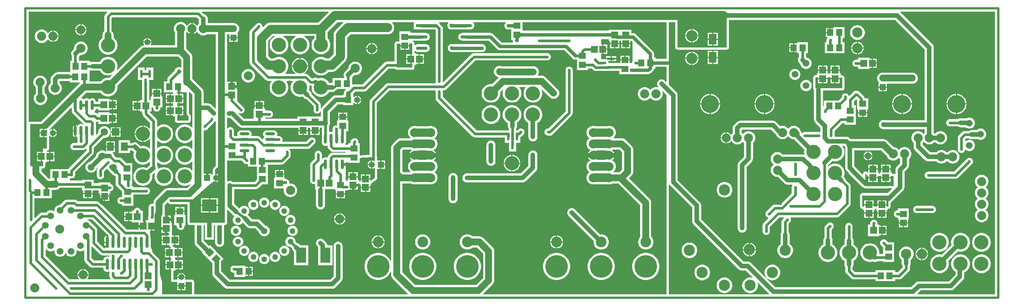
<source format=gtl>
G04*
G04 #@! TF.GenerationSoftware,Altium Limited,Altium Designer,22.6.1 (34)*
G04*
G04 Layer_Physical_Order=1*
G04 Layer_Color=255*
%FSLAX43Y43*%
%MOMM*%
G71*
G04*
G04 #@! TF.SameCoordinates,2E3A46DB-1EF5-4CD4-91FC-F2C1E03D2978*
G04*
G04*
G04 #@! TF.FilePolarity,Positive*
G04*
G01*
G75*
%ADD11C,0.600*%
%ADD13C,0.500*%
%ADD15R,1.600X1.500*%
G04:AMPARAMS|DCode=16|XSize=1.5mm|YSize=1.4mm|CornerRadius=0mm|HoleSize=0mm|Usage=FLASHONLY|Rotation=225.000|XOffset=0mm|YOffset=0mm|HoleType=Round|Shape=Rectangle|*
%AMROTATEDRECTD16*
4,1,4,0.035,1.025,1.025,0.035,-0.035,-1.025,-1.025,-0.035,0.035,1.025,0.0*
%
%ADD16ROTATEDRECTD16*%

%ADD17R,1.400X1.500*%
%ADD18O,2.600X0.700*%
%ADD19R,2.600X0.700*%
%ADD20R,1.500X1.400*%
%ADD21R,1.500X1.600*%
%ADD22R,1.800X0.600*%
%ADD23R,0.600X1.800*%
%ADD24R,1.800X2.400*%
%ADD25O,0.700X2.500*%
%ADD26O,0.600X2.200*%
%ADD27O,2.200X0.600*%
%ADD28R,1.500X1.900*%
%ADD29R,3.300X2.700*%
%ADD30R,1.000X2.700*%
%ADD31R,2.200X3.500*%
%ADD32C,1.000*%
%ADD50R,1.651X1.651*%
%ADD51C,1.651*%
%ADD66C,5.080*%
%ADD72C,0.750*%
%ADD73C,1.500*%
%ADD74C,2.000*%
%ADD75C,0.381*%
%ADD76C,2.032*%
%ADD77C,3.200*%
%ADD78C,2.000*%
%ADD79C,1.500*%
%ADD80C,1.350*%
%ADD81R,1.350X1.350*%
%ADD82C,2.500*%
%ADD83R,1.500X1.500*%
%ADD84R,1.350X1.350*%
%ADD85C,1.300*%
%ADD86C,1.400*%
%ADD87C,2.300*%
%ADD88C,4.000*%
%ADD89C,2.400*%
%ADD90C,0.610*%
%ADD91C,0.610*%
%ADD92C,1.000*%
%ADD93C,0.750*%
%ADD94C,1.270*%
G36*
X115835Y157126D02*
X115429Y156721D01*
X115301Y156553D01*
X115221Y156359D01*
X115193Y156150D01*
Y152937D01*
X115108Y152872D01*
X114908Y152611D01*
X114782Y152307D01*
X114739Y151980D01*
Y151383D01*
X114661Y151331D01*
X114369Y151039D01*
X114139Y150695D01*
X113981Y150313D01*
X113900Y149907D01*
Y149493D01*
X113981Y149087D01*
X114139Y148705D01*
X114369Y148361D01*
X114661Y148069D01*
X115005Y147839D01*
X115387Y147681D01*
X115793Y147600D01*
X116207D01*
X116613Y147681D01*
X116995Y147839D01*
X117339Y148069D01*
X117631Y148361D01*
X117861Y148705D01*
X118019Y149087D01*
X118100Y149493D01*
Y149907D01*
X118019Y150313D01*
X117861Y150695D01*
X117631Y151039D01*
X117339Y151331D01*
X117261Y151383D01*
Y151980D01*
X117218Y152307D01*
X117092Y152611D01*
X116892Y152872D01*
X116807Y152937D01*
Y155816D01*
X116984Y155993D01*
X135866D01*
X136331Y155528D01*
Y154535D01*
X136162Y154366D01*
X135997Y154118D01*
X135991Y154105D01*
X135864Y154097D01*
X135816Y154180D01*
X135580Y154416D01*
X135290Y154583D01*
X134967Y154670D01*
X134927D01*
Y153400D01*
Y152130D01*
X134967D01*
X135290Y152217D01*
X135580Y152384D01*
X135816Y152620D01*
X135864Y152703D01*
X135991Y152695D01*
X135997Y152682D01*
X136162Y152434D01*
X136374Y152222D01*
X136622Y152057D01*
X136898Y151942D01*
X137191Y151884D01*
X137489D01*
X137782Y151942D01*
X138058Y152057D01*
X138182Y152139D01*
X140139D01*
Y143800D01*
Y135553D01*
X140022Y135505D01*
X139183Y136343D01*
X138974Y136503D01*
X138731Y136604D01*
X138470Y136639D01*
X137409D01*
Y139151D01*
X137366Y139478D01*
X137241Y139782D01*
X137040Y140043D01*
X134911Y142172D01*
Y147010D01*
X134868Y147336D01*
X134742Y147640D01*
X134542Y147902D01*
X133521Y148922D01*
Y152558D01*
X133603Y152682D01*
X133609Y152695D01*
X133736Y152703D01*
X133784Y152620D01*
X134020Y152384D01*
X134310Y152217D01*
X134633Y152130D01*
X134673D01*
Y153400D01*
Y154670D01*
X134633D01*
X134310Y154583D01*
X134020Y154416D01*
X133784Y154180D01*
X133736Y154097D01*
X133609Y154105D01*
X133603Y154118D01*
X133438Y154366D01*
X133226Y154578D01*
X132978Y154743D01*
X132702Y154858D01*
X132409Y154916D01*
X132111D01*
X131818Y154858D01*
X131542Y154743D01*
X131294Y154578D01*
X131082Y154366D01*
X130917Y154118D01*
X130802Y153842D01*
X130744Y153549D01*
Y153251D01*
X130802Y152958D01*
X130917Y152682D01*
X130999Y152558D01*
Y149661D01*
X125541D01*
X125492Y149778D01*
X125543Y149830D01*
X125666Y150041D01*
X125728Y150273D01*
X124800D01*
X123872D01*
X123934Y150041D01*
X124057Y149830D01*
X124105Y149781D01*
X124052Y149654D01*
X123774Y149618D01*
X123670Y149575D01*
X123625D01*
Y149556D01*
X123470Y149492D01*
X123208Y149292D01*
X118052Y144135D01*
X117945Y144207D01*
X118019Y144387D01*
X118100Y144793D01*
Y145207D01*
X118019Y145613D01*
X117861Y145995D01*
X117631Y146339D01*
X117339Y146631D01*
X116995Y146861D01*
X116613Y147019D01*
X116207Y147100D01*
X115793D01*
X115387Y147019D01*
X115005Y146861D01*
X114661Y146631D01*
X114369Y146339D01*
X114148Y146009D01*
X112500D01*
X112239Y145974D01*
X112027Y145886D01*
X111936Y145927D01*
X111900Y145960D01*
Y146250D01*
X109474D01*
Y147131D01*
X109850Y147508D01*
X110072D01*
X110362Y147565D01*
X110635Y147678D01*
X110880Y147843D01*
X111089Y148052D01*
X111253Y148297D01*
X111366Y148570D01*
X111424Y148860D01*
Y149155D01*
X111366Y149445D01*
X111253Y149718D01*
X111089Y149964D01*
X110880Y150173D01*
X110635Y150337D01*
X110362Y150450D01*
X110072Y150508D01*
X109776D01*
X109486Y150450D01*
X109213Y150337D01*
X108968Y150173D01*
X108759Y149964D01*
X108595Y149718D01*
X108482Y149445D01*
X108424Y149155D01*
Y148934D01*
X108035Y148545D01*
X107875Y148336D01*
X107774Y148093D01*
X107740Y147832D01*
X107774Y147571D01*
X107860Y147363D01*
Y146250D01*
X107500D01*
Y143830D01*
X107478D01*
Y143679D01*
X107372Y143608D01*
X107334Y143624D01*
X107073Y143659D01*
X104719D01*
X104458Y143624D01*
X104214Y143523D01*
X104005Y143363D01*
X103420Y142777D01*
X103259Y142569D01*
X103159Y142325D01*
X103124Y142064D01*
Y141180D01*
X102947Y140995D01*
X102788Y140746D01*
X102681Y140470D01*
X102630Y140179D01*
X102636Y139884D01*
X102700Y139595D01*
X102819Y139325D01*
X102989Y139083D01*
X103202Y138878D01*
X103451Y138720D01*
X103727Y138613D01*
X104018Y138561D01*
X104313Y138568D01*
X104602Y138632D01*
X104872Y138751D01*
X105114Y138920D01*
X105319Y139134D01*
X105477Y139383D01*
X105584Y139658D01*
X105636Y139949D01*
X105629Y140245D01*
X105565Y140533D01*
X105446Y140804D01*
X105277Y141046D01*
X105141Y141175D01*
Y141641D01*
X107073D01*
X107334Y141676D01*
X107372Y141692D01*
X107478Y141621D01*
Y141330D01*
X109666D01*
X109706Y141209D01*
X109683Y141192D01*
X101057Y132565D01*
X101014Y132510D01*
X98584D01*
X98389Y132471D01*
X98368Y132457D01*
X98256Y132517D01*
Y157244D01*
X115786D01*
X115835Y157126D01*
D02*
G37*
G36*
X165411D02*
X163076Y154790D01*
X152383D01*
X152089Y154761D01*
X151806Y154676D01*
X151546Y154536D01*
X151317Y154349D01*
X150727Y153758D01*
X150658Y153778D01*
X150605Y153816D01*
Y153884D01*
X150607Y153900D01*
X150605Y153916D01*
Y154006D01*
X150582Y154093D01*
X150579Y154109D01*
X150573Y154124D01*
X150550Y154211D01*
X150505Y154289D01*
X150499Y154303D01*
X150489Y154316D01*
X150444Y154394D01*
X150380Y154458D01*
X150371Y154471D01*
X150358Y154480D01*
X150294Y154544D01*
X150216Y154589D01*
X150203Y154599D01*
X150189Y154605D01*
X150111Y154650D01*
X150024Y154673D01*
X150009Y154679D01*
X149993Y154682D01*
X149906Y154705D01*
X149816D01*
X149800Y154707D01*
X149784Y154705D01*
X149694D01*
X149607Y154682D01*
X149591Y154679D01*
X149576Y154673D01*
X149489Y154650D01*
X149411Y154605D01*
X149397Y154599D01*
X149384Y154589D01*
X149306Y154544D01*
X149242Y154480D01*
X149229Y154471D01*
X147929Y153171D01*
X147801Y153003D01*
X147721Y152809D01*
X147693Y152600D01*
Y145899D01*
X147721Y145690D01*
X147801Y145495D01*
X147929Y145328D01*
X151328Y141929D01*
X151495Y141801D01*
X151690Y141721D01*
X151899Y141693D01*
X152657D01*
X152706Y141576D01*
X152669Y141539D01*
X152439Y141195D01*
X152281Y140813D01*
X152200Y140407D01*
Y139993D01*
X152281Y139587D01*
X152439Y139205D01*
X152669Y138861D01*
X152961Y138569D01*
X153305Y138339D01*
X153687Y138181D01*
X154093Y138100D01*
X154507D01*
X154913Y138181D01*
X155295Y138339D01*
X155639Y138569D01*
X155931Y138861D01*
X156161Y139205D01*
X156319Y139587D01*
X156400Y139993D01*
Y140407D01*
X156319Y140813D01*
X156161Y141195D01*
X155931Y141539D01*
X155894Y141576D01*
X155943Y141693D01*
X157357D01*
X157406Y141576D01*
X157369Y141539D01*
X157139Y141195D01*
X156981Y140813D01*
X156900Y140407D01*
Y139993D01*
X156981Y139587D01*
X157139Y139205D01*
X157369Y138861D01*
X157661Y138569D01*
X158005Y138339D01*
X158387Y138181D01*
X158793Y138100D01*
X159207D01*
X159603Y138179D01*
X159946Y137837D01*
X160154Y137676D01*
X160398Y137576D01*
X160496Y137563D01*
X162027Y136032D01*
Y135162D01*
X162029Y135146D01*
Y135056D01*
X162052Y134969D01*
X162055Y134953D01*
X162061Y134938D01*
X162084Y134852D01*
X162129Y134774D01*
X162135Y134759D01*
X162145Y134746D01*
X162190Y134668D01*
X162254Y134604D01*
X162263Y134592D01*
X162276Y134582D01*
X162340Y134518D01*
X162418Y134473D01*
X162430Y134463D01*
X162445Y134457D01*
X162523Y134412D01*
X162610Y134389D01*
X162625Y134383D01*
X162641Y134381D01*
X162728Y134357D01*
X162818D01*
X162834Y134355D01*
X162850Y134357D01*
X162940D01*
X163027Y134381D01*
X163043Y134383D01*
X163058Y134389D01*
X163145Y134412D01*
X163223Y134457D01*
X163237Y134463D01*
X163250Y134473D01*
X163328Y134518D01*
X163392Y134582D01*
X163405Y134592D01*
X163414Y134604D01*
X163478Y134668D01*
X163523Y134746D01*
X163533Y134759D01*
X163539Y134774D01*
X163559Y134809D01*
X163686Y134775D01*
Y133838D01*
X163680Y133714D01*
X161121D01*
X161080Y133714D01*
X161080Y133714D01*
X161000Y133700D01*
Y133700D01*
X158400D01*
Y133209D01*
X151204D01*
Y133422D01*
X152150D01*
X152166Y133424D01*
X152256D01*
X152343Y133447D01*
X152359Y133449D01*
X152374Y133455D01*
X152461Y133479D01*
X152539Y133524D01*
X152553Y133530D01*
X152566Y133540D01*
X152644Y133585D01*
X152708Y133648D01*
X152721Y133658D01*
X152730Y133671D01*
X152794Y133734D01*
X152839Y133812D01*
X152849Y133825D01*
X152855Y133840D01*
X152900Y133918D01*
X152923Y134005D01*
X152929Y134020D01*
X152932Y134036D01*
X152955Y134123D01*
Y134213D01*
X152957Y134229D01*
X152955Y134245D01*
Y134335D01*
X152932Y134422D01*
X152929Y134437D01*
X152923Y134452D01*
X152900Y134539D01*
X152855Y134617D01*
X152849Y134632D01*
X152839Y134645D01*
X152794Y134723D01*
X152730Y134786D01*
X152721Y134799D01*
X152708Y134809D01*
X152644Y134873D01*
X152566Y134918D01*
X152553Y134927D01*
X152539Y134934D01*
X152461Y134979D01*
X152374Y135002D01*
X152359Y135008D01*
X152343Y135010D01*
X152256Y135033D01*
X152166D01*
X152150Y135036D01*
X151204D01*
Y135479D01*
X150958D01*
Y136002D01*
X149904D01*
X148850D01*
Y135479D01*
X148604D01*
Y133209D01*
X146445D01*
X145210Y134444D01*
X145298Y134535D01*
X145378Y134488D01*
X145387Y134482D01*
X145397Y134477D01*
X145481Y134429D01*
X145576Y134403D01*
X145581Y134401D01*
X145587Y134400D01*
X145686Y134374D01*
X145788D01*
X145790Y134374D01*
X145792Y134374D01*
X145898D01*
X146103Y134429D01*
X146286Y134535D01*
X146436Y134684D01*
X146542Y134868D01*
X146597Y135073D01*
Y135178D01*
X146597Y135180D01*
X146597Y135182D01*
Y135285D01*
X146570Y135383D01*
X146570Y135389D01*
X146567Y135395D01*
X146542Y135489D01*
X146493Y135574D01*
X146489Y135584D01*
X146482Y135593D01*
X146436Y135673D01*
X146370Y135738D01*
X146361Y135751D01*
X144929Y137183D01*
X144978Y137300D01*
X145000D01*
Y139800D01*
X144754D01*
Y140323D01*
X143700D01*
Y140450D01*
X143573D01*
Y141454D01*
X142661D01*
Y143800D01*
Y152139D01*
X143221D01*
Y151527D01*
X144150D01*
X145079D01*
Y152329D01*
X145005D01*
X144964Y152449D01*
X145042Y152508D01*
X145242Y152770D01*
X145368Y153074D01*
X145411Y153400D01*
X145368Y153726D01*
X145242Y154030D01*
X145042Y154292D01*
X144780Y154492D01*
X144476Y154618D01*
X144150Y154661D01*
X141400D01*
X141364Y154656D01*
X141191D01*
X141155Y154661D01*
X138349D01*
Y155660D01*
X138314Y155921D01*
X138213Y156164D01*
X138053Y156373D01*
X137844Y156534D01*
X137601Y156634D01*
X137493Y156649D01*
X137015Y157126D01*
X137064Y157244D01*
X165363D01*
X165411Y157126D01*
D02*
G37*
G36*
X205128Y154766D02*
X205122Y154759D01*
X205076Y154724D01*
X205041Y154678D01*
X205000Y154637D01*
X204971Y154587D01*
X204936Y154541D01*
X204914Y154488D01*
X204885Y154438D01*
X204870Y154382D01*
X204848Y154328D01*
X204840Y154271D01*
X204825Y154215D01*
Y154157D01*
X204817Y154100D01*
X204825Y154043D01*
Y153985D01*
X204840Y153929D01*
X204848Y153872D01*
X204870Y153818D01*
X204885Y153762D01*
X204914Y153712D01*
X204936Y153659D01*
X204971Y153613D01*
X205000Y153563D01*
X205041Y153522D01*
X205076Y153476D01*
X205122Y153441D01*
X205163Y153400D01*
X205213Y153371D01*
X205259Y153336D01*
X205312Y153314D01*
X205362Y153285D01*
X205418Y153270D01*
X205472Y153248D01*
X205529Y153240D01*
X205585Y153225D01*
X205643D01*
X205700Y153217D01*
X206350D01*
Y152900D01*
X206350D01*
Y150900D01*
X206602D01*
X206686Y150773D01*
X206684Y150764D01*
X206692Y150707D01*
Y150649D01*
X206707Y150593D01*
X206714Y150536D01*
X206737Y150482D01*
X206745Y150451D01*
X206707Y150374D01*
X206664Y150324D01*
X204174D01*
X202274Y152224D01*
X202091Y152364D01*
X201878Y152452D01*
X201650Y152483D01*
X196300D01*
X196108Y152457D01*
X195350D01*
X195128Y152428D01*
X194921Y152342D01*
X194744Y152206D01*
X194608Y152029D01*
X194522Y151822D01*
X194493Y151600D01*
X194522Y151378D01*
X194608Y151171D01*
X194744Y150994D01*
X194921Y150858D01*
X195128Y150772D01*
X195350Y150743D01*
X196108D01*
X196300Y150717D01*
X201284D01*
X203184Y148817D01*
X203367Y148677D01*
X203580Y148589D01*
X203809Y148559D01*
X218247D01*
X220082Y146724D01*
X220264Y146584D01*
X220477Y146496D01*
X220706Y146466D01*
X220914Y146493D01*
X221050D01*
Y146100D01*
Y144100D01*
X223550D01*
Y144493D01*
X224339D01*
X224674Y144158D01*
X224841Y144030D01*
X225036Y143949D01*
X225244Y143922D01*
X228075D01*
X228284Y143949D01*
X228338Y143972D01*
X230550D01*
Y143200D01*
X233050D01*
X233050Y143200D01*
X233177Y143215D01*
X233322Y143195D01*
X237003D01*
X237231Y143226D01*
X237444Y143314D01*
X237627Y143454D01*
X238124Y143951D01*
X238264Y144134D01*
X238352Y144347D01*
X238366Y144450D01*
X238700D01*
Y144846D01*
X241100D01*
Y141565D01*
X240983Y141516D01*
X240753Y141746D01*
X240701Y141786D01*
X240654Y141833D01*
X240597Y141866D01*
X240544Y141906D01*
X240483Y141931D01*
X240426Y141964D01*
X240362Y141981D01*
X240301Y142007D01*
X240236Y142015D01*
X240172Y142032D01*
X240106D01*
X240040Y142041D01*
X239974Y142032D01*
X239908D01*
X239844Y142015D01*
X239779Y142007D01*
X239718Y141981D01*
X239654Y141964D01*
X239597Y141931D01*
X239536Y141906D01*
X239483Y141866D01*
X239426Y141833D01*
X239379Y141786D01*
X239327Y141746D01*
X239287Y141693D01*
X239240Y141646D01*
X239207Y141589D01*
X239167Y141537D01*
X239141Y141476D01*
X239108Y141418D01*
X239091Y141354D01*
X239066Y141293D01*
X239057Y141228D01*
X239040Y141164D01*
Y141098D01*
X239031Y141032D01*
X239040Y140967D01*
Y140901D01*
X239057Y140837D01*
X239066Y140771D01*
X239091Y140710D01*
X239108Y140646D01*
X239141Y140589D01*
X239167Y140528D01*
X239207Y140476D01*
X239240Y140418D01*
X239287Y140372D01*
X239295Y140361D01*
X239215Y140257D01*
X239212Y140258D01*
X238919Y140316D01*
X238621D01*
X238328Y140258D01*
X238052Y140143D01*
X237804Y139978D01*
X237592Y139766D01*
X237564Y139723D01*
X237436D01*
X237408Y139766D01*
X237196Y139978D01*
X236948Y140143D01*
X236672Y140258D01*
X236379Y140316D01*
X236081D01*
X235788Y140258D01*
X235512Y140143D01*
X235264Y139978D01*
X235052Y139766D01*
X234887Y139518D01*
X234772Y139242D01*
X234714Y138949D01*
Y138651D01*
X234772Y138358D01*
X234887Y138082D01*
X235052Y137834D01*
X235264Y137622D01*
X235512Y137457D01*
X235788Y137342D01*
X236081Y137284D01*
X236379D01*
X236672Y137342D01*
X236948Y137457D01*
X237196Y137622D01*
X237408Y137834D01*
X237436Y137877D01*
X237564D01*
X237592Y137834D01*
X237804Y137622D01*
X238052Y137457D01*
X238328Y137342D01*
X238621Y137284D01*
X238919D01*
X239212Y137342D01*
X239488Y137457D01*
X239736Y137622D01*
X239948Y137834D01*
X240113Y138082D01*
X240228Y138358D01*
X240286Y138651D01*
Y138949D01*
X240229Y139238D01*
X240234Y139246D01*
X240338Y139308D01*
X241100Y138546D01*
Y93756D01*
X200105D01*
X200057Y93874D01*
X202192Y96008D01*
X202392Y96270D01*
X202518Y96574D01*
X202561Y96900D01*
Y103400D01*
X202518Y103726D01*
X202392Y104030D01*
X202192Y104292D01*
X200092Y106392D01*
X199830Y106592D01*
X199526Y106718D01*
X199200Y106761D01*
X197643D01*
X197584Y106820D01*
X197305Y107007D01*
X196996Y107135D01*
X196667Y107200D01*
X196333D01*
X196004Y107135D01*
X195695Y107007D01*
X195416Y106820D01*
X195180Y106584D01*
X194993Y106305D01*
X194865Y105996D01*
X194800Y105667D01*
Y105333D01*
X194865Y105004D01*
X194993Y104695D01*
X195180Y104416D01*
X195416Y104180D01*
X195695Y103993D01*
X196004Y103865D01*
X196333Y103800D01*
X196667D01*
X196996Y103865D01*
X197305Y103993D01*
X197584Y104180D01*
X197643Y104239D01*
X198678D01*
X200039Y102878D01*
Y97422D01*
X198428Y95811D01*
X184812D01*
X181961Y98663D01*
Y118659D01*
X183887D01*
X183989Y118591D01*
X184262Y118478D01*
X184552Y118420D01*
X184848D01*
X184949Y118440D01*
X188051D01*
X188152Y118420D01*
X188448D01*
X188738Y118478D01*
X189011Y118591D01*
X189256Y118755D01*
X189465Y118964D01*
X189629Y119209D01*
X189742Y119482D01*
X189800Y119772D01*
Y120068D01*
X189742Y120358D01*
X189629Y120631D01*
X189465Y120876D01*
X189256Y121085D01*
X189194Y121127D01*
Y121254D01*
X189256Y121295D01*
X189465Y121504D01*
X189629Y121749D01*
X189742Y122022D01*
X189800Y122312D01*
Y122608D01*
X189742Y122898D01*
X189629Y123171D01*
X189465Y123416D01*
X189256Y123625D01*
X189011Y123789D01*
X188969Y123807D01*
X188960Y123933D01*
X189070Y123997D01*
X189303Y124230D01*
X189469Y124516D01*
X189554Y124835D01*
Y124873D01*
X188300D01*
Y124025D01*
X187450D01*
X187412Y123935D01*
X185588Y123935D01*
X185550Y124025D01*
X184700D01*
Y124873D01*
X184700D01*
X183446D01*
Y124835D01*
X183531Y124516D01*
X183697Y124230D01*
X183930Y123997D01*
X184040Y123933D01*
X184031Y123807D01*
X183989Y123789D01*
X183744Y123625D01*
X183535Y123416D01*
X183371Y123171D01*
X183258Y122898D01*
X183200Y122608D01*
Y122312D01*
X183258Y122022D01*
X183371Y121749D01*
X183535Y121504D01*
X183731Y121308D01*
X183723Y121254D01*
X183686Y121181D01*
X182101D01*
X181961Y121321D01*
Y126139D01*
X182101Y126279D01*
X183887D01*
X183989Y126211D01*
X184031Y126193D01*
X184040Y126067D01*
X183930Y126003D01*
X183697Y125770D01*
X183531Y125484D01*
X183446Y125165D01*
Y125127D01*
X184700D01*
X184700D01*
Y125975D01*
X185550D01*
X185588Y126065D01*
X187412D01*
X187450Y125975D01*
X188300D01*
Y125127D01*
X189554D01*
Y125165D01*
X189469Y125484D01*
X189303Y125770D01*
X189070Y126003D01*
X188960Y126067D01*
X188969Y126193D01*
X189011Y126211D01*
X189256Y126375D01*
X189465Y126584D01*
X189629Y126829D01*
X189742Y127102D01*
X189800Y127392D01*
Y127688D01*
X189742Y127978D01*
X189629Y128251D01*
X189465Y128496D01*
X189256Y128705D01*
X189194Y128747D01*
Y128874D01*
X189256Y128915D01*
X189465Y129124D01*
X189629Y129369D01*
X189742Y129642D01*
X189800Y129932D01*
Y130228D01*
X189742Y130518D01*
X189629Y130791D01*
X189465Y131036D01*
X189256Y131245D01*
X189011Y131409D01*
X188738Y131522D01*
X188448Y131580D01*
X188152D01*
X187925Y131535D01*
X185075Y131535D01*
X184848Y131580D01*
X184552D01*
X184262Y131522D01*
X183989Y131409D01*
X183744Y131245D01*
X183535Y131036D01*
X183371Y130791D01*
X183258Y130518D01*
X183200Y130228D01*
Y129932D01*
X183258Y129642D01*
X183371Y129369D01*
X183535Y129124D01*
X183731Y128928D01*
X183723Y128874D01*
X183686Y128801D01*
X181579D01*
X181252Y128758D01*
X180948Y128632D01*
X180687Y128432D01*
X179808Y127553D01*
X179608Y127292D01*
X179482Y126988D01*
X179439Y126661D01*
Y120799D01*
Y101186D01*
X179317Y101167D01*
X179100Y101593D01*
X178819Y101980D01*
X178480Y102319D01*
X178093Y102600D01*
X177667Y102817D01*
X177212Y102965D01*
X176739Y103040D01*
X176261D01*
X175788Y102965D01*
X175333Y102817D01*
X174907Y102600D01*
X174520Y102319D01*
X174181Y101980D01*
X173900Y101593D01*
X173683Y101167D01*
X173535Y100712D01*
X173460Y100239D01*
Y99761D01*
X173535Y99288D01*
X173683Y98833D01*
X173900Y98407D01*
X174181Y98020D01*
X174520Y97681D01*
X174907Y97400D01*
X175333Y97183D01*
X175788Y97035D01*
X176261Y96960D01*
X176739D01*
X177212Y97035D01*
X177667Y97183D01*
X178093Y97400D01*
X178480Y97681D01*
X178819Y98020D01*
X179100Y98407D01*
X179317Y98833D01*
X179439Y98814D01*
Y98141D01*
X179482Y97814D01*
X179608Y97510D01*
X179808Y97249D01*
X183184Y93874D01*
X183135Y93756D01*
X135310D01*
Y96529D01*
X135271Y96724D01*
X135160Y96889D01*
X134995Y97000D01*
X134800Y97039D01*
X133329Y97039D01*
X133291Y97031D01*
X133210Y97145D01*
X133266Y97241D01*
X133328Y97473D01*
X132400D01*
X131472D01*
X131534Y97241D01*
X131590Y97145D01*
X131509Y97031D01*
X131471Y97039D01*
X130654D01*
X130625Y98985D01*
X130714Y99075D01*
X131100D01*
Y99321D01*
X131623D01*
Y100375D01*
Y101429D01*
X131100D01*
Y101675D01*
X131005D01*
X131000Y101800D01*
X131000D01*
Y102046D01*
X131523D01*
Y103100D01*
Y104154D01*
X131000D01*
Y104400D01*
X130575D01*
X130574Y104404D01*
X130542Y104467D01*
X130517Y104533D01*
X130393Y104735D01*
X130454Y104846D01*
X130823D01*
Y105900D01*
Y106954D01*
X130300D01*
Y107200D01*
X130300D01*
Y107300D01*
X130300D01*
Y109800D01*
X130054D01*
Y110323D01*
X129000D01*
Y110450D01*
X128873D01*
Y111454D01*
X128752D01*
X128667Y111581D01*
X128703Y111857D01*
Y113812D01*
X129278Y114387D01*
X129307Y114389D01*
X129327Y114388D01*
X129427Y114356D01*
X129456Y114306D01*
X129520Y114242D01*
X129529Y114229D01*
X129542Y114220D01*
X129606Y114156D01*
X129684Y114111D01*
X129697Y114101D01*
X129711Y114095D01*
X129789Y114050D01*
X129876Y114027D01*
X129891Y114021D01*
X129907Y114018D01*
X129994Y113995D01*
X130084D01*
X130100Y113993D01*
X133811D01*
Y109814D01*
X133830Y109718D01*
X133849Y109621D01*
X133849Y109620D01*
X133850Y109619D01*
X133904Y109537D01*
X133959Y109455D01*
X133959Y109455D01*
X133960Y109454D01*
X134042Y109399D01*
X134124Y109344D01*
X134125Y109344D01*
X134125Y109343D01*
X134222Y109324D01*
X134318Y109304D01*
X135400Y109300D01*
Y107516D01*
X135391Y107450D01*
Y105400D01*
X135400Y105334D01*
Y105268D01*
X135417Y105204D01*
X135426Y105139D01*
X135451Y105078D01*
X135468Y105014D01*
X135501Y104957D01*
X135527Y104896D01*
X135567Y104843D01*
X135600Y104786D01*
X135647Y104739D01*
X135687Y104687D01*
X137181Y103192D01*
X137060Y103072D01*
X138475Y101658D01*
X139341Y100791D01*
Y98472D01*
X139376Y98211D01*
X139477Y97967D01*
X139637Y97758D01*
X142108Y95287D01*
X142317Y95127D01*
X142561Y95026D01*
X142822Y94991D01*
X166200D01*
X166461Y95026D01*
X166704Y95127D01*
X166913Y95287D01*
X168248Y96622D01*
X168408Y96831D01*
X168509Y97074D01*
X168544Y97335D01*
Y104553D01*
X168535Y104618D01*
Y104684D01*
X168518Y104748D01*
X168509Y104814D01*
X168484Y104875D01*
X168467Y104939D01*
X168434Y104996D01*
X168408Y105057D01*
X168368Y105110D01*
X168335Y105167D01*
X168288Y105214D01*
X168248Y105266D01*
X168196Y105306D01*
X168149Y105353D01*
X168092Y105386D01*
X168039Y105426D01*
X167978Y105452D01*
X167921Y105485D01*
X167857Y105502D01*
X167796Y105527D01*
X167730Y105536D01*
X167667Y105553D01*
X167601D01*
X167535Y105561D01*
X167469Y105553D01*
X167403D01*
X167339Y105536D01*
X167274Y105527D01*
X167213Y105502D01*
X167149Y105485D01*
X167092Y105452D01*
X167031Y105426D01*
X166978Y105386D01*
X166921Y105353D01*
X166874Y105306D01*
X166822Y105266D01*
X166782Y105214D01*
X166735Y105167D01*
X166702Y105110D01*
X166661Y105057D01*
X166636Y104996D01*
X166603Y104939D01*
X166586Y104875D01*
X166561Y104814D01*
X166552Y104748D01*
X166535Y104684D01*
Y104618D01*
X166526Y104553D01*
Y97753D01*
X165782Y97009D01*
X143239D01*
X141359Y98889D01*
Y101147D01*
X141940Y101728D01*
X140242Y103425D01*
X138828Y104840D01*
X138608Y104619D01*
X137409Y105818D01*
Y107450D01*
X137400Y107516D01*
Y109202D01*
X137490Y109292D01*
X137691Y109291D01*
Y108750D01*
X137700Y108684D01*
Y106000D01*
X139700D01*
Y108684D01*
X139709Y108750D01*
Y109193D01*
X139799Y109282D01*
X140000Y109282D01*
Y107516D01*
X139991Y107450D01*
Y105400D01*
X140000Y105334D01*
Y105268D01*
X140017Y105204D01*
X140026Y105139D01*
X140051Y105078D01*
X140068Y105014D01*
X140101Y104957D01*
X140127Y104896D01*
X140167Y104843D01*
X140200Y104786D01*
X140247Y104739D01*
X140287Y104687D01*
X140339Y104647D01*
X140386Y104600D01*
X140443Y104567D01*
X140496Y104526D01*
X140557Y104501D01*
X140614Y104468D01*
X140678Y104451D01*
X140739Y104426D01*
X140804Y104417D01*
X140868Y104400D01*
X140934D01*
X141000Y104391D01*
X141066Y104400D01*
X141132D01*
X141196Y104417D01*
X141261Y104426D01*
X141322Y104451D01*
X141386Y104468D01*
X141443Y104501D01*
X141504Y104526D01*
X141557Y104567D01*
X141614Y104600D01*
X141661Y104647D01*
X141713Y104687D01*
X141753Y104739D01*
X141800Y104786D01*
X141833Y104843D01*
X141874Y104896D01*
X141899Y104957D01*
X141932Y105014D01*
X141949Y105078D01*
X141974Y105139D01*
X141983Y105204D01*
X142000Y105268D01*
Y105334D01*
X142009Y105400D01*
Y107450D01*
X142000Y107516D01*
Y109188D01*
X142084Y109273D01*
X142181Y109292D01*
X142278Y109311D01*
X142279Y109311D01*
X142279Y109312D01*
X142362Y109367D01*
X142444Y109421D01*
X142444Y109421D01*
X142445Y109422D01*
X142535Y109511D01*
X142535Y109512D01*
X142535Y109512D01*
X142590Y109594D01*
X142646Y109677D01*
X142646Y109677D01*
X142646Y109677D01*
X142665Y109775D01*
X142685Y109872D01*
X142685Y109872D01*
X142685Y109873D01*
Y112677D01*
X142802Y112725D01*
X143987Y111541D01*
X144196Y111381D01*
X144275Y111348D01*
X144300Y111223D01*
X144213Y111136D01*
X144062Y110874D01*
X143983Y110581D01*
Y110279D01*
X144062Y109986D01*
X144213Y109724D01*
X144427Y109510D01*
X144689Y109358D01*
X144982Y109280D01*
X145285D01*
X145577Y109358D01*
X145839Y109510D01*
X146054Y109724D01*
X146097Y109800D01*
X146223Y109816D01*
X147150Y108890D01*
X147359Y108729D01*
X147602Y108629D01*
X147863Y108594D01*
X148979D01*
X149825Y107749D01*
X149882Y107537D01*
X150040Y107263D01*
X150263Y107040D01*
X150537Y106882D01*
X150842Y106800D01*
X151158D01*
X151463Y106882D01*
X151737Y107040D01*
X151960Y107263D01*
X152118Y107537D01*
X152200Y107842D01*
Y108158D01*
X152118Y108463D01*
X151960Y108737D01*
X151737Y108960D01*
X151463Y109118D01*
X151251Y109175D01*
X150110Y110316D01*
X149901Y110476D01*
X149658Y110577D01*
X149397Y110612D01*
X148281D01*
X147376Y111517D01*
X147332Y111551D01*
X147323Y111677D01*
X147430Y111784D01*
X147581Y112046D01*
X147660Y112339D01*
Y112642D01*
X147581Y112934D01*
X147430Y113196D01*
X147216Y113410D01*
X146954Y113562D01*
X146661Y113640D01*
X146358D01*
X146066Y113562D01*
X145804Y113410D01*
X145590Y113196D01*
X145506Y113051D01*
X145348Y113032D01*
X144309Y114072D01*
Y117393D01*
X149125D01*
X149334Y117421D01*
X149529Y117501D01*
X149696Y117629D01*
X150520Y118454D01*
X151829D01*
Y120454D01*
Y122854D01*
X151940Y122893D01*
X154874D01*
X155083Y122921D01*
X155278Y123001D01*
X155445Y123129D01*
X156671Y124355D01*
X156799Y124522D01*
X156879Y124717D01*
X156907Y124926D01*
Y125697D01*
X156905Y125713D01*
Y125806D01*
X156881Y125895D01*
X156879Y125906D01*
X156875Y125916D01*
X156850Y126011D01*
X156801Y126095D01*
X156799Y126101D01*
X156795Y126106D01*
X156744Y126194D01*
X156672Y126266D01*
X156671Y126268D01*
X156669Y126269D01*
X156646Y126293D01*
X156698Y126420D01*
X160726D01*
X160935Y126447D01*
X161130Y126528D01*
X161297Y126656D01*
X162271Y127629D01*
X162280Y127642D01*
X162344Y127706D01*
X162389Y127784D01*
X162399Y127797D01*
X162405Y127811D01*
X162450Y127889D01*
X162473Y127976D01*
X162479Y127991D01*
X162482Y128007D01*
X162505Y128094D01*
Y128184D01*
X162507Y128200D01*
X162505Y128216D01*
Y128306D01*
X162482Y128393D01*
X162479Y128409D01*
X162473Y128424D01*
X162450Y128511D01*
X162405Y128589D01*
X162399Y128603D01*
X162389Y128616D01*
X162344Y128694D01*
X162280Y128758D01*
X162271Y128771D01*
X162258Y128780D01*
X162194Y128844D01*
X162116Y128889D01*
X162103Y128899D01*
X162089Y128905D01*
X162011Y128950D01*
X161924Y128973D01*
X161909Y128979D01*
X161893Y128982D01*
X161806Y129005D01*
X161716D01*
X161700Y129007D01*
X161684Y129005D01*
X161594D01*
X161507Y128982D01*
X161491Y128979D01*
X161476Y128973D01*
X161389Y128950D01*
X161311Y128905D01*
X161297Y128899D01*
X161284Y128889D01*
X161206Y128844D01*
X161142Y128780D01*
X161129Y128771D01*
X160392Y128033D01*
X155103D01*
X155096Y128038D01*
X155092Y128041D01*
X155033Y128160D01*
X155050Y128189D01*
X155073Y128276D01*
X155079Y128291D01*
X155082Y128307D01*
X155105Y128394D01*
Y128484D01*
X155107Y128500D01*
X155105Y128516D01*
Y128606D01*
X155082Y128693D01*
X155079Y128709D01*
X155073Y128724D01*
X155050Y128811D01*
X155005Y128889D01*
X154999Y128903D01*
X154989Y128916D01*
X154944Y128994D01*
X154880Y129058D01*
X154871Y129071D01*
X154858Y129080D01*
X154794Y129144D01*
X154716Y129189D01*
X154703Y129199D01*
X154689Y129205D01*
X154611Y129250D01*
X154524Y129273D01*
X154509Y129279D01*
X154493Y129282D01*
X154406Y129305D01*
X154316D01*
X154300Y129307D01*
X154297D01*
X154281Y129305D01*
X154194D01*
X154189Y129303D01*
X153934D01*
X153856Y129430D01*
X153908Y129558D01*
X153936Y129766D01*
X153908Y129975D01*
X153828Y130170D01*
X153700Y130337D01*
X153532Y130465D01*
X153338Y130546D01*
X153129Y130573D01*
X151529D01*
X151320Y130546D01*
X151126Y130465D01*
X150958Y130337D01*
X150830Y130170D01*
X150750Y129975D01*
X150722Y129766D01*
X150750Y129558D01*
X150830Y129363D01*
X150943Y129216D01*
X150960Y129141D01*
Y129068D01*
X150958Y129067D01*
X150830Y128900D01*
X150750Y128705D01*
X150736Y128600D01*
X150602Y128555D01*
X150090Y129067D01*
X149922Y129195D01*
X149728Y129276D01*
X149519Y129303D01*
X148184D01*
X148106Y129430D01*
X148158Y129558D01*
X148186Y129766D01*
X148158Y129975D01*
X148078Y130170D01*
X147950Y130337D01*
X147782Y130465D01*
X147588Y130546D01*
X147379Y130573D01*
X145779D01*
X145570Y130546D01*
X145376Y130465D01*
X145208Y130337D01*
X145080Y130170D01*
X145000Y129975D01*
X144972Y129766D01*
X145000Y129558D01*
X145052Y129430D01*
X144974Y129303D01*
X144388D01*
X144207Y129484D01*
Y130500D01*
X144205Y130516D01*
Y130606D01*
X144182Y130693D01*
X144179Y130709D01*
X144173Y130724D01*
X144150Y130811D01*
X144105Y130889D01*
X144099Y130903D01*
X144089Y130916D01*
X144044Y130994D01*
X143980Y131058D01*
X143971Y131071D01*
X143958Y131080D01*
X143894Y131144D01*
X143816Y131189D01*
X143803Y131199D01*
X143789Y131205D01*
X143711Y131250D01*
X143624Y131273D01*
X143609Y131279D01*
X143593Y131282D01*
X143506Y131305D01*
X143416D01*
X143400Y131307D01*
X143384Y131305D01*
X143294D01*
X143207Y131282D01*
X143191Y131279D01*
X143176Y131273D01*
X143089Y131250D01*
X143011Y131205D01*
X142997Y131199D01*
X142984Y131189D01*
X142906Y131144D01*
X142842Y131080D01*
X142829Y131071D01*
X142820Y131058D01*
X142788Y131026D01*
X142661Y131071D01*
Y133361D01*
X142760Y133437D01*
X142788Y133447D01*
X142839Y133426D01*
X142904Y133417D01*
X142968Y133400D01*
X143034D01*
X143100Y133391D01*
X143410D01*
X145314Y131487D01*
X145523Y131327D01*
X145766Y131226D01*
X146027Y131191D01*
X158646D01*
Y130677D01*
X159700D01*
X160754D01*
Y131191D01*
X161326D01*
Y130691D01*
X162380D01*
X163434D01*
Y131191D01*
X163888D01*
Y129475D01*
Y128675D01*
Y127875D01*
X163916Y127666D01*
X163996Y127472D01*
X164124Y127304D01*
X164292Y127176D01*
X164486Y127096D01*
X164695Y127068D01*
X164904Y127096D01*
X165031Y127148D01*
X165158Y127070D01*
Y127031D01*
X165186Y126823D01*
X165266Y126628D01*
X165394Y126461D01*
X165882Y125974D01*
X166049Y125845D01*
X166243Y125765D01*
X166452Y125737D01*
X169269D01*
X169272Y125734D01*
X169212Y125607D01*
X166400D01*
X166191Y125579D01*
X165997Y125499D01*
X165829Y125371D01*
X165394Y124936D01*
X165266Y124768D01*
X165186Y124574D01*
X165177Y124511D01*
X165041Y124448D01*
X164904Y124504D01*
X164695Y124532D01*
X164486Y124504D01*
X164292Y124424D01*
X164124Y124296D01*
X164034Y124178D01*
X163907Y124221D01*
Y125183D01*
X163905Y125199D01*
Y125289D01*
X163882Y125376D01*
X163879Y125392D01*
X163873Y125407D01*
X163850Y125494D01*
X163805Y125571D01*
X163799Y125586D01*
X163789Y125599D01*
X163744Y125677D01*
X163680Y125741D01*
X163671Y125753D01*
X163658Y125763D01*
X163594Y125827D01*
X163516Y125872D01*
X163503Y125882D01*
X163489Y125888D01*
X163411Y125933D01*
X163324Y125956D01*
X163309Y125962D01*
X163293Y125964D01*
X163206Y125988D01*
X163116D01*
X163100Y125990D01*
X163084Y125988D01*
X162994D01*
X162907Y125964D01*
X162891Y125962D01*
X162876Y125956D01*
X162789Y125933D01*
X162711Y125888D01*
X162697Y125882D01*
X162684Y125872D01*
X162606Y125827D01*
X162542Y125763D01*
X162529Y125753D01*
X162520Y125741D01*
X162456Y125677D01*
X162411Y125599D01*
X162401Y125586D01*
X162395Y125571D01*
X162350Y125494D01*
X162327Y125407D01*
X162321Y125392D01*
X162318Y125376D01*
X162295Y125289D01*
Y125199D01*
X162293Y125183D01*
Y124186D01*
X161529Y123422D01*
X161401Y123255D01*
X161321Y123060D01*
X161293Y122852D01*
Y119318D01*
X161295Y119302D01*
Y119212D01*
X161318Y119125D01*
X161321Y119109D01*
X161327Y119094D01*
X161350Y119007D01*
X161395Y118929D01*
X161401Y118914D01*
X161411Y118902D01*
X161456Y118824D01*
X161520Y118760D01*
X161529Y118747D01*
X161542Y118738D01*
X161606Y118674D01*
X161684Y118629D01*
X161697Y118619D01*
X161711Y118613D01*
X161789Y118568D01*
X161876Y118545D01*
X161891Y118539D01*
X161907Y118536D01*
X161994Y118513D01*
X162084D01*
X162100Y118511D01*
X162116Y118513D01*
X162206D01*
X162273Y118531D01*
X162346Y118496D01*
X162396Y118459D01*
X162400Y118455D01*
Y117400D01*
X162525D01*
X162609Y117305D01*
X162591Y117173D01*
Y113800D01*
X162600Y113734D01*
Y113668D01*
X162617Y113604D01*
X162626Y113539D01*
X162651Y113478D01*
X162668Y113414D01*
X162701Y113357D01*
X162727Y113296D01*
X162767Y113243D01*
X162800Y113186D01*
X162847Y113139D01*
X162887Y113087D01*
X162939Y113047D01*
X162986Y113000D01*
X163043Y112967D01*
X163096Y112927D01*
X163157Y112901D01*
X163214Y112868D01*
X163278Y112851D01*
X163339Y112826D01*
X163404Y112817D01*
X163468Y112800D01*
X163534D01*
X163600Y112791D01*
X163666Y112800D01*
X163732D01*
X163796Y112817D01*
X163861Y112826D01*
X163922Y112851D01*
X163986Y112868D01*
X164043Y112901D01*
X164104Y112927D01*
X164157Y112967D01*
X164214Y113000D01*
X164261Y113047D01*
X164313Y113087D01*
X164353Y113139D01*
X164400Y113186D01*
X164433Y113243D01*
X164473Y113296D01*
X164499Y113357D01*
X164532Y113414D01*
X164549Y113478D01*
X164574Y113539D01*
X164583Y113604D01*
X164600Y113668D01*
Y113734D01*
X164609Y113800D01*
Y117173D01*
X164591Y117305D01*
X164675Y117400D01*
X164900D01*
Y117400D01*
X166800D01*
X166850Y117294D01*
Y117100D01*
X167096D01*
Y116427D01*
X169104D01*
Y117093D01*
X169500D01*
X169516Y117095D01*
X169606D01*
X169693Y117118D01*
X169709Y117121D01*
X169724Y117127D01*
X169811Y117150D01*
X169889Y117195D01*
X169903Y117201D01*
X169916Y117211D01*
X169977Y117246D01*
X170773D01*
Y118250D01*
X170900D01*
Y118377D01*
X171954D01*
Y118562D01*
X172081Y118654D01*
X172200Y118631D01*
X172400D01*
Y118400D01*
X172646D01*
Y117877D01*
X174754D01*
Y118400D01*
X175000D01*
Y118765D01*
X175019Y118767D01*
X175086Y118803D01*
X175157Y118834D01*
X176090Y119481D01*
X176122Y119514D01*
X176160Y119540D01*
X176191Y119585D01*
X176229Y119624D01*
X176245Y119667D01*
X176271Y119705D01*
X176282Y119758D01*
X176302Y119809D01*
X176301Y119855D01*
X176310Y119900D01*
Y121971D01*
X176973D01*
Y122900D01*
X177100D01*
D01*
X176973D01*
Y123829D01*
X176310D01*
Y124509D01*
X176309Y124513D01*
X176310Y124517D01*
X176290Y124610D01*
X176271Y124704D01*
X176268Y124707D01*
X176268Y124712D01*
X176213Y124790D01*
X176207Y124800D01*
Y136719D01*
X179047Y139559D01*
X189303D01*
X189383Y139432D01*
X189375Y139372D01*
X189372Y139361D01*
Y139349D01*
X189361Y139264D01*
X189370Y139195D01*
Y137853D01*
X189398Y137645D01*
X189478Y137450D01*
X189607Y137283D01*
X197660Y129229D01*
X197827Y129101D01*
X198022Y129021D01*
X198231Y128993D01*
X204875D01*
Y127800D01*
X205818D01*
Y127200D01*
X205825Y127148D01*
Y125800D01*
X207425D01*
Y127148D01*
X207432Y127200D01*
Y127800D01*
X208375D01*
Y129048D01*
X208503Y129101D01*
X208671Y129229D01*
X209071Y129629D01*
X209080Y129642D01*
X209144Y129706D01*
X209189Y129784D01*
X209199Y129797D01*
X209205Y129811D01*
X209250Y129889D01*
X209273Y129976D01*
X209279Y129991D01*
X209282Y130007D01*
X209305Y130094D01*
Y130184D01*
X209307Y130200D01*
X209305Y130216D01*
Y130306D01*
X209282Y130393D01*
X209279Y130409D01*
X209273Y130424D01*
X209250Y130511D01*
X209205Y130589D01*
X209199Y130603D01*
X209189Y130616D01*
X209144Y130694D01*
X209080Y130758D01*
X209071Y130771D01*
X209058Y130780D01*
X208994Y130844D01*
X208916Y130889D01*
X208903Y130899D01*
X208889Y130905D01*
X208811Y130950D01*
X208724Y130973D01*
X208709Y130979D01*
X208693Y130982D01*
X208606Y131005D01*
X208516D01*
X208500Y131007D01*
X208484Y131005D01*
X208394D01*
X208307Y130982D01*
X208291Y130979D01*
X208276Y130973D01*
X208189Y130950D01*
X208111Y130905D01*
X208097Y130899D01*
X208084Y130889D01*
X208006Y130844D01*
X207942Y130780D01*
X207929Y130771D01*
X207766Y130607D01*
X207575D01*
X207559Y130605D01*
X207432Y130683D01*
Y130895D01*
X207488Y130968D01*
X207589Y131211D01*
X207623Y131472D01*
Y132325D01*
X207839Y132469D01*
X208131Y132761D01*
X208361Y133105D01*
X208519Y133487D01*
X208600Y133893D01*
Y134307D01*
X208519Y134713D01*
X208361Y135095D01*
X208131Y135439D01*
X207839Y135731D01*
X207495Y135961D01*
X207113Y136119D01*
X206707Y136200D01*
X206293D01*
X205887Y136119D01*
X205505Y135961D01*
X205161Y135731D01*
X204869Y135439D01*
X204639Y135095D01*
X204481Y134713D01*
X204400Y134307D01*
Y133893D01*
X204481Y133487D01*
X204639Y133105D01*
X204869Y132761D01*
X205161Y132469D01*
X205505Y132239D01*
X205606Y132197D01*
Y131472D01*
X205640Y131211D01*
X205741Y130968D01*
X205818Y130868D01*
Y130683D01*
X205691Y130605D01*
X205675Y130607D01*
X198565D01*
X190984Y138188D01*
Y139255D01*
X190982Y139271D01*
Y139361D01*
X190963Y139432D01*
X190982Y139481D01*
X191037Y139559D01*
X191223D01*
X191432Y139586D01*
X191627Y139667D01*
X191794Y139795D01*
X198304Y146306D01*
X214408D01*
X214424Y146308D01*
X214514D01*
X214601Y146331D01*
X214617Y146333D01*
X214632Y146340D01*
X214719Y146363D01*
X214797Y146408D01*
X214811Y146414D01*
X214824Y146424D01*
X214902Y146469D01*
X214966Y146532D01*
X214979Y146542D01*
X214988Y146555D01*
X215052Y146619D01*
X215097Y146697D01*
X215107Y146709D01*
X215113Y146724D01*
X215158Y146802D01*
X215181Y146889D01*
X215187Y146904D01*
X215190Y146920D01*
X215213Y147007D01*
Y147097D01*
X215215Y147113D01*
X215213Y147129D01*
Y147219D01*
X215190Y147306D01*
X215187Y147322D01*
X215181Y147337D01*
X215158Y147423D01*
X215113Y147501D01*
X215107Y147516D01*
X215097Y147529D01*
X215052Y147607D01*
X214988Y147671D01*
X214979Y147683D01*
X214966Y147693D01*
X214902Y147757D01*
X214824Y147802D01*
X214811Y147812D01*
X214797Y147818D01*
X214719Y147863D01*
X214632Y147886D01*
X214617Y147892D01*
X214601Y147894D01*
X214514Y147918D01*
X214424D01*
X214408Y147920D01*
X197970D01*
X197761Y147892D01*
X197567Y147812D01*
X197400Y147683D01*
X191109Y141393D01*
X190996Y141459D01*
X191005Y141494D01*
Y141586D01*
X191007Y141600D01*
Y153470D01*
X190979Y153679D01*
X190899Y153874D01*
X190771Y154041D01*
X190340Y154471D01*
X190295Y154581D01*
X190154Y154764D01*
X190143Y154772D01*
X190184Y154893D01*
X192221D01*
X192274Y154766D01*
X192193Y154685D01*
X192078Y154485D01*
X192018Y154263D01*
Y154032D01*
X192078Y153810D01*
X192132Y153716D01*
X192139Y153699D01*
X192150Y153684D01*
X192193Y153610D01*
X192252Y153551D01*
X192279Y153516D01*
X192314Y153489D01*
X192356Y153447D01*
X192407Y153418D01*
X192462Y153376D01*
X192526Y153349D01*
X192555Y153332D01*
X192588Y153324D01*
X192675Y153288D01*
X192768Y153275D01*
X192778Y153273D01*
X192788D01*
X192903Y153257D01*
X196300D01*
X196492Y153283D01*
X197250D01*
X197472Y153312D01*
X197679Y153398D01*
X197856Y153534D01*
X197992Y153711D01*
X198078Y153918D01*
X198107Y154140D01*
X198078Y154362D01*
X197992Y154569D01*
X197856Y154746D01*
X197831Y154766D01*
X197874Y154893D01*
X205080D01*
X205128Y154766D01*
D02*
G37*
G36*
X184200Y150010D02*
Y148100D01*
Y147654D01*
X183977D01*
Y146600D01*
Y145546D01*
X184200D01*
Y144700D01*
X180700D01*
Y150022D01*
X180710Y150047D01*
X181406Y150057D01*
X181496Y149968D01*
Y149727D01*
X182500D01*
X183504D01*
Y150089D01*
X184110Y150099D01*
X184200Y150010D01*
D02*
G37*
G36*
X254600Y149200D02*
X243600D01*
Y156600D01*
X254600D01*
Y149200D01*
D02*
G37*
G36*
X184500Y153290D02*
X186066D01*
X186072Y153288D01*
X186300Y153257D01*
X189272D01*
X189393Y153136D01*
Y141600D01*
X189395Y141586D01*
Y141494D01*
X189419Y141406D01*
X189421Y141391D01*
X189426Y141378D01*
X189447Y141300D01*
X189446Y141283D01*
X189370Y141173D01*
X178712D01*
X178503Y141145D01*
X178309Y141065D01*
X178142Y140936D01*
X174829Y137624D01*
X174701Y137457D01*
X174621Y137262D01*
X174593Y137054D01*
Y125068D01*
X172882Y125009D01*
X172795Y124989D01*
X172708Y124972D01*
X172455Y124869D01*
X172350Y124940D01*
Y125300D01*
Y127700D01*
X172160D01*
X172095Y127754D01*
X172079Y127780D01*
X172063Y127827D01*
X172064Y127830D01*
X172086Y127915D01*
Y128002D01*
X172088Y128018D01*
Y128021D01*
X172086Y128037D01*
Y128127D01*
X172063Y128214D01*
X172061Y128230D01*
X172055Y128244D01*
X172031Y128331D01*
X171986Y128409D01*
X171980Y128424D01*
X171970Y128437D01*
X171925Y128515D01*
X171862Y128579D01*
X171852Y128591D01*
X171839Y128601D01*
X171776Y128665D01*
X171698Y128710D01*
X171685Y128720D01*
X171670Y128726D01*
X171592Y128771D01*
X171505Y128794D01*
X171490Y128800D01*
X171474Y128802D01*
X171387Y128826D01*
X171297D01*
X171281Y128828D01*
X171265Y128826D01*
X171175D01*
X171089Y128802D01*
X171073Y128800D01*
X171058Y128794D01*
X170971Y128771D01*
X170893Y128726D01*
X170878Y128720D01*
X170865Y128710D01*
X170787Y128665D01*
X170724Y128601D01*
X170711Y128591D01*
X170702Y128580D01*
X170529Y128407D01*
X170401Y128240D01*
X170321Y128046D01*
X170293Y127837D01*
Y127700D01*
X169850D01*
Y127441D01*
X169845Y127428D01*
X169723Y127334D01*
X169594Y127351D01*
X169255D01*
X169199Y127465D01*
X169204Y127472D01*
X169284Y127666D01*
X169312Y127875D01*
Y129475D01*
Y130400D01*
X169850D01*
Y132800D01*
X169604D01*
Y133473D01*
X168600D01*
X167596D01*
Y132800D01*
X167350D01*
Y131797D01*
X167345Y131782D01*
X167223Y131700D01*
X167206Y131705D01*
X167116D01*
X167100Y131707D01*
X167084Y131705D01*
X166994D01*
X166907Y131682D01*
X166891Y131679D01*
X166876Y131673D01*
X166789Y131650D01*
X166711Y131605D01*
X166697Y131599D01*
X166684Y131589D01*
X166606Y131544D01*
X166542Y131480D01*
X166529Y131471D01*
X166520Y131458D01*
X166456Y131394D01*
X166411Y131316D01*
X166401Y131303D01*
X166395Y131289D01*
X166350Y131211D01*
X166327Y131124D01*
X166321Y131109D01*
X166318Y131093D01*
X166295Y131006D01*
Y130916D01*
X166293Y130900D01*
Y130319D01*
X166200Y130257D01*
X166166Y130255D01*
X165965Y130282D01*
X165756Y130254D01*
X165629Y130202D01*
X165502Y130280D01*
Y131522D01*
X165635Y131696D01*
X165736Y131939D01*
X165771Y132200D01*
X165736Y132461D01*
X165704Y132540D01*
Y134669D01*
X167467Y136433D01*
X168625D01*
Y136225D01*
X170975D01*
Y136732D01*
X171102Y136784D01*
X171230Y136657D01*
X171441Y136534D01*
X171673Y136472D01*
Y137400D01*
Y138328D01*
X171441Y138266D01*
X171230Y138143D01*
X171102Y138016D01*
X170975Y138068D01*
Y138575D01*
X170850D01*
Y138746D01*
X171390Y139286D01*
X173367D01*
X173576Y139314D01*
X173770Y139394D01*
X173937Y139523D01*
X178826Y144412D01*
X180291D01*
X180340Y144340D01*
X180505Y144229D01*
X180700Y144190D01*
X184200D01*
X184395Y144229D01*
X184560Y144340D01*
X184671Y144505D01*
X184710Y144700D01*
Y145300D01*
X185100D01*
Y145546D01*
X185623D01*
Y146600D01*
Y147654D01*
X185100D01*
Y147900D01*
X184710D01*
Y148320D01*
X184837Y148382D01*
X184921Y148318D01*
X185128Y148232D01*
X185350Y148203D01*
X187250D01*
X187472Y148232D01*
X187679Y148318D01*
X187856Y148454D01*
X187992Y148631D01*
X188078Y148838D01*
X188107Y149060D01*
X188078Y149282D01*
X187992Y149489D01*
X187856Y149666D01*
X187679Y149802D01*
X187472Y149888D01*
X187250Y149917D01*
X185350D01*
X185128Y149888D01*
X184921Y149802D01*
X184837Y149738D01*
X184710Y149800D01*
Y150010D01*
X184709Y150011D01*
X184710Y150013D01*
X184690Y150109D01*
X184671Y150205D01*
X184670Y150206D01*
X184669Y150208D01*
X184615Y150289D01*
X184560Y150370D01*
X184559Y150371D01*
X184558Y150373D01*
X184467Y150462D01*
X184466Y150463D01*
X184464Y150465D01*
X184383Y150518D01*
X184301Y150571D01*
X184299Y150571D01*
X184297Y150573D01*
X184201Y150590D01*
X184200Y150590D01*
X184212Y150717D01*
X186300D01*
X186492Y150743D01*
X187250D01*
X187472Y150772D01*
X187679Y150858D01*
X187856Y150994D01*
X187992Y151171D01*
X188078Y151378D01*
X188107Y151600D01*
X188078Y151822D01*
X187992Y152029D01*
X187856Y152206D01*
X187679Y152342D01*
X187472Y152428D01*
X187250Y152457D01*
X186492D01*
X186300Y152483D01*
X183750D01*
Y152800D01*
X181250D01*
Y150565D01*
X180702Y150556D01*
X180607Y150536D01*
X180511Y150516D01*
X180510Y150515D01*
X180508Y150514D01*
X180428Y150459D01*
X180347Y150404D01*
X180346Y150403D01*
X180344Y150401D01*
X180291Y150320D01*
X180238Y150238D01*
X180228Y150213D01*
X180209Y150117D01*
X180190Y150022D01*
Y146025D01*
X178492D01*
X178283Y145998D01*
X178088Y145917D01*
X177921Y145789D01*
X173033Y140900D01*
X171056D01*
X170847Y140873D01*
X170806Y140856D01*
X170700Y140926D01*
Y142350D01*
X170700D01*
X170676Y142477D01*
X171192Y142993D01*
X171235Y142984D01*
X171534D01*
X171826Y143042D01*
X172102Y143157D01*
X172351Y143322D01*
X172562Y143534D01*
X172728Y143782D01*
X172842Y144058D01*
X172900Y144351D01*
Y144649D01*
X172842Y144942D01*
X172728Y145218D01*
X172562Y145466D01*
X172351Y145678D01*
X172102Y145843D01*
X171826Y145958D01*
X171534Y146016D01*
X171235D01*
X170942Y145958D01*
X170666Y145843D01*
X170418Y145678D01*
X170207Y145466D01*
X170041Y145218D01*
X169927Y144942D01*
X169868Y144649D01*
Y144522D01*
X169087Y143740D01*
X168926Y143531D01*
X168826Y143288D01*
X168791Y143027D01*
X168826Y142766D01*
X168926Y142523D01*
X168962Y142477D01*
X168907Y142350D01*
X166300D01*
Y141290D01*
X166205Y141207D01*
X166189Y141209D01*
X165552D01*
X165331Y141539D01*
X165039Y141831D01*
X164695Y142061D01*
X164313Y142219D01*
X163907Y142300D01*
X163493D01*
X163087Y142219D01*
X163081Y142217D01*
X162996Y142282D01*
X162753Y142383D01*
X162491Y142417D01*
X162230Y142383D01*
X161987Y142282D01*
X161900Y142215D01*
X161677D01*
X160822Y143071D01*
X160655Y143199D01*
X160460Y143279D01*
X160251Y143307D01*
X160032D01*
X159993Y143434D01*
X160182Y143560D01*
X160440Y143818D01*
X160643Y144122D01*
X160783Y144459D01*
X160854Y144817D01*
Y144873D01*
X159000D01*
Y145000D01*
D01*
Y144873D01*
X157146D01*
Y144817D01*
X157217Y144459D01*
X157357Y144122D01*
X157560Y143818D01*
X157818Y143560D01*
X158007Y143434D01*
X157968Y143307D01*
X155756D01*
X155704Y143434D01*
X155931Y143661D01*
X156161Y144005D01*
X156319Y144387D01*
X156400Y144793D01*
Y145207D01*
X156319Y145613D01*
X156161Y145995D01*
X155931Y146339D01*
X155639Y146631D01*
X155295Y146861D01*
X154913Y147019D01*
X154507Y147100D01*
X154093D01*
X153687Y147019D01*
X153305Y146861D01*
X153120Y146737D01*
X152448D01*
X151872Y147313D01*
Y150641D01*
X153007Y151776D01*
X153281D01*
X153287Y151649D01*
X152961Y151431D01*
X152669Y151139D01*
X152439Y150795D01*
X152281Y150413D01*
X152200Y150007D01*
Y149593D01*
X152281Y149187D01*
X152439Y148805D01*
X152669Y148461D01*
X152961Y148169D01*
X153305Y147939D01*
X153687Y147781D01*
X154093Y147700D01*
X154507D01*
X154913Y147781D01*
X155295Y147939D01*
X155639Y148169D01*
X155931Y148461D01*
X156161Y148805D01*
X156319Y149187D01*
X156400Y149593D01*
Y150007D01*
X156319Y150413D01*
X156161Y150795D01*
X155931Y151139D01*
X155639Y151431D01*
X155313Y151649D01*
X155319Y151776D01*
X157981D01*
X157987Y151649D01*
X157661Y151431D01*
X157369Y151139D01*
X157139Y150795D01*
X156981Y150413D01*
X156900Y150007D01*
Y149593D01*
X156981Y149187D01*
X157139Y148805D01*
X157369Y148461D01*
X157661Y148169D01*
X158005Y147939D01*
X158387Y147781D01*
X158793Y147700D01*
X159207D01*
X159613Y147781D01*
X159995Y147939D01*
X160339Y148169D01*
X160631Y148461D01*
X160861Y148805D01*
X161019Y149187D01*
X161100Y149593D01*
Y150007D01*
X161019Y150413D01*
X160861Y150795D01*
X160631Y151139D01*
X160339Y151431D01*
X160013Y151649D01*
X160019Y151776D01*
X162193D01*
Y151263D01*
X162069Y151139D01*
X161839Y150795D01*
X161681Y150413D01*
X161600Y150007D01*
Y149593D01*
X161681Y149187D01*
X161839Y148805D01*
X162069Y148461D01*
X162361Y148169D01*
X162705Y147939D01*
X163087Y147781D01*
X163493Y147700D01*
X163907D01*
X164313Y147781D01*
X164695Y147939D01*
X165039Y148169D01*
X165331Y148461D01*
X165561Y148805D01*
X165719Y149187D01*
X165800Y149593D01*
Y150007D01*
X165719Y150413D01*
X165561Y150795D01*
X165331Y151139D01*
X165207Y151263D01*
Y152659D01*
X167441Y154893D01*
X168679D01*
X168722Y154773D01*
X168652Y154716D01*
X167000Y153063D01*
X166812Y152835D01*
X166673Y152574D01*
X166587Y152292D01*
X166558Y151998D01*
Y147737D01*
X165557Y146737D01*
X164880D01*
X164695Y146861D01*
X164313Y147019D01*
X163907Y147100D01*
X163493D01*
X163087Y147019D01*
X162705Y146861D01*
X162361Y146631D01*
X162069Y146339D01*
X161839Y145995D01*
X161681Y145613D01*
X161600Y145207D01*
Y144793D01*
X161681Y144387D01*
X161839Y144005D01*
X162069Y143661D01*
X162361Y143369D01*
X162705Y143139D01*
X163087Y142981D01*
X163493Y142900D01*
X163907D01*
X164313Y142981D01*
X164695Y143139D01*
X165039Y143369D01*
X165331Y143661D01*
X165372Y143722D01*
X166182D01*
X166476Y143751D01*
X166759Y143837D01*
X167019Y143976D01*
X167248Y144164D01*
X169131Y146047D01*
X169319Y146276D01*
X169458Y146536D01*
X169544Y146819D01*
X169573Y147113D01*
Y151373D01*
X170342Y152143D01*
X178625D01*
X178699Y152150D01*
X178773D01*
X178845Y152164D01*
X178919Y152172D01*
X178990Y152193D01*
X179063Y152208D01*
X179131Y152236D01*
X179202Y152257D01*
X179267Y152292D01*
X179336Y152321D01*
X179397Y152362D01*
X179462Y152397D01*
X179520Y152444D01*
X179581Y152485D01*
X179634Y152537D01*
X179691Y152584D01*
X179738Y152641D01*
X179790Y152694D01*
X179831Y152755D01*
X179878Y152813D01*
X179913Y152878D01*
X179954Y152939D01*
X179983Y153008D01*
X180018Y153073D01*
X180039Y153144D01*
X180067Y153212D01*
X180082Y153285D01*
X180103Y153356D01*
X180111Y153430D01*
X180125Y153502D01*
Y153576D01*
X180132Y153650D01*
X180125Y153724D01*
Y153798D01*
X180111Y153870D01*
X180103Y153944D01*
X180082Y154015D01*
X180067Y154088D01*
X180039Y154156D01*
X180018Y154227D01*
X179983Y154292D01*
X179954Y154361D01*
X179913Y154422D01*
X179878Y154487D01*
X179831Y154545D01*
X179790Y154606D01*
X179738Y154659D01*
X179691Y154716D01*
X179634Y154763D01*
X179631Y154766D01*
X179683Y154893D01*
X184500D01*
Y153290D01*
D02*
G37*
G36*
X241100Y146611D02*
X238700D01*
Y146950D01*
X238353D01*
Y147715D01*
X238323Y147943D01*
X238279Y148050D01*
X238235Y148156D01*
X238094Y148339D01*
X234242Y152192D01*
X234059Y152332D01*
X233934Y152384D01*
X233846Y152420D01*
X233617Y152450D01*
X233300D01*
Y153200D01*
X230800D01*
Y153200D01*
X228200D01*
Y152983D01*
X208850D01*
Y153300D01*
X208850D01*
Y154893D01*
X241100D01*
Y146611D01*
D02*
G37*
G36*
X228200Y150700D02*
X228446D01*
Y150177D01*
X229500D01*
X230554D01*
Y150685D01*
X230946D01*
Y150177D01*
X232000D01*
X233054D01*
Y150685D01*
X233252D01*
X233500Y150437D01*
Y146083D01*
X233458Y146011D01*
X233435Y145924D01*
X233429Y145909D01*
X233427Y145893D01*
X233403Y145806D01*
Y145716D01*
X233401Y145700D01*
X233401Y145700D01*
X232804D01*
Y146273D01*
X231800D01*
X230796D01*
Y145700D01*
X228125D01*
Y146124D01*
X228598D01*
Y146551D01*
X227571D01*
Y146528D01*
X226778D01*
X226725Y146535D01*
X226500D01*
Y147746D01*
X226723D01*
Y148800D01*
Y149854D01*
X226500D01*
Y151092D01*
X228200D01*
Y150700D01*
D02*
G37*
G36*
X132389Y146488D02*
Y144801D01*
X132262Y144738D01*
X132032Y144800D01*
X131768D01*
X131514Y144732D01*
X131286Y144600D01*
X131100Y144414D01*
X130968Y144186D01*
X130903Y143945D01*
X129506Y142548D01*
X129378Y142380D01*
X129298Y142186D01*
X129270Y141977D01*
Y141600D01*
X128500D01*
Y139100D01*
X130535D01*
X130600Y139000D01*
Y138754D01*
X130077D01*
Y137700D01*
Y136646D01*
X130600D01*
Y136400D01*
X130600D01*
X130600Y136300D01*
X130600D01*
Y136054D01*
X130077D01*
Y135000D01*
Y133946D01*
X130600D01*
Y133700D01*
X130990D01*
Y132800D01*
X131029Y132605D01*
X131140Y132440D01*
X131305Y132329D01*
X131500Y132290D01*
X134000D01*
X134195Y132329D01*
X134360Y132440D01*
X134471Y132605D01*
X134510Y132800D01*
Y133750D01*
X134471Y133945D01*
X134360Y134110D01*
X134110Y134361D01*
X134110Y139153D01*
X134091Y139247D01*
X134209Y139308D01*
X134888Y138629D01*
Y135630D01*
Y131262D01*
X134761Y131209D01*
X134539Y131431D01*
X134195Y131661D01*
X133813Y131819D01*
X133407Y131900D01*
X132993D01*
X132587Y131819D01*
X132205Y131661D01*
X131861Y131431D01*
X131569Y131139D01*
X131339Y130795D01*
X131181Y130413D01*
X131100Y130007D01*
Y129593D01*
X131181Y129187D01*
X131339Y128805D01*
X131569Y128461D01*
X131861Y128169D01*
X132205Y127939D01*
X132587Y127781D01*
X132993Y127700D01*
X133407D01*
X133813Y127781D01*
X134195Y127939D01*
X134539Y128169D01*
X134761Y128391D01*
X134888Y128338D01*
Y126462D01*
X134761Y126409D01*
X134539Y126631D01*
X134195Y126861D01*
X133813Y127019D01*
X133407Y127100D01*
X132993D01*
X132587Y127019D01*
X132205Y126861D01*
X131861Y126631D01*
X131569Y126339D01*
X131339Y125995D01*
X131181Y125613D01*
X131100Y125207D01*
Y124793D01*
X131181Y124387D01*
X131339Y124005D01*
X131569Y123661D01*
X131861Y123369D01*
X132205Y123139D01*
X132587Y122981D01*
X132993Y122900D01*
X133407D01*
X133813Y122981D01*
X134195Y123139D01*
X134539Y123369D01*
X134761Y123591D01*
X134888Y123538D01*
Y121662D01*
X134761Y121609D01*
X134539Y121831D01*
X134195Y122061D01*
X133813Y122219D01*
X133407Y122300D01*
X132993D01*
X132587Y122219D01*
X132205Y122061D01*
X131861Y121831D01*
X131569Y121539D01*
X131339Y121195D01*
X131181Y120813D01*
X131100Y120407D01*
Y119993D01*
X131181Y119587D01*
X131339Y119205D01*
X131569Y118861D01*
X131861Y118569D01*
X132205Y118339D01*
X132587Y118181D01*
X132993Y118100D01*
X133407D01*
X133813Y118181D01*
X134195Y118339D01*
X134371Y118457D01*
X134452Y118358D01*
X133701Y117607D01*
X129454D01*
X129128Y117564D01*
X128823Y117438D01*
X128562Y117237D01*
X126551Y115226D01*
X126351Y114965D01*
X126225Y114661D01*
X126182Y114335D01*
Y114181D01*
X126159Y114150D01*
X126158Y114148D01*
X126055Y114092D01*
X126006Y114105D01*
X125916D01*
X125900Y114107D01*
X125884Y114105D01*
X125794D01*
X125707Y114082D01*
X125691Y114079D01*
X125676Y114073D01*
X125589Y114050D01*
X125511Y114005D01*
X125497Y113999D01*
X125484Y113989D01*
X125406Y113944D01*
X125342Y113880D01*
X125329Y113871D01*
X125320Y113858D01*
X125256Y113794D01*
X125211Y113716D01*
X125201Y113703D01*
X125195Y113689D01*
X125150Y113611D01*
X125127Y113524D01*
X125121Y113509D01*
X125118Y113493D01*
X125095Y113406D01*
Y113316D01*
X125093Y113300D01*
Y111403D01*
X125084Y111382D01*
X125043Y111311D01*
X125022Y111231D01*
X125014Y111211D01*
X125011Y111190D01*
X124988Y111106D01*
Y111019D01*
X124986Y111003D01*
Y111000D01*
X124988Y110984D01*
Y110894D01*
X125011Y110807D01*
X125014Y110791D01*
X125020Y110776D01*
X125043Y110689D01*
X125088Y110611D01*
X125094Y110597D01*
X125104Y110584D01*
X125137Y110527D01*
X125112Y110452D01*
X125075Y110400D01*
X124500D01*
Y110154D01*
X123800D01*
Y112500D01*
X123350D01*
X123332Y112568D01*
X123329Y112584D01*
X123323Y112599D01*
X123300Y112686D01*
X123255Y112764D01*
X123249Y112778D01*
X123239Y112791D01*
X123194Y112869D01*
X123130Y112933D01*
X123121Y112946D01*
X123108Y112955D01*
X123044Y113019D01*
X122966Y113064D01*
X122953Y113074D01*
X122939Y113080D01*
X122861Y113125D01*
X122774Y113148D01*
X122759Y113154D01*
X122743Y113157D01*
X122656Y113180D01*
X122566D01*
X122550Y113182D01*
X122534Y113180D01*
X122444D01*
X122357Y113157D01*
X122341Y113154D01*
X122326Y113148D01*
X122239Y113125D01*
X122161Y113080D01*
X122147Y113074D01*
X122134Y113064D01*
X122056Y113019D01*
X121992Y112955D01*
X121979Y112946D01*
X121970Y112933D01*
X121906Y112869D01*
X121861Y112791D01*
X121851Y112778D01*
X121845Y112764D01*
X121800Y112686D01*
X121777Y112599D01*
X121771Y112584D01*
X121768Y112568D01*
X121750Y112500D01*
X121300D01*
Y112254D01*
X120777D01*
Y111200D01*
Y110146D01*
X121300D01*
Y109900D01*
X122846D01*
Y109227D01*
X123850D01*
Y108973D01*
X122846D01*
Y108322D01*
X120180D01*
X114113Y114389D01*
X113946Y114517D01*
X113751Y114598D01*
X113542Y114625D01*
X109233D01*
X109074Y114784D01*
X108906Y114912D01*
X108712Y114993D01*
X108503Y115020D01*
X106744D01*
X106536Y114993D01*
X106341Y114912D01*
X106174Y114784D01*
X105228Y113838D01*
X105106D01*
X104788Y113753D01*
X104503Y113588D01*
X104270Y113356D01*
X104106Y113071D01*
X104021Y112753D01*
Y112427D01*
X104000Y112407D01*
X103934Y112369D01*
X103906Y112361D01*
X103624Y112524D01*
X103306Y112609D01*
X102977D01*
X102659Y112524D01*
X102374Y112359D01*
X102141Y112126D01*
X102107Y112068D01*
X101140D01*
X100931Y112041D01*
X100737Y111960D01*
X100570Y111832D01*
X99624Y110886D01*
X99507Y110935D01*
Y115350D01*
X101400D01*
Y115350D01*
X103400D01*
Y117226D01*
X104238D01*
X104564Y117269D01*
X104868Y117395D01*
X105130Y117596D01*
X105142Y117608D01*
X105207Y117693D01*
X110200D01*
Y117000D01*
X110446D01*
Y116477D01*
X112554D01*
Y117000D01*
X112800D01*
Y117093D01*
X113900D01*
Y116400D01*
X114146D01*
Y115877D01*
X116254D01*
Y116400D01*
X116500D01*
Y116895D01*
X116506D01*
X116593Y116918D01*
X116609Y116921D01*
X116624Y116927D01*
X116711Y116950D01*
X116789Y116995D01*
X116803Y117001D01*
X116816Y117011D01*
X116894Y117056D01*
X116958Y117120D01*
X116971Y117129D01*
X116980Y117142D01*
X117044Y117206D01*
X117089Y117284D01*
X117099Y117297D01*
X117105Y117311D01*
X117150Y117389D01*
X117173Y117476D01*
X117179Y117491D01*
X117182Y117507D01*
X117205Y117594D01*
Y117684D01*
X117207Y117700D01*
X117205Y117716D01*
Y117806D01*
X117182Y117893D01*
X117179Y117909D01*
X117173Y117924D01*
X117150Y118011D01*
X117105Y118089D01*
X117099Y118103D01*
X117089Y118116D01*
X117044Y118194D01*
X116980Y118258D01*
X116971Y118271D01*
X116959Y118279D01*
X116936Y118302D01*
X116935Y118304D01*
X116894Y118344D01*
X116845Y118373D01*
X116769Y118431D01*
X116574Y118511D01*
X116500Y118521D01*
Y118900D01*
X113900D01*
Y118707D01*
X112800D01*
Y119500D01*
X110200D01*
Y119307D01*
X107551D01*
X107451Y119373D01*
Y119816D01*
X107617D01*
X107694Y119795D01*
X107781D01*
X107797Y119793D01*
X107800D01*
X107816Y119795D01*
X107906D01*
X107993Y119818D01*
X108009Y119821D01*
X108024Y119827D01*
X108111Y119850D01*
X108189Y119895D01*
X108203Y119901D01*
X108216Y119911D01*
X108294Y119956D01*
X108358Y120020D01*
X108371Y120029D01*
X108380Y120042D01*
X108444Y120106D01*
X108489Y120184D01*
X108499Y120197D01*
X108505Y120211D01*
X108550Y120289D01*
X108573Y120376D01*
X108579Y120391D01*
X108582Y120407D01*
X108605Y120494D01*
Y120584D01*
X108607Y120600D01*
Y121166D01*
X112556Y125114D01*
X112684Y125282D01*
X112764Y125476D01*
X112792Y125685D01*
Y126691D01*
X114978Y128877D01*
X114985Y128874D01*
X115335D01*
X115672Y128965D01*
X115974Y129139D01*
X116221Y129386D01*
X116395Y129688D01*
X116485Y130025D01*
Y130375D01*
X116395Y130712D01*
X116221Y131014D01*
X115974Y131261D01*
X115672Y131435D01*
X115335Y131525D01*
X114985D01*
X114648Y131435D01*
X114346Y131261D01*
X114099Y131014D01*
X113925Y130712D01*
X113835Y130375D01*
Y130025D01*
X113837Y130018D01*
X113390Y129571D01*
X113270Y129630D01*
X113273Y129654D01*
Y131254D01*
Y132227D01*
X113249Y132403D01*
X113254Y132416D01*
X113308Y132481D01*
X113351Y132513D01*
X113500Y132493D01*
X113800D01*
Y132000D01*
X116300D01*
Y132246D01*
X116823D01*
Y133300D01*
Y134354D01*
X116300D01*
Y134600D01*
X113800D01*
Y134307D01*
X113683Y134258D01*
X113586Y134355D01*
X113419Y134483D01*
X113224Y134564D01*
X113016Y134591D01*
X112922D01*
X112893Y134653D01*
X112887Y134718D01*
X113036Y134833D01*
X113165Y135000D01*
X113245Y135195D01*
X113272Y135397D01*
X113815D01*
Y135049D01*
X116315D01*
Y135295D01*
X116838D01*
Y136349D01*
Y137403D01*
X116315D01*
Y137649D01*
X113815D01*
Y137010D01*
X113272D01*
X113245Y137212D01*
X113165Y137407D01*
X113036Y137574D01*
X112869Y137702D01*
X112675Y137783D01*
X112466Y137810D01*
X112257Y137783D01*
X112062Y137702D01*
X111895Y137574D01*
X111894Y137573D01*
X111821D01*
X111747Y137589D01*
X111599Y137702D01*
X111405Y137783D01*
X111196Y137810D01*
X110987Y137783D01*
X110792Y137702D01*
X110645Y137589D01*
X110570Y137573D01*
X110497D01*
X110496Y137574D01*
X110329Y137702D01*
X110135Y137783D01*
X110034Y137796D01*
X109988Y137930D01*
X111097Y139039D01*
X114317D01*
X114369Y138961D01*
X114661Y138669D01*
X115005Y138439D01*
X115387Y138281D01*
X115793Y138200D01*
X116207D01*
X116613Y138281D01*
X116995Y138439D01*
X117339Y138669D01*
X117631Y138961D01*
X117861Y139305D01*
X118019Y139687D01*
X118100Y140093D01*
Y140507D01*
X118082Y140599D01*
X124622Y147139D01*
X131738D01*
X132389Y146488D01*
D02*
G37*
G36*
X112239Y144026D02*
X112500Y143991D01*
X114148D01*
X114369Y143661D01*
X114661Y143369D01*
X115005Y143139D01*
X115387Y142981D01*
X115793Y142900D01*
X116207D01*
X116613Y142981D01*
X116793Y143055D01*
X116865Y142948D01*
X116299Y142382D01*
X116207Y142400D01*
X115793D01*
X115387Y142319D01*
X115005Y142161D01*
X114661Y141931D01*
X114369Y141639D01*
X114317Y141561D01*
X111878D01*
Y143750D01*
X111900D01*
Y144040D01*
X111936Y144073D01*
X112027Y144114D01*
X112239Y144026D01*
D02*
G37*
G36*
X161343Y140602D02*
X161539D01*
X161619Y140503D01*
X161600Y140407D01*
Y139993D01*
X161681Y139587D01*
X161839Y139205D01*
X162069Y138861D01*
X162361Y138569D01*
X162705Y138339D01*
X163087Y138181D01*
X163493Y138100D01*
X163907D01*
X164313Y138181D01*
X164695Y138339D01*
X165039Y138569D01*
X165331Y138861D01*
X165552Y139191D01*
X166189D01*
X166451Y139226D01*
X166694Y139327D01*
X166825Y139427D01*
X167003Y139501D01*
X167171Y139629D01*
X167391Y139850D01*
X169256D01*
X169299Y139723D01*
X169128Y139592D01*
X168968Y139383D01*
X168867Y139140D01*
X168833Y138879D01*
Y138575D01*
X168625D01*
Y138450D01*
X167050D01*
X166789Y138416D01*
X166545Y138315D01*
X166336Y138155D01*
X163982Y135800D01*
X163821Y135591D01*
X163768Y135462D01*
X163641Y135487D01*
Y136366D01*
X163613Y136575D01*
X163533Y136770D01*
X163405Y136937D01*
X161649Y138692D01*
X161633Y138811D01*
X161532Y139054D01*
X161372Y139263D01*
X161024Y139611D01*
X161100Y139993D01*
Y140407D01*
X161076Y140527D01*
X161187Y140622D01*
X161343Y140602D01*
D02*
G37*
G36*
X314744Y93756D02*
X297403D01*
X297355Y93874D01*
X298108Y94627D01*
X304786D01*
X305047Y94661D01*
X305290Y94762D01*
X305499Y94923D01*
X307597Y97021D01*
X307757Y97229D01*
X307858Y97473D01*
X307892Y97734D01*
Y98697D01*
X307995Y98739D01*
X308339Y98969D01*
X308631Y99261D01*
X308861Y99605D01*
X309019Y99987D01*
X309100Y100393D01*
Y100807D01*
X309019Y101213D01*
X308861Y101595D01*
X308631Y101939D01*
X308339Y102231D01*
X307995Y102461D01*
X307613Y102619D01*
X307207Y102700D01*
X306793D01*
X306387Y102619D01*
X306005Y102461D01*
X305661Y102231D01*
X305369Y101939D01*
X305139Y101595D01*
X304981Y101213D01*
X304900Y100807D01*
Y100393D01*
X304981Y99987D01*
X305139Y99605D01*
X305369Y99261D01*
X305661Y98969D01*
X305875Y98826D01*
Y98152D01*
X304368Y96644D01*
X297690D01*
X297429Y96610D01*
X297186Y96509D01*
X296977Y96349D01*
X295937Y95309D01*
X265530D01*
X263658Y97181D01*
X263739Y97279D01*
X264009Y97099D01*
X264327Y96967D01*
X264665Y96900D01*
X265010D01*
X265348Y96967D01*
X265666Y97099D01*
X265953Y97291D01*
X266197Y97534D01*
X266388Y97821D01*
X266520Y98140D01*
X266587Y98478D01*
Y98822D01*
X266520Y99160D01*
X266388Y99479D01*
X266197Y99766D01*
X265953Y100009D01*
X265666Y100201D01*
X265348Y100333D01*
X265010Y100400D01*
X264665D01*
X264327Y100333D01*
X264009Y100201D01*
X263722Y100009D01*
X263478Y99766D01*
X263287Y99479D01*
X263155Y99160D01*
X263087Y98822D01*
Y98478D01*
X263155Y98140D01*
X263287Y97821D01*
X263467Y97552D01*
X263368Y97471D01*
X260026Y100813D01*
X259817Y100974D01*
X259573Y101074D01*
X259312Y101109D01*
X258379D01*
X248909Y110579D01*
Y113700D01*
X248900Y113766D01*
Y113832D01*
X248883Y113896D01*
X248874Y113961D01*
X248849Y114022D01*
X248832Y114086D01*
X248799Y114143D01*
X248773Y114204D01*
X248733Y114257D01*
X248700Y114314D01*
X248653Y114361D01*
X248613Y114413D01*
X243631Y119395D01*
Y138450D01*
X243597Y138711D01*
X243496Y138954D01*
X243336Y139163D01*
X241627Y140872D01*
Y154893D01*
X243090D01*
Y149200D01*
X243129Y149005D01*
X243240Y148840D01*
X243405Y148729D01*
X243600Y148690D01*
X254600D01*
X254795Y148729D01*
X254960Y148840D01*
X255071Y149005D01*
X255110Y149200D01*
Y155391D01*
X292382D01*
X298991Y148782D01*
Y132875D01*
X289952D01*
X289896Y132883D01*
X289832Y132900D01*
X289766D01*
X289700Y132909D01*
X289634Y132900D01*
X289568D01*
X289504Y132883D01*
X289439Y132874D01*
X289378Y132849D01*
X289314Y132832D01*
X289257Y132799D01*
X289196Y132773D01*
X289143Y132733D01*
X289086Y132700D01*
X289039Y132653D01*
X288987Y132613D01*
X288947Y132561D01*
X288900Y132514D01*
X288867Y132457D01*
X288827Y132404D01*
X288801Y132343D01*
X288768Y132286D01*
X288751Y132222D01*
X288726Y132161D01*
X288717Y132096D01*
X288700Y132032D01*
Y131966D01*
X288691Y131900D01*
X288700Y131834D01*
Y131768D01*
X288717Y131704D01*
X288726Y131639D01*
X288751Y131578D01*
X288768Y131514D01*
X288801Y131457D01*
X288827Y131396D01*
X288867Y131343D01*
X288900Y131286D01*
X288947Y131239D01*
X288987Y131187D01*
X289020Y131154D01*
X289072Y131113D01*
X289086Y131100D01*
X289103Y131090D01*
X289229Y130993D01*
X289472Y130893D01*
X289733Y130858D01*
X298991D01*
Y130013D01*
X298835Y129856D01*
X298814Y129824D01*
X298686D01*
X298665Y129856D01*
X298456Y130065D01*
X298211Y130229D01*
X297938Y130342D01*
X297648Y130400D01*
X297352D01*
X297062Y130342D01*
X296789Y130229D01*
X296544Y130065D01*
X296335Y129856D01*
X296171Y129611D01*
X296058Y129338D01*
X296000Y129048D01*
Y128752D01*
X296058Y128462D01*
X296171Y128189D01*
X296335Y127944D01*
X296491Y127787D01*
Y126907D01*
X296526Y126646D01*
X296626Y126403D01*
X296787Y126194D01*
X299075Y123906D01*
X299284Y123746D01*
X299527Y123645D01*
X299788Y123611D01*
X301595D01*
X301764Y123442D01*
X302012Y123276D01*
X302288Y123162D01*
X302581Y123104D01*
X302879D01*
X303172Y123162D01*
X303448Y123276D01*
X303696Y123442D01*
X303865Y123611D01*
X304135D01*
X304304Y123442D01*
X304552Y123276D01*
X304828Y123162D01*
X305121Y123104D01*
X305419D01*
X305712Y123162D01*
X305988Y123276D01*
X306236Y123442D01*
X306448Y123653D01*
X306613Y123902D01*
X306728Y124177D01*
X306786Y124470D01*
Y124769D01*
X306728Y125062D01*
X306613Y125338D01*
X306448Y125586D01*
X306236Y125797D01*
X305988Y125963D01*
X305712Y126077D01*
X305419Y126136D01*
X305121D01*
X304828Y126077D01*
X304552Y125963D01*
X304304Y125797D01*
X304135Y125628D01*
X303865D01*
X303696Y125797D01*
X303448Y125963D01*
X303172Y126077D01*
X302879Y126136D01*
X302581D01*
X302288Y126077D01*
X302012Y125963D01*
X301764Y125797D01*
X301595Y125628D01*
X300206D01*
X298509Y127325D01*
Y127787D01*
X298665Y127944D01*
X298686Y127976D01*
X298814D01*
X298835Y127944D01*
X299044Y127735D01*
X299289Y127571D01*
X299562Y127458D01*
X299852Y127400D01*
X300148D01*
X300438Y127458D01*
X300711Y127571D01*
X300956Y127735D01*
X301113Y127891D01*
X301387D01*
X301544Y127735D01*
X301789Y127571D01*
X302062Y127458D01*
X302352Y127400D01*
X302648D01*
X302938Y127458D01*
X303211Y127571D01*
X303456Y127735D01*
X303665Y127944D01*
X303829Y128189D01*
X303942Y128462D01*
X304000Y128752D01*
Y129048D01*
X303942Y129338D01*
X303829Y129611D01*
X303665Y129856D01*
X303456Y130065D01*
X303211Y130229D01*
X302938Y130342D01*
X302648Y130400D01*
X302352D01*
X302062Y130342D01*
X301789Y130229D01*
X301544Y130065D01*
X301387Y129909D01*
X301113D01*
X301009Y130013D01*
Y131867D01*
Y149200D01*
X300974Y149461D01*
X300874Y149704D01*
X300713Y149913D01*
X293513Y157113D01*
X293500Y157123D01*
X293541Y157244D01*
X314744D01*
X314744Y93756D01*
D02*
G37*
G36*
X133600Y139153D02*
X133600Y134150D01*
X134000Y133750D01*
Y132800D01*
X131500D01*
Y133946D01*
X131723D01*
Y135000D01*
Y136054D01*
X131500D01*
Y136646D01*
X131723D01*
Y137700D01*
Y138754D01*
X131500D01*
Y139089D01*
X131590Y139178D01*
X133600Y139153D01*
D02*
G37*
G36*
X107849Y135625D02*
Y134966D01*
X107876Y134757D01*
X107957Y134563D01*
X108085Y134396D01*
X110473Y132008D01*
X110460Y131887D01*
X110431Y131874D01*
X110329Y131952D01*
X110135Y132033D01*
X109926Y132060D01*
X109717Y132033D01*
X109522Y131952D01*
X109355Y131824D01*
X109227Y131657D01*
X109212Y131620D01*
X109085Y131608D01*
X109055Y131653D01*
X108872Y131775D01*
X108783Y131793D01*
Y130454D01*
Y129114D01*
X108872Y129132D01*
X108992Y129212D01*
X109119Y129144D01*
Y128136D01*
X109146Y127927D01*
X109175Y127859D01*
X109104Y127753D01*
X108354D01*
X108338Y127751D01*
X108248D01*
X108162Y127728D01*
X108146Y127726D01*
X108131Y127720D01*
X108044Y127696D01*
X107966Y127651D01*
X107951Y127645D01*
X107938Y127635D01*
X107860Y127590D01*
X107797Y127527D01*
X107784Y127517D01*
X107774Y127504D01*
X107710Y127441D01*
X107665Y127363D01*
X107656Y127350D01*
X107649Y127335D01*
X107604Y127257D01*
X107581Y127170D01*
X107575Y127155D01*
X107573Y127139D01*
X107550Y127052D01*
Y126962D01*
X107548Y126946D01*
X107550Y126930D01*
Y126840D01*
X107573Y126754D01*
X107575Y126738D01*
X107581Y126723D01*
X107604Y126636D01*
X107649Y126558D01*
X107656Y126543D01*
X107665Y126530D01*
X107710Y126452D01*
X107774Y126389D01*
X107784Y126376D01*
X107797Y126366D01*
X107860Y126302D01*
X107938Y126257D01*
X107951Y126248D01*
X107966Y126241D01*
X108044Y126196D01*
X108131Y126173D01*
X108146Y126167D01*
X108162Y126165D01*
X108248Y126142D01*
X108338D01*
X108354Y126140D01*
X110389D01*
X110598Y126167D01*
X110793Y126248D01*
X110960Y126376D01*
X111061Y126477D01*
X111178Y126428D01*
Y126019D01*
X107229Y122071D01*
X107101Y121903D01*
X107088Y121873D01*
X103051D01*
Y119748D01*
X102705D01*
X101114Y121340D01*
Y121999D01*
X101400D01*
X101595Y122038D01*
X101760Y122148D01*
X101871Y122313D01*
X101910Y122509D01*
Y123400D01*
X102300D01*
Y123646D01*
X102823D01*
Y124700D01*
Y125754D01*
X102300D01*
Y125990D01*
X102495Y126029D01*
X102660Y126140D01*
X102771Y126305D01*
X102810Y126500D01*
Y129071D01*
X102775Y129246D01*
Y129332D01*
X102902Y129384D01*
X103030Y129257D01*
X103241Y129134D01*
X103473Y129072D01*
Y130000D01*
Y130928D01*
X103241Y130866D01*
X103030Y130743D01*
X102977Y130691D01*
X102843Y130736D01*
X102837Y130780D01*
X102840Y130782D01*
X107732Y135674D01*
X107849Y135625D01*
D02*
G37*
G36*
X140139Y132690D02*
Y122552D01*
X139659Y122119D01*
X139651Y122108D01*
X139640Y122101D01*
X139592Y122029D01*
X139540Y121960D01*
X139536Y121947D01*
X139529Y121936D01*
X139512Y121851D01*
X139491Y121767D01*
X139493Y121754D01*
X139490Y121741D01*
Y120889D01*
X139497Y120856D01*
X139496Y120851D01*
X139479Y120840D01*
X139260Y120621D01*
X139252Y120607D01*
X139129Y120640D01*
Y120829D01*
X138327D01*
Y119900D01*
X138073D01*
Y120829D01*
X137409D01*
Y130540D01*
X137510Y130618D01*
X137594Y130595D01*
X137806D01*
X138011Y130650D01*
X138194Y130756D01*
X138344Y130906D01*
X138437Y131068D01*
X139814Y132444D01*
X139814Y132444D01*
X139918Y132580D01*
X139944Y132606D01*
X140012Y132724D01*
X140139Y132690D01*
D02*
G37*
G36*
X188300Y129125D02*
X184700Y129125D01*
X184700Y131025D01*
X188300Y131025D01*
X188300Y129125D01*
D02*
G37*
G36*
X188300Y126575D02*
X184675D01*
Y128500D01*
X188324Y128500D01*
X188300Y126575D01*
D02*
G37*
G36*
X175800Y124509D02*
Y123680D01*
X175683Y123631D01*
X175670Y123643D01*
X175459Y123766D01*
X175227Y123828D01*
Y122900D01*
X175100D01*
D01*
X175227D01*
Y121972D01*
X175459Y122034D01*
X175670Y122157D01*
X175683Y122169D01*
X175800Y122120D01*
Y119900D01*
X174867Y119253D01*
X174754Y119312D01*
Y119523D01*
X172646D01*
Y119141D01*
X172200D01*
Y119500D01*
X171954D01*
Y120023D01*
X169846D01*
Y119500D01*
X169600D01*
Y119141D01*
X169350D01*
Y119500D01*
X169300D01*
Y123400D01*
X169850D01*
Y123300D01*
X172350D01*
Y124276D01*
X172900Y124500D01*
X175709Y124597D01*
X175800Y124509D01*
D02*
G37*
G36*
X102300Y130929D02*
X101727D01*
Y130000D01*
Y129071D01*
X102300D01*
Y126500D01*
X101400D01*
Y125754D01*
X101177D01*
Y124700D01*
Y123646D01*
X101400D01*
Y122509D01*
X98584D01*
Y132000D01*
X102300D01*
Y130929D01*
D02*
G37*
G36*
X188300Y123425D02*
Y121475D01*
X184700Y121475D01*
Y123425D01*
X188300Y123425D01*
D02*
G37*
G36*
X144200Y123793D02*
X144601D01*
X144601Y123793D01*
X145941D01*
X146376Y123358D01*
X146406Y123306D01*
X146556Y123156D01*
X146739Y123050D01*
X146944Y122995D01*
X147156D01*
X147203Y123008D01*
X147304Y122931D01*
Y122411D01*
X149329D01*
Y120454D01*
Y119545D01*
X148791Y119007D01*
X143902D01*
X143857Y119033D01*
X143804Y119074D01*
X143743Y119099D01*
X143686Y119132D01*
X143622Y119149D01*
X143561Y119174D01*
X143495Y119183D01*
X143432Y119200D01*
X143366D01*
X143300Y119209D01*
X143234Y119200D01*
X143168D01*
X143105Y119183D01*
X143039Y119174D01*
X142978Y119149D01*
X142914Y119132D01*
X142857Y119099D01*
X142812Y119080D01*
X142752Y119103D01*
X142685Y119148D01*
Y123544D01*
X142667Y123635D01*
X142661Y123669D01*
Y123800D01*
X144148D01*
X144200Y123793D01*
D02*
G37*
G36*
X142175Y123544D02*
Y109873D01*
X142085Y109783D01*
X134321Y109814D01*
Y114506D01*
X139128Y118725D01*
X139375D01*
Y118942D01*
X139625Y119161D01*
X139630Y119157D01*
X139841Y119034D01*
X140073Y118972D01*
Y119900D01*
Y120833D01*
X140000Y120889D01*
Y121741D01*
X142059Y123595D01*
X142175Y123544D01*
D02*
G37*
G36*
X188300Y120900D02*
Y118950D01*
X184700D01*
X184700Y120900D01*
X188300Y120900D01*
D02*
G37*
G36*
X115921Y107038D02*
X115859Y106921D01*
X115802Y106932D01*
X115567Y106885D01*
X115367Y106751D01*
X115233Y106552D01*
X115186Y106316D01*
Y105543D01*
X115802D01*
Y105289D01*
X115186D01*
Y104516D01*
X115233Y104280D01*
X115279Y104212D01*
X115219Y104100D01*
X115100D01*
X114570Y104630D01*
X114519Y104669D01*
X114096Y105092D01*
X114057Y105142D01*
X113573Y105627D01*
Y108146D01*
X113545Y108355D01*
X113465Y108549D01*
X113336Y108717D01*
X112425Y109628D01*
X112258Y109756D01*
X112218Y109773D01*
X112088Y109997D01*
X111856Y110230D01*
X111571Y110394D01*
X111456Y110425D01*
X111473Y110552D01*
X112407D01*
X115921Y107038D01*
D02*
G37*
G36*
X112877Y104040D02*
X112916Y103989D01*
X113417Y103489D01*
X113467Y103450D01*
X114195Y102722D01*
X114362Y102594D01*
X114556Y102513D01*
X114765Y102486D01*
X116172D01*
X116264Y102401D01*
X116259Y102277D01*
X116138Y102197D01*
X116024Y102244D01*
X115802Y102273D01*
X115580Y102244D01*
X115374Y102158D01*
X115196Y102022D01*
X115060Y101845D01*
X114974Y101638D01*
X114945Y101416D01*
Y101323D01*
X112834D01*
X112307Y101850D01*
Y104444D01*
X112424Y104493D01*
X112877Y104040D01*
D02*
G37*
G36*
X241754Y118467D02*
X241909Y118264D01*
X246891Y113282D01*
Y110161D01*
X246926Y109900D01*
X247027Y109657D01*
X247187Y109448D01*
X257248Y99387D01*
X257457Y99227D01*
X257700Y99126D01*
X257961Y99091D01*
X258895D01*
X260415Y97571D01*
X260342Y97464D01*
X260035Y97525D01*
X259690D01*
X259352Y97458D01*
X259034Y97326D01*
X258747Y97134D01*
X258503Y96891D01*
X258312Y96604D01*
X258180Y96285D01*
X258112Y95947D01*
Y95603D01*
X258180Y95265D01*
X258312Y94946D01*
X258503Y94659D01*
X258747Y94416D01*
X259034Y94224D01*
X259352Y94092D01*
X259690Y94025D01*
X260035D01*
X260373Y94092D01*
X260691Y94224D01*
X260978Y94416D01*
X261222Y94659D01*
X261413Y94946D01*
X261545Y95265D01*
X261612Y95603D01*
Y95947D01*
X261551Y96255D01*
X261658Y96328D01*
X264112Y93874D01*
X264063Y93756D01*
X241627D01*
Y118415D01*
X241741Y118468D01*
X241754Y118467D01*
D02*
G37*
G36*
X102141Y103874D02*
X102374Y103641D01*
X102659Y103476D01*
X102977Y103391D01*
X103306D01*
X103624Y103476D01*
X103906Y103639D01*
X103934Y103631D01*
X104000Y103593D01*
X104021Y103573D01*
Y103247D01*
X104106Y102929D01*
X104270Y102644D01*
X104503Y102412D01*
X104788Y102247D01*
X105106Y102162D01*
X105435D01*
X105753Y102247D01*
X106038Y102412D01*
X106271Y102644D01*
X106434Y102927D01*
X106462Y102933D01*
X106538D01*
X106566Y102927D01*
X106729Y102644D01*
X106962Y102412D01*
X107247Y102247D01*
X107565Y102162D01*
X107894D01*
X108212Y102247D01*
X108497Y102412D01*
X108730Y102644D01*
X108894Y102929D01*
X108979Y103247D01*
Y103573D01*
X109000Y103593D01*
X109066Y103631D01*
X109094Y103639D01*
X109376Y103476D01*
X109694Y103391D01*
X110023D01*
X110341Y103476D01*
X110566Y103606D01*
X110693Y103535D01*
Y101516D01*
X110721Y101307D01*
X110801Y101113D01*
X110929Y100945D01*
X111929Y99945D01*
X112097Y99817D01*
X112291Y99737D01*
X112500Y99709D01*
X114945D01*
Y99616D01*
X114974Y99394D01*
X115060Y99187D01*
X115196Y99010D01*
X115374Y98874D01*
X115580Y98788D01*
X115802Y98759D01*
X116024Y98788D01*
X116231Y98874D01*
X116233Y98875D01*
X116341Y98814D01*
X116348Y98803D01*
X116327Y98724D01*
X116321Y98709D01*
X116318Y98693D01*
X116295Y98606D01*
Y98516D01*
X116293Y98500D01*
Y97844D01*
X116321Y97636D01*
X116401Y97441D01*
X116529Y97274D01*
X116579Y97224D01*
X116530Y97107D01*
X111369D01*
X111320Y97224D01*
X111416Y97320D01*
X111583Y97610D01*
X111670Y97933D01*
Y97973D01*
X110400D01*
X109130D01*
Y97933D01*
X109217Y97610D01*
X109384Y97320D01*
X109480Y97224D01*
X109431Y97107D01*
X107334D01*
X101994Y102447D01*
Y103882D01*
X102117Y103915D01*
X102141Y103874D01*
D02*
G37*
G36*
X125877Y108046D02*
X126754D01*
Y108899D01*
X127946D01*
Y108677D01*
X129000D01*
Y108550D01*
X129127D01*
Y107546D01*
X129633D01*
Y106954D01*
X129177D01*
Y105900D01*
Y104846D01*
X129700D01*
Y104600D01*
X129877D01*
X130084Y104265D01*
X130022Y104154D01*
X129877D01*
Y103100D01*
Y102046D01*
X130042D01*
X130131Y101956D01*
X130123Y101429D01*
X129977D01*
Y100375D01*
Y99321D01*
X130110D01*
X130152Y96529D01*
X131471Y96529D01*
Y95727D01*
X132400D01*
X133329D01*
Y96529D01*
X133329Y96529D01*
X134800Y96529D01*
Y93756D01*
X128100D01*
Y96500D01*
X127561Y98197D01*
Y101246D01*
X127533Y101455D01*
X127453Y101650D01*
X127324Y101817D01*
X125984Y103157D01*
X125550Y104524D01*
Y106316D01*
X125520Y106538D01*
X125499Y106589D01*
Y106958D01*
X125472Y107167D01*
X125400Y107340D01*
Y108046D01*
X125623D01*
Y109100D01*
X125877D01*
Y108046D01*
D02*
G37*
%LPC*%
G36*
X110091Y154449D02*
X110053D01*
Y153322D01*
X111180D01*
Y153360D01*
X111094Y153679D01*
X110929Y153965D01*
X110696Y154198D01*
X110410Y154363D01*
X110091Y154449D01*
D02*
G37*
G36*
X109799D02*
X109761D01*
X109442Y154363D01*
X109156Y154198D01*
X108922Y153965D01*
X108757Y153679D01*
X108672Y153360D01*
Y153322D01*
X109799D01*
Y154449D01*
D02*
G37*
G36*
X111180Y153068D02*
X110053D01*
Y151941D01*
X110091D01*
X110410Y152026D01*
X110696Y152191D01*
X110929Y152425D01*
X111094Y152711D01*
X111180Y153029D01*
Y153068D01*
D02*
G37*
G36*
X109799D02*
X108672D01*
Y153029D01*
X108757Y152711D01*
X108922Y152425D01*
X109156Y152191D01*
X109442Y152026D01*
X109761Y151941D01*
X109799D01*
Y153068D01*
D02*
G37*
G36*
X103837Y152970D02*
X103797D01*
Y151827D01*
X104940D01*
Y151867D01*
X104853Y152190D01*
X104686Y152480D01*
X104450Y152716D01*
X104160Y152883D01*
X103837Y152970D01*
D02*
G37*
G36*
X124927Y151328D02*
Y150527D01*
X125728D01*
X125666Y150759D01*
X125543Y150970D01*
X125370Y151143D01*
X125159Y151266D01*
X124927Y151328D01*
D02*
G37*
G36*
X124673D02*
X124441Y151266D01*
X124230Y151143D01*
X124057Y150970D01*
X123934Y150759D01*
X123872Y150527D01*
X124673D01*
Y151328D01*
D02*
G37*
G36*
X104940Y151573D02*
X103797D01*
Y150430D01*
X103837D01*
X104160Y150517D01*
X104450Y150684D01*
X104686Y150920D01*
X104853Y151210D01*
X104940Y151533D01*
Y151573D01*
D02*
G37*
G36*
X101279Y153216D02*
X100981D01*
X100688Y153158D01*
X100412Y153043D01*
X100164Y152878D01*
X99952Y152666D01*
X99787Y152418D01*
X99672Y152142D01*
X99614Y151849D01*
Y151551D01*
X99672Y151258D01*
X99787Y150982D01*
X99952Y150734D01*
X100164Y150522D01*
X100412Y150357D01*
X100688Y150242D01*
X100981Y150184D01*
X101279D01*
X101572Y150242D01*
X101848Y150357D01*
X102096Y150522D01*
X102308Y150734D01*
X102473Y150982D01*
X102479Y150995D01*
X102606Y151003D01*
X102654Y150920D01*
X102890Y150684D01*
X103180Y150517D01*
X103503Y150430D01*
X103543D01*
Y151700D01*
Y152970D01*
X103503D01*
X103180Y152883D01*
X102890Y152716D01*
X102654Y152480D01*
X102606Y152397D01*
X102479Y152405D01*
X102473Y152418D01*
X102308Y152666D01*
X102096Y152878D01*
X101848Y153043D01*
X101572Y153158D01*
X101279Y153216D01*
D02*
G37*
G36*
X100889Y142877D02*
X100593Y142871D01*
X100305Y142807D01*
X100034Y142688D01*
X99792Y142518D01*
X99588Y142305D01*
X99429Y142056D01*
X99322Y141780D01*
X99271Y141489D01*
X99277Y141194D01*
X99341Y140906D01*
X99460Y140635D01*
X99630Y140393D01*
X99794Y140236D01*
Y138829D01*
X99671Y138700D01*
X99512Y138451D01*
X99405Y138176D01*
X99353Y137885D01*
X99360Y137589D01*
X99424Y137301D01*
X99543Y137031D01*
X99712Y136788D01*
X99926Y136584D01*
X100175Y136425D01*
X100450Y136318D01*
X100741Y136267D01*
X101037Y136273D01*
X101325Y136337D01*
X101596Y136456D01*
X101838Y136626D01*
X102042Y136839D01*
X102201Y137089D01*
X102308Y137364D01*
X102359Y137655D01*
X102353Y137950D01*
X102289Y138239D01*
X102170Y138509D01*
X102000Y138751D01*
X101811Y138932D01*
Y140289D01*
X101960Y140444D01*
X102118Y140693D01*
X102225Y140969D01*
X102277Y141259D01*
X102270Y141555D01*
X102206Y141843D01*
X102087Y142114D01*
X101918Y142356D01*
X101704Y142560D01*
X101455Y142719D01*
X101180Y142826D01*
X100889Y142877D01*
D02*
G37*
G36*
X145079Y151273D02*
X144277D01*
Y150471D01*
X145079D01*
Y151273D01*
D02*
G37*
G36*
X144023D02*
X143221D01*
Y150471D01*
X144023D01*
Y151273D01*
D02*
G37*
G36*
X147577Y144359D02*
X147281D01*
X146992Y144301D01*
X146719Y144188D01*
X146473Y144024D01*
X146264Y143815D01*
X146100Y143569D01*
X145987Y143296D01*
X145929Y143006D01*
Y142711D01*
X145987Y142421D01*
X146100Y142148D01*
X146264Y141902D01*
X146473Y141693D01*
X146719Y141529D01*
X146992Y141416D01*
X147281Y141359D01*
X147577D01*
X147867Y141416D01*
X148140Y141529D01*
X148385Y141693D01*
X148594Y141902D01*
X148758Y142148D01*
X148872Y142421D01*
X148929Y142711D01*
Y143006D01*
X148872Y143296D01*
X148758Y143569D01*
X148594Y143815D01*
X148385Y144024D01*
X148140Y144188D01*
X147867Y144301D01*
X147577Y144359D01*
D02*
G37*
G36*
X144754Y141454D02*
X143827D01*
Y140577D01*
X144754D01*
Y141454D01*
D02*
G37*
G36*
X150958Y137133D02*
X150031D01*
Y136256D01*
X150958D01*
Y137133D01*
D02*
G37*
G36*
X149777D02*
X148850D01*
Y136256D01*
X149777D01*
Y137133D01*
D02*
G37*
G36*
X193000Y149983D02*
X192943Y149975D01*
X192885D01*
X192829Y149960D01*
X192772Y149952D01*
X192718Y149930D01*
X192662Y149915D01*
X192612Y149886D01*
X192559Y149864D01*
X192513Y149829D01*
X192463Y149800D01*
X192422Y149759D01*
X192376Y149724D01*
X192341Y149678D01*
X192300Y149637D01*
X192271Y149587D01*
X192236Y149541D01*
X192214Y149488D01*
X192185Y149438D01*
X192170Y149382D01*
X192148Y149328D01*
X192140Y149271D01*
X192125Y149215D01*
Y149157D01*
X192117Y149100D01*
X192125Y149043D01*
Y148985D01*
X192140Y148929D01*
X192148Y148872D01*
X192170Y148818D01*
X192185Y148762D01*
X192214Y148712D01*
X192236Y148659D01*
X192271Y148613D01*
X192300Y148563D01*
X192341Y148522D01*
X192376Y148476D01*
X192416Y148436D01*
X192462Y148401D01*
X192463Y148400D01*
X192464Y148399D01*
X192599Y148296D01*
X192812Y148208D01*
X193040Y148177D01*
X197211D01*
X197287Y148167D01*
X199740D01*
X199873Y148185D01*
X199915D01*
X199956Y148196D01*
X199968Y148198D01*
X199980Y148202D01*
X200138Y148245D01*
X200337Y148360D01*
X200500Y148523D01*
X200615Y148722D01*
X200675Y148945D01*
Y149175D01*
X200615Y149398D01*
X200500Y149597D01*
X200337Y149760D01*
X200138Y149875D01*
X199915Y149935D01*
X199685D01*
X199676Y149933D01*
X197353D01*
X197277Y149943D01*
X193252D01*
X193228Y149952D01*
X193171Y149960D01*
X193115Y149975D01*
X193057D01*
X193000Y149983D01*
D02*
G37*
G36*
X203700Y145061D02*
X203618Y145050D01*
X203535D01*
X203456Y145029D01*
X203374Y145018D01*
X203297Y144986D01*
X203218Y144965D01*
X203146Y144923D01*
X203070Y144892D01*
X203004Y144842D01*
X202932Y144800D01*
X202874Y144742D01*
X202808Y144692D01*
X202758Y144626D01*
X202700Y144568D01*
X202658Y144496D01*
X202608Y144430D01*
X202577Y144354D01*
X202535Y144282D01*
X202514Y144203D01*
X202482Y144126D01*
X202471Y144044D01*
X202450Y143965D01*
Y143882D01*
X202439Y143800D01*
X202450Y143718D01*
Y143635D01*
X202471Y143556D01*
X202482Y143474D01*
X202514Y143397D01*
X202535Y143318D01*
X202577Y143246D01*
X202608Y143170D01*
X202658Y143104D01*
X202700Y143032D01*
X202758Y142974D01*
X202808Y142908D01*
X202876Y142841D01*
X203137Y142640D01*
X203442Y142514D01*
X203451Y142513D01*
X203496Y142379D01*
X202099Y140982D01*
X202007Y141000D01*
X201593D01*
X201187Y140919D01*
X200805Y140761D01*
X200461Y140531D01*
X200169Y140239D01*
X199939Y139895D01*
X199781Y139513D01*
X199700Y139107D01*
Y138693D01*
X199781Y138287D01*
X199939Y137905D01*
X200169Y137561D01*
X200461Y137269D01*
X200805Y137039D01*
X201187Y136881D01*
X201593Y136800D01*
X202007D01*
X202413Y136881D01*
X202795Y137039D01*
X203139Y137269D01*
X203431Y137561D01*
X203661Y137905D01*
X203819Y138287D01*
X203900Y138693D01*
Y139107D01*
X203882Y139199D01*
X204448Y139765D01*
X204555Y139693D01*
X204481Y139513D01*
X204400Y139107D01*
Y138693D01*
X204481Y138287D01*
X204639Y137905D01*
X204869Y137561D01*
X205161Y137269D01*
X205505Y137039D01*
X205887Y136881D01*
X206293Y136800D01*
X206707D01*
X207113Y136881D01*
X207495Y137039D01*
X207839Y137269D01*
X208131Y137561D01*
X208361Y137905D01*
X208519Y138287D01*
X208600Y138693D01*
Y139107D01*
X208519Y139513D01*
X208361Y139895D01*
X208149Y140212D01*
X208192Y140339D01*
X209508D01*
X209551Y140212D01*
X209339Y139895D01*
X209181Y139513D01*
X209100Y139107D01*
Y138693D01*
X209181Y138287D01*
X209339Y137905D01*
X209569Y137561D01*
X209861Y137269D01*
X210205Y137039D01*
X210587Y136881D01*
X210993Y136800D01*
X211407D01*
X211813Y136881D01*
X212195Y137039D01*
X212539Y137269D01*
X212831Y137561D01*
X213061Y137905D01*
X213219Y138287D01*
X213300Y138693D01*
Y139107D01*
X213219Y139513D01*
X213154Y139670D01*
X213262Y139742D01*
X214962Y138042D01*
X215223Y137841D01*
X215527Y137715D01*
X215853Y137672D01*
X216180Y137715D01*
X216484Y137841D01*
X216745Y138042D01*
X216945Y138303D01*
X217071Y138607D01*
X217114Y138933D01*
X217071Y139259D01*
X216945Y139564D01*
X216745Y139825D01*
X214078Y142492D01*
X213817Y142692D01*
X213513Y142818D01*
X213187Y142861D01*
X212349D01*
X212314Y142909D01*
X212286Y142988D01*
X212314Y143036D01*
X212364Y143102D01*
X212396Y143178D01*
X212437Y143250D01*
X212459Y143329D01*
X212490Y143406D01*
X212501Y143488D01*
X212523Y143568D01*
Y143650D01*
X212533Y143732D01*
X212523Y143814D01*
Y143897D01*
X212501Y143977D01*
X212490Y144058D01*
X212459Y144135D01*
X212437Y144215D01*
X212396Y144286D01*
X212364Y144363D01*
X212314Y144428D01*
X212273Y144500D01*
X212214Y144558D01*
X212164Y144624D01*
X212099Y144674D01*
X212040Y144732D01*
X211969Y144774D01*
X211903Y144824D01*
X211827Y144856D01*
X211755Y144897D01*
X211675Y144918D01*
X211599Y144950D01*
X211517Y144961D01*
X211437Y144982D01*
X211355D01*
X211273Y144993D01*
X204086D01*
X204026Y145018D01*
X203944Y145029D01*
X203865Y145050D01*
X203782D01*
X203700Y145061D01*
D02*
G37*
G36*
X202007Y136200D02*
X201593D01*
X201187Y136119D01*
X200805Y135961D01*
X200461Y135731D01*
X200169Y135439D01*
X199939Y135095D01*
X199781Y134713D01*
X199700Y134307D01*
Y133893D01*
X199781Y133487D01*
X199939Y133105D01*
X200169Y132761D01*
X200461Y132469D01*
X200805Y132239D01*
X201187Y132081D01*
X201593Y132000D01*
X202007D01*
X202413Y132081D01*
X202795Y132239D01*
X203139Y132469D01*
X203431Y132761D01*
X203661Y133105D01*
X203819Y133487D01*
X203900Y133893D01*
Y134307D01*
X203819Y134713D01*
X203661Y135095D01*
X203431Y135439D01*
X203139Y135731D01*
X202795Y135961D01*
X202413Y136119D01*
X202007Y136200D01*
D02*
G37*
G36*
X228448Y131580D02*
X228152D01*
X227925Y131535D01*
X225075Y131535D01*
X224848Y131580D01*
X224552D01*
X224262Y131522D01*
X223989Y131409D01*
X223744Y131245D01*
X223535Y131036D01*
X223371Y130791D01*
X223258Y130518D01*
X223200Y130228D01*
Y129932D01*
X223258Y129642D01*
X223371Y129369D01*
X223535Y129124D01*
X223744Y128915D01*
X223806Y128874D01*
Y128747D01*
X223744Y128705D01*
X223535Y128496D01*
X223371Y128251D01*
X223258Y127978D01*
X223200Y127688D01*
Y127392D01*
X223258Y127102D01*
X223371Y126829D01*
X223535Y126584D01*
X223744Y126375D01*
X223989Y126211D01*
X224031Y126193D01*
X224040Y126067D01*
X223930Y126003D01*
X223697Y125770D01*
X223531Y125484D01*
X223446Y125165D01*
Y125127D01*
X224700D01*
X224700D01*
Y125975D01*
X225550D01*
X225588Y126065D01*
X227412D01*
X227450Y125975D01*
X228300D01*
Y125127D01*
X229554D01*
Y125165D01*
X229469Y125484D01*
X229303Y125770D01*
X229070Y126003D01*
X228960Y126067D01*
X228969Y126193D01*
X229011Y126211D01*
X229113Y126279D01*
X230571D01*
X231139Y125711D01*
Y121789D01*
X230531Y121181D01*
X229314D01*
X229277Y121254D01*
X229269Y121308D01*
X229465Y121504D01*
X229629Y121749D01*
X229742Y122022D01*
X229800Y122312D01*
Y122608D01*
X229742Y122898D01*
X229629Y123171D01*
X229465Y123416D01*
X229256Y123625D01*
X229011Y123789D01*
X228969Y123807D01*
X228960Y123933D01*
X229070Y123997D01*
X229303Y124230D01*
X229469Y124516D01*
X229554Y124835D01*
Y124873D01*
X228300D01*
Y124025D01*
X227450D01*
X227412Y123935D01*
X225588Y123935D01*
X225550Y124025D01*
X224700D01*
Y124873D01*
X224700D01*
X223446D01*
Y124835D01*
X223531Y124516D01*
X223697Y124230D01*
X223930Y123997D01*
X224040Y123933D01*
X224031Y123807D01*
X223989Y123789D01*
X223744Y123625D01*
X223535Y123416D01*
X223371Y123171D01*
X223258Y122898D01*
X223200Y122608D01*
Y122312D01*
X223258Y122022D01*
X223371Y121749D01*
X223535Y121504D01*
X223744Y121295D01*
X223806Y121254D01*
Y121127D01*
X223744Y121085D01*
X223535Y120876D01*
X223371Y120631D01*
X223258Y120358D01*
X223200Y120068D01*
Y119772D01*
X223258Y119482D01*
X223371Y119209D01*
X223535Y118964D01*
X223744Y118755D01*
X223989Y118591D01*
X224262Y118478D01*
X224552Y118420D01*
X224848D01*
X224949Y118440D01*
X228051D01*
X228152Y118420D01*
X228448D01*
X228738Y118478D01*
X229011Y118591D01*
X229113Y118659D01*
X230323D01*
X235188Y113795D01*
Y106592D01*
X235180Y106584D01*
X234993Y106305D01*
X234865Y105996D01*
X234800Y105667D01*
Y105333D01*
X234865Y105004D01*
X234993Y104695D01*
X235180Y104416D01*
X235416Y104180D01*
X235695Y103993D01*
X236004Y103865D01*
X236333Y103800D01*
X236667D01*
X236996Y103865D01*
X237305Y103993D01*
X237584Y104180D01*
X237820Y104416D01*
X238007Y104695D01*
X238135Y105004D01*
X238200Y105333D01*
Y105667D01*
X238135Y105996D01*
X238007Y106305D01*
X237820Y106584D01*
X237709Y106695D01*
Y114317D01*
X237666Y114643D01*
X237541Y114947D01*
X237340Y115208D01*
X232733Y119816D01*
X233292Y120375D01*
X233492Y120636D01*
X233618Y120940D01*
X233661Y121266D01*
Y126233D01*
X233618Y126559D01*
X233492Y126863D01*
X233292Y127124D01*
X231984Y128432D01*
X231723Y128632D01*
X231419Y128758D01*
X231093Y128801D01*
X229314D01*
X229277Y128874D01*
X229269Y128928D01*
X229465Y129124D01*
X229629Y129369D01*
X229742Y129642D01*
X229800Y129932D01*
Y130228D01*
X229742Y130518D01*
X229629Y130791D01*
X229465Y131036D01*
X229256Y131245D01*
X229011Y131409D01*
X228738Y131522D01*
X228448Y131580D01*
D02*
G37*
G36*
X163434Y130437D02*
X162507D01*
Y129560D01*
X163434D01*
Y130437D01*
D02*
G37*
G36*
X162253D02*
X161326D01*
Y129560D01*
X162253D01*
Y130437D01*
D02*
G37*
G36*
X160754Y130423D02*
X159827D01*
Y129546D01*
X160754D01*
Y130423D01*
D02*
G37*
G36*
X159573D02*
X158646D01*
Y129546D01*
X159573D01*
Y130423D01*
D02*
G37*
G36*
X219300Y144907D02*
X219286Y144905D01*
X219194D01*
X219106Y144881D01*
X219091Y144879D01*
X219078Y144874D01*
X218989Y144850D01*
X218910Y144804D01*
X218897Y144799D01*
X218885Y144790D01*
X218806Y144744D01*
X218741Y144679D01*
X218729Y144671D01*
X218721Y144659D01*
X218656Y144594D01*
X218610Y144515D01*
X218601Y144503D01*
X218596Y144490D01*
X218550Y144411D01*
X218526Y144322D01*
X218521Y144309D01*
X218519Y144294D01*
X218495Y144206D01*
Y144114D01*
X218493Y144100D01*
Y134834D01*
X214668Y131009D01*
X214602D01*
X214573Y131005D01*
X214494D01*
X214418Y130985D01*
X214393Y130981D01*
X214370Y130972D01*
X214289Y130950D01*
X214217Y130908D01*
X214198Y130901D01*
X214183Y130889D01*
X214106Y130844D01*
X214043Y130781D01*
X214031Y130772D01*
X214029Y130771D01*
X214021Y130759D01*
X213956Y130694D01*
X213910Y130615D01*
X213901Y130603D01*
X213896Y130590D01*
X213850Y130511D01*
X213826Y130422D01*
X213821Y130409D01*
X213819Y130394D01*
X213795Y130306D01*
Y130214D01*
X213793Y130200D01*
X213795Y130186D01*
Y130094D01*
X213819Y130006D01*
X213821Y129991D01*
X213826Y129978D01*
X213850Y129889D01*
X213896Y129810D01*
X213901Y129797D01*
X213910Y129785D01*
X213956Y129706D01*
X214021Y129641D01*
X214029Y129629D01*
X214041Y129621D01*
X214106Y129556D01*
X214185Y129510D01*
X214197Y129501D01*
X214210Y129496D01*
X214289Y129450D01*
X214378Y129426D01*
X214391Y129421D01*
X214406Y129419D01*
X214494Y129395D01*
X214586D01*
X214600Y129393D01*
X214614Y129395D01*
X214706D01*
X214706Y129395D01*
X215002D01*
X215211Y129423D01*
X215405Y129503D01*
X215572Y129631D01*
X219871Y133929D01*
X219999Y134097D01*
X220079Y134291D01*
X220107Y134500D01*
Y144100D01*
X220105Y144114D01*
Y144206D01*
X220081Y144294D01*
X220079Y144309D01*
X220074Y144322D01*
X220050Y144411D01*
X220004Y144490D01*
X219999Y144503D01*
X219990Y144515D01*
X219944Y144594D01*
X219879Y144659D01*
X219871Y144671D01*
X219859Y144679D01*
X219794Y144744D01*
X219715Y144790D01*
X219703Y144799D01*
X219690Y144804D01*
X219611Y144850D01*
X219522Y144874D01*
X219509Y144879D01*
X219494Y144881D01*
X219406Y144905D01*
X219314D01*
X219300Y144907D01*
D02*
G37*
G36*
X211407Y136200D02*
X210993D01*
X210587Y136119D01*
X210205Y135961D01*
X209861Y135731D01*
X209569Y135439D01*
X209339Y135095D01*
X209181Y134713D01*
X209100Y134307D01*
Y133893D01*
X209181Y133487D01*
X209339Y133105D01*
X209569Y132761D01*
X209861Y132469D01*
X210191Y132248D01*
Y129100D01*
X210200Y129034D01*
Y128968D01*
X210217Y128904D01*
X210226Y128839D01*
X210251Y128778D01*
X210268Y128714D01*
X210301Y128657D01*
X210327Y128596D01*
X210367Y128543D01*
X210400Y128486D01*
X210447Y128439D01*
X210487Y128387D01*
X210539Y128347D01*
X210586Y128300D01*
X210643Y128267D01*
X210696Y128227D01*
X210757Y128201D01*
X210814Y128168D01*
X210878Y128151D01*
X210939Y128126D01*
X211004Y128117D01*
X211068Y128100D01*
X211134D01*
X211200Y128091D01*
X211266Y128100D01*
X211332D01*
X211396Y128117D01*
X211461Y128126D01*
X211522Y128151D01*
X211586Y128168D01*
X211643Y128201D01*
X211704Y128227D01*
X211757Y128267D01*
X211814Y128300D01*
X211861Y128347D01*
X211913Y128387D01*
X211953Y128439D01*
X212000Y128486D01*
X212033Y128543D01*
X212074Y128596D01*
X212099Y128657D01*
X212132Y128714D01*
X212149Y128778D01*
X212174Y128839D01*
X212183Y128904D01*
X212200Y128968D01*
Y129034D01*
X212209Y129100D01*
Y132248D01*
X212539Y132469D01*
X212831Y132761D01*
X213061Y133105D01*
X213219Y133487D01*
X213300Y133893D01*
Y134307D01*
X213219Y134713D01*
X213061Y135095D01*
X212831Y135439D01*
X212539Y135731D01*
X212195Y135961D01*
X211813Y136119D01*
X211407Y136200D01*
D02*
G37*
G36*
X206683Y125054D02*
X206627D01*
Y123327D01*
X208354D01*
Y123383D01*
X208283Y123741D01*
X208143Y124078D01*
X207940Y124382D01*
X207682Y124640D01*
X207378Y124843D01*
X207041Y124983D01*
X206683Y125054D01*
D02*
G37*
G36*
X206373D02*
X206317D01*
X205959Y124983D01*
X205622Y124843D01*
X205318Y124640D01*
X205060Y124382D01*
X204857Y124078D01*
X204717Y123741D01*
X204646Y123383D01*
Y123327D01*
X206373D01*
Y125054D01*
D02*
G37*
G36*
X178029Y123829D02*
X177227D01*
Y123027D01*
X178029D01*
Y123829D01*
D02*
G37*
G36*
X201800Y128309D02*
X201734Y128300D01*
X201668D01*
X201604Y128283D01*
X201539Y128274D01*
X201478Y128249D01*
X201414Y128232D01*
X201357Y128199D01*
X201296Y128173D01*
X201243Y128133D01*
X201186Y128100D01*
X201139Y128053D01*
X201087Y128013D01*
X201047Y127961D01*
X201000Y127914D01*
X200967Y127857D01*
X200926Y127804D01*
X200901Y127743D01*
X200868Y127686D01*
X200851Y127622D01*
X200826Y127561D01*
X200817Y127496D01*
X200800Y127432D01*
Y127366D01*
X200791Y127300D01*
Y123600D01*
X200800Y123534D01*
Y123468D01*
X200817Y123404D01*
X200826Y123339D01*
X200851Y123278D01*
X200868Y123214D01*
X200901Y123157D01*
X200926Y123096D01*
X200967Y123043D01*
X201000Y122986D01*
X201047Y122939D01*
X201087Y122887D01*
X201139Y122847D01*
X201186Y122800D01*
X201243Y122767D01*
X201296Y122727D01*
X201357Y122701D01*
X201414Y122668D01*
X201478Y122651D01*
X201539Y122626D01*
X201604Y122617D01*
X201668Y122600D01*
X201734D01*
X201800Y122591D01*
X201866Y122600D01*
X201932D01*
X201996Y122617D01*
X202061Y122626D01*
X202122Y122651D01*
X202186Y122668D01*
X202243Y122701D01*
X202304Y122727D01*
X202357Y122767D01*
X202414Y122800D01*
X202461Y122847D01*
X202513Y122887D01*
X202553Y122939D01*
X202600Y122986D01*
X202633Y123043D01*
X202673Y123096D01*
X202699Y123157D01*
X202732Y123214D01*
X202749Y123278D01*
X202774Y123339D01*
X202783Y123404D01*
X202800Y123468D01*
Y123534D01*
X202809Y123600D01*
Y127300D01*
X202800Y127366D01*
Y127432D01*
X202783Y127496D01*
X202774Y127561D01*
X202749Y127622D01*
X202732Y127686D01*
X202699Y127743D01*
X202673Y127804D01*
X202633Y127857D01*
X202600Y127914D01*
X202553Y127961D01*
X202513Y128013D01*
X202461Y128053D01*
X202414Y128100D01*
X202357Y128133D01*
X202304Y128173D01*
X202243Y128199D01*
X202186Y128232D01*
X202122Y128249D01*
X202061Y128274D01*
X201996Y128283D01*
X201932Y128300D01*
X201866D01*
X201800Y128309D01*
D02*
G37*
G36*
X178029Y122773D02*
X177227D01*
Y121971D01*
X178029D01*
Y122773D01*
D02*
G37*
G36*
X208354Y123073D02*
X206627D01*
Y121346D01*
X206683D01*
X207041Y121417D01*
X207378Y121557D01*
X207682Y121760D01*
X207940Y122018D01*
X208143Y122322D01*
X208283Y122659D01*
X208354Y123017D01*
Y123073D01*
D02*
G37*
G36*
X206373D02*
X204646D01*
Y123017D01*
X204717Y122659D01*
X204857Y122322D01*
X205060Y122018D01*
X205318Y121760D01*
X205622Y121557D01*
X205959Y121417D01*
X206317Y121346D01*
X206373D01*
Y123073D01*
D02*
G37*
G36*
X211200Y126056D02*
X211134Y126047D01*
X211068D01*
X211004Y126030D01*
X210939Y126022D01*
X210878Y125996D01*
X210814Y125979D01*
X210757Y125946D01*
X210696Y125921D01*
X210643Y125881D01*
X210586Y125847D01*
X210539Y125801D01*
X210487Y125760D01*
X210447Y125708D01*
X210400Y125661D01*
X210367Y125604D01*
X210327Y125552D01*
X210301Y125491D01*
X210268Y125433D01*
X210251Y125369D01*
X210226Y125308D01*
X210217Y125243D01*
X210200Y125179D01*
Y125113D01*
X210191Y125047D01*
Y122638D01*
X208449Y120896D01*
X196548D01*
X196532Y120900D01*
X196466D01*
X196400Y120909D01*
X196334Y120900D01*
X196268D01*
X196204Y120883D01*
X196139Y120874D01*
X196078Y120849D01*
X196014Y120832D01*
X195957Y120799D01*
X195896Y120773D01*
X195843Y120733D01*
X195786Y120700D01*
X195739Y120653D01*
X195687Y120613D01*
X195647Y120561D01*
X195600Y120514D01*
X195567Y120457D01*
X195527Y120404D01*
X195501Y120343D01*
X195468Y120286D01*
X195451Y120222D01*
X195426Y120161D01*
X195417Y120096D01*
X195400Y120032D01*
Y119966D01*
X195391Y119900D01*
X195400Y119834D01*
Y119768D01*
X195417Y119704D01*
X195426Y119639D01*
X195451Y119578D01*
X195468Y119514D01*
X195501Y119457D01*
X195527Y119396D01*
X195567Y119343D01*
X195600Y119286D01*
X195647Y119239D01*
X195687Y119187D01*
X195700Y119174D01*
X195752Y119133D01*
X195786Y119100D01*
X195827Y119076D01*
X195909Y119013D01*
X196004Y118974D01*
X196014Y118968D01*
X196026Y118965D01*
X196152Y118913D01*
X196413Y118878D01*
X208866D01*
X209128Y118913D01*
X209371Y119013D01*
X209580Y119174D01*
X211913Y121507D01*
X212074Y121716D01*
X212174Y121959D01*
X212209Y122220D01*
Y125047D01*
X212200Y125113D01*
Y125179D01*
X212183Y125243D01*
X212174Y125308D01*
X212149Y125369D01*
X212132Y125433D01*
X212099Y125491D01*
X212074Y125552D01*
X212033Y125604D01*
X212000Y125661D01*
X211953Y125708D01*
X211913Y125760D01*
X211861Y125801D01*
X211814Y125847D01*
X211757Y125881D01*
X211704Y125921D01*
X211643Y125946D01*
X211586Y125979D01*
X211522Y125996D01*
X211461Y126022D01*
X211396Y126030D01*
X211332Y126047D01*
X211266D01*
X211200Y126056D01*
D02*
G37*
G36*
X155438Y121693D02*
X154561D01*
Y120866D01*
X155438D01*
Y121693D01*
D02*
G37*
G36*
X154307D02*
X153430D01*
Y120866D01*
X154307D01*
Y121693D01*
D02*
G37*
G36*
X171954Y118123D02*
X171027D01*
Y117246D01*
X171954D01*
Y118123D01*
D02*
G37*
G36*
X174754Y117623D02*
X173827D01*
Y116746D01*
X174754D01*
Y117623D01*
D02*
G37*
G36*
X173573D02*
X172646D01*
Y116746D01*
X173573D01*
Y117623D01*
D02*
G37*
G36*
X155438Y120612D02*
X154434D01*
X153430D01*
Y119939D01*
X153184D01*
Y117539D01*
X155272D01*
X155377Y117412D01*
X155341Y117235D01*
Y116936D01*
X155400Y116644D01*
X155514Y116368D01*
X155680Y116119D01*
X155891Y115908D01*
X156139Y115742D01*
X156415Y115628D01*
X156708Y115570D01*
X157007D01*
X157300Y115628D01*
X157576Y115742D01*
X157824Y115908D01*
X158035Y116119D01*
X158201Y116368D01*
X158315Y116644D01*
X158373Y116936D01*
Y117235D01*
X158315Y117528D01*
X158201Y117804D01*
X158035Y118052D01*
X157824Y118263D01*
X157576Y118429D01*
X157300Y118543D01*
X157007Y118602D01*
X156732D01*
X156718Y118606D01*
X156682Y118642D01*
X156633Y118716D01*
X156640Y118744D01*
Y118836D01*
X156642Y118850D01*
X156640Y118864D01*
Y118956D01*
X156616Y119044D01*
X156614Y119059D01*
X156609Y119072D01*
X156585Y119161D01*
X156539Y119240D01*
X156534Y119253D01*
X156525Y119265D01*
X156479Y119344D01*
X156414Y119409D01*
X156406Y119421D01*
X156394Y119429D01*
X156329Y119494D01*
X156250Y119540D01*
X156238Y119549D01*
X156225Y119554D01*
X156146Y119600D01*
X156057Y119624D01*
X156044Y119629D01*
X156029Y119631D01*
X155941Y119655D01*
X155850D01*
X155835Y119657D01*
X155821Y119655D01*
X155729D01*
X155684Y119768D01*
Y119939D01*
X155438D01*
Y120612D01*
D02*
G37*
G36*
X169104Y116173D02*
X168227D01*
Y115346D01*
X169104D01*
Y116173D01*
D02*
G37*
G36*
X167973D02*
X167096D01*
Y115346D01*
X167973D01*
Y116173D01*
D02*
G37*
G36*
X193300Y121009D02*
X193234Y121000D01*
X193168D01*
X193104Y120983D01*
X193039Y120974D01*
X192978Y120949D01*
X192914Y120932D01*
X192857Y120899D01*
X192796Y120873D01*
X192743Y120833D01*
X192686Y120800D01*
X192639Y120753D01*
X192587Y120713D01*
X192547Y120661D01*
X192500Y120614D01*
X192467Y120557D01*
X192426Y120504D01*
X192401Y120443D01*
X192368Y120386D01*
X192351Y120322D01*
X192326Y120261D01*
X192317Y120196D01*
X192300Y120132D01*
Y120066D01*
X192291Y120000D01*
Y115200D01*
X192300Y115134D01*
Y115068D01*
X192317Y115004D01*
X192326Y114939D01*
X192351Y114878D01*
X192368Y114814D01*
X192401Y114757D01*
X192426Y114696D01*
X192467Y114643D01*
X192500Y114586D01*
X192547Y114539D01*
X192587Y114487D01*
X192639Y114447D01*
X192686Y114400D01*
X192743Y114367D01*
X192796Y114326D01*
X192857Y114301D01*
X192914Y114268D01*
X192978Y114251D01*
X193039Y114226D01*
X193104Y114217D01*
X193168Y114200D01*
X193234D01*
X193300Y114191D01*
X193366Y114200D01*
X193432D01*
X193496Y114217D01*
X193561Y114226D01*
X193622Y114251D01*
X193686Y114268D01*
X193743Y114301D01*
X193804Y114326D01*
X193857Y114367D01*
X193914Y114400D01*
X193961Y114447D01*
X194013Y114487D01*
X194053Y114539D01*
X194100Y114586D01*
X194133Y114643D01*
X194173Y114696D01*
X194199Y114757D01*
X194232Y114814D01*
X194249Y114878D01*
X194274Y114939D01*
X194283Y115004D01*
X194300Y115068D01*
Y115134D01*
X194309Y115200D01*
Y120000D01*
X194300Y120066D01*
Y120132D01*
X194283Y120196D01*
X194274Y120261D01*
X194249Y120322D01*
X194232Y120386D01*
X194199Y120443D01*
X194173Y120504D01*
X194133Y120557D01*
X194100Y120614D01*
X194053Y120661D01*
X194013Y120713D01*
X193961Y120753D01*
X193914Y120800D01*
X193857Y120833D01*
X193804Y120873D01*
X193743Y120899D01*
X193686Y120932D01*
X193622Y120949D01*
X193561Y120974D01*
X193496Y120983D01*
X193432Y121000D01*
X193366D01*
X193300Y121009D01*
D02*
G37*
G36*
X151151Y115500D02*
X150849D01*
X150556Y115422D01*
X150294Y115270D01*
X150080Y115056D01*
X149928Y114794D01*
X149850Y114501D01*
Y114199D01*
X149928Y113906D01*
X150080Y113644D01*
X150294Y113430D01*
X150556Y113278D01*
X150849Y113200D01*
X151151D01*
X151444Y113278D01*
X151706Y113430D01*
X151920Y113644D01*
X152072Y113906D01*
X152150Y114199D01*
Y114501D01*
X152072Y114794D01*
X151920Y115056D01*
X151706Y115270D01*
X151444Y115422D01*
X151151Y115500D01*
D02*
G37*
G36*
X153581Y115017D02*
X153279D01*
X152986Y114938D01*
X152724Y114787D01*
X152510Y114573D01*
X152358Y114311D01*
X152280Y114018D01*
Y113715D01*
X152358Y113423D01*
X152510Y113161D01*
X152724Y112946D01*
X152986Y112795D01*
X153279Y112717D01*
X153581D01*
X153874Y112795D01*
X154136Y112946D01*
X154350Y113161D01*
X154502Y113423D01*
X154580Y113715D01*
Y114018D01*
X154502Y114311D01*
X154350Y114573D01*
X154136Y114787D01*
X153874Y114938D01*
X153581Y115017D01*
D02*
G37*
G36*
X148721D02*
X148419D01*
X148126Y114938D01*
X147864Y114787D01*
X147650Y114573D01*
X147498Y114311D01*
X147420Y114018D01*
Y113715D01*
X147498Y113423D01*
X147650Y113161D01*
X147864Y112946D01*
X148126Y112795D01*
X148419Y112717D01*
X148721D01*
X149014Y112795D01*
X149276Y112946D01*
X149490Y113161D01*
X149642Y113423D01*
X149720Y113715D01*
Y114018D01*
X149642Y114311D01*
X149490Y114573D01*
X149276Y114787D01*
X149014Y114938D01*
X148721Y115017D01*
D02*
G37*
G36*
X133104Y113354D02*
X132227D01*
Y112527D01*
X133104D01*
Y113354D01*
D02*
G37*
G36*
X131973D02*
X131096D01*
Y112527D01*
X131973D01*
Y113354D01*
D02*
G37*
G36*
X155642Y113640D02*
X155339D01*
X155046Y113562D01*
X154784Y113410D01*
X154570Y113196D01*
X154419Y112934D01*
X154340Y112642D01*
Y112339D01*
X154419Y112046D01*
X154570Y111784D01*
X154784Y111570D01*
X155046Y111419D01*
X155339Y111340D01*
X155642D01*
X155934Y111419D01*
X156196Y111570D01*
X156410Y111784D01*
X156562Y112046D01*
X156640Y112339D01*
Y112642D01*
X156562Y112934D01*
X156410Y113196D01*
X156196Y113410D01*
X155934Y113562D01*
X155642Y113640D01*
D02*
G37*
G36*
X168091Y111928D02*
X168051D01*
Y110785D01*
X169194D01*
Y110825D01*
X169108Y111148D01*
X168940Y111438D01*
X168704Y111674D01*
X168414Y111841D01*
X168091Y111928D01*
D02*
G37*
G36*
X167797D02*
X167757D01*
X167434Y111841D01*
X167144Y111674D01*
X166908Y111438D01*
X166741Y111148D01*
X166654Y110825D01*
Y110785D01*
X167797D01*
Y111928D01*
D02*
G37*
G36*
X130054Y111454D02*
X129127D01*
Y110577D01*
X130054D01*
Y111454D01*
D02*
G37*
G36*
X169194Y110531D02*
X168051D01*
Y109388D01*
X168091D01*
X168414Y109474D01*
X168704Y109642D01*
X168940Y109878D01*
X169108Y110168D01*
X169194Y110491D01*
Y110531D01*
D02*
G37*
G36*
X167797D02*
X166654D01*
Y110491D01*
X166741Y110168D01*
X166908Y109878D01*
X167144Y109642D01*
X167434Y109474D01*
X167757Y109388D01*
X167797D01*
Y110531D01*
D02*
G37*
G36*
X157018Y111580D02*
X156715D01*
X156423Y111502D01*
X156161Y111350D01*
X155946Y111136D01*
X155795Y110874D01*
X155717Y110581D01*
Y110279D01*
X155795Y109986D01*
X155946Y109724D01*
X156161Y109510D01*
X156423Y109358D01*
X156715Y109280D01*
X157018D01*
X157311Y109358D01*
X157573Y109510D01*
X157787Y109724D01*
X157938Y109986D01*
X158017Y110279D01*
Y110581D01*
X157938Y110874D01*
X157787Y111136D01*
X157573Y111350D01*
X157311Y111502D01*
X157018Y111580D01*
D02*
G37*
G36*
X133104Y112273D02*
X132100D01*
X131096D01*
Y111600D01*
X130850D01*
Y109200D01*
X131343D01*
Y109153D01*
X131371Y108944D01*
X131451Y108749D01*
X131579Y108582D01*
X131721Y108441D01*
X131729Y108429D01*
X131742Y108420D01*
X131806Y108356D01*
X131884Y108311D01*
X131897Y108301D01*
X131911Y108295D01*
X131989Y108250D01*
X132076Y108227D01*
X132091Y108221D01*
X132107Y108218D01*
X132194Y108195D01*
X132284D01*
X132300Y108193D01*
X132316Y108195D01*
X132406D01*
X132493Y108218D01*
X132509Y108221D01*
X132524Y108227D01*
X132611Y108250D01*
X132689Y108295D01*
X132703Y108301D01*
X132716Y108311D01*
X132794Y108356D01*
X132858Y108420D01*
X132871Y108429D01*
X132880Y108442D01*
X132944Y108506D01*
X132989Y108584D01*
X132999Y108597D01*
X133005Y108611D01*
X133050Y108689D01*
X133073Y108776D01*
X133079Y108791D01*
X133082Y108807D01*
X133105Y108894D01*
Y108984D01*
X133107Y109000D01*
Y109003D01*
X133105Y109019D01*
Y109106D01*
X133211Y109200D01*
X133350D01*
Y111600D01*
X133104D01*
Y112273D01*
D02*
G37*
G36*
X157501Y109150D02*
X157199D01*
X156906Y109072D01*
X156644Y108920D01*
X156430Y108706D01*
X156278Y108444D01*
X156200Y108151D01*
Y107849D01*
X156278Y107556D01*
X156430Y107294D01*
X156644Y107080D01*
X156906Y106928D01*
X157199Y106850D01*
X157501D01*
X157794Y106928D01*
X158056Y107080D01*
X158270Y107294D01*
X158422Y107556D01*
X158500Y107849D01*
Y108151D01*
X158422Y108444D01*
X158270Y108706D01*
X158056Y108920D01*
X157794Y109072D01*
X157501Y109150D01*
D02*
G37*
G36*
X144801D02*
X144499D01*
X144206Y109072D01*
X143944Y108920D01*
X143730Y108706D01*
X143578Y108444D01*
X143500Y108151D01*
Y107849D01*
X143578Y107556D01*
X143730Y107294D01*
X143944Y107080D01*
X144206Y106928D01*
X144499Y106850D01*
X144801D01*
X145094Y106928D01*
X145356Y107080D01*
X145570Y107294D01*
X145722Y107556D01*
X145800Y107849D01*
Y108151D01*
X145722Y108444D01*
X145570Y108706D01*
X145356Y108920D01*
X145094Y109072D01*
X144801Y109150D01*
D02*
G37*
G36*
X131954Y106954D02*
X131077D01*
Y106027D01*
X131954D01*
Y106954D01*
D02*
G37*
G36*
X216691D02*
X216627D01*
Y105627D01*
X217954D01*
Y105691D01*
X217855Y106061D01*
X217663Y106393D01*
X217393Y106663D01*
X217061Y106855D01*
X216691Y106954D01*
D02*
G37*
G36*
X216373D02*
X216309D01*
X215939Y106855D01*
X215607Y106663D01*
X215337Y106393D01*
X215145Y106061D01*
X215046Y105691D01*
Y105627D01*
X216373D01*
Y106954D01*
D02*
G37*
G36*
X176691D02*
X176627D01*
Y105627D01*
X177954D01*
Y105691D01*
X177855Y106061D01*
X177663Y106393D01*
X177393Y106663D01*
X177061Y106855D01*
X176691Y106954D01*
D02*
G37*
G36*
X176373D02*
X176309D01*
X175939Y106855D01*
X175607Y106663D01*
X175337Y106393D01*
X175145Y106061D01*
X175046Y105691D01*
Y105627D01*
X176373D01*
Y106954D01*
D02*
G37*
G36*
X131954Y105773D02*
X131077D01*
Y104846D01*
X131954D01*
Y105773D01*
D02*
G37*
G36*
X145285Y106720D02*
X144982D01*
X144689Y106642D01*
X144427Y106490D01*
X144213Y106276D01*
X144062Y106014D01*
X143983Y105721D01*
Y105419D01*
X144062Y105126D01*
X144213Y104864D01*
X144427Y104650D01*
X144689Y104498D01*
X144982Y104420D01*
X145285D01*
X145577Y104498D01*
X145839Y104650D01*
X146054Y104864D01*
X146205Y105126D01*
X146283Y105419D01*
Y105721D01*
X146205Y106014D01*
X146054Y106276D01*
X145839Y106490D01*
X145577Y106642D01*
X145285Y106720D01*
D02*
G37*
G36*
X217954Y105373D02*
X216627D01*
Y104046D01*
X216691D01*
X217061Y104145D01*
X217393Y104337D01*
X217663Y104607D01*
X217855Y104939D01*
X217954Y105309D01*
Y105373D01*
D02*
G37*
G36*
X216373D02*
X215046D01*
Y105309D01*
X215145Y104939D01*
X215337Y104607D01*
X215607Y104337D01*
X215939Y104145D01*
X216309Y104046D01*
X216373D01*
Y105373D01*
D02*
G37*
G36*
X177954Y105373D02*
X176627D01*
Y104046D01*
X176691D01*
X177061Y104145D01*
X177393Y104337D01*
X177663Y104607D01*
X177855Y104939D01*
X177954Y105309D01*
Y105373D01*
D02*
G37*
G36*
X176373D02*
X175046D01*
Y105309D01*
X175145Y104939D01*
X175337Y104607D01*
X175607Y104337D01*
X175939Y104145D01*
X176309Y104046D01*
X176373D01*
Y105373D01*
D02*
G37*
G36*
X219900Y113109D02*
X219834Y113100D01*
X219768D01*
X219704Y113083D01*
X219639Y113074D01*
X219578Y113049D01*
X219514Y113032D01*
X219457Y112999D01*
X219396Y112974D01*
X219343Y112933D01*
X219286Y112900D01*
X219239Y112853D01*
X219187Y112813D01*
X219147Y112761D01*
X219100Y112714D01*
X219067Y112657D01*
X219027Y112604D01*
X219001Y112543D01*
X218968Y112486D01*
X218951Y112422D01*
X218926Y112361D01*
X218917Y112296D01*
X218900Y112232D01*
Y112166D01*
X218891Y112100D01*
X218900Y112034D01*
Y111968D01*
X218917Y111905D01*
X218926Y111839D01*
X218951Y111778D01*
X218968Y111714D01*
X219001Y111657D01*
X219027Y111596D01*
X219067Y111543D01*
X219100Y111486D01*
X219147Y111439D01*
X219187Y111387D01*
X224818Y105756D01*
X224800Y105667D01*
Y105333D01*
X224865Y105004D01*
X224993Y104695D01*
X225180Y104416D01*
X225416Y104180D01*
X225695Y103993D01*
X226004Y103865D01*
X226333Y103800D01*
X226667D01*
X226996Y103865D01*
X227305Y103993D01*
X227584Y104180D01*
X227820Y104416D01*
X228007Y104695D01*
X228135Y105004D01*
X228200Y105333D01*
Y105667D01*
X228135Y105996D01*
X228007Y106305D01*
X227820Y106584D01*
X227584Y106820D01*
X227305Y107007D01*
X226996Y107135D01*
X226667Y107200D01*
X226333D01*
X226244Y107182D01*
X220613Y112813D01*
X220561Y112853D01*
X220514Y112900D01*
X220457Y112933D01*
X220404Y112974D01*
X220343Y112999D01*
X220286Y113032D01*
X220222Y113049D01*
X220161Y113074D01*
X220096Y113083D01*
X220032Y113100D01*
X219966D01*
X219900Y113109D01*
D02*
G37*
G36*
X186667Y107200D02*
X186333D01*
X186004Y107135D01*
X185695Y107007D01*
X185416Y106820D01*
X185180Y106584D01*
X184993Y106305D01*
X184865Y105996D01*
X184800Y105667D01*
Y105333D01*
X184865Y105004D01*
X184993Y104695D01*
X185180Y104416D01*
X185416Y104180D01*
X185695Y103993D01*
X186004Y103865D01*
X186333Y103800D01*
X186667D01*
X186996Y103865D01*
X187305Y103993D01*
X187584Y104180D01*
X187820Y104416D01*
X188007Y104695D01*
X188135Y105004D01*
X188200Y105333D01*
Y105667D01*
X188135Y105996D01*
X188007Y106305D01*
X187820Y106584D01*
X187584Y106820D01*
X187305Y107007D01*
X186996Y107135D01*
X186667Y107200D01*
D02*
G37*
G36*
X132654Y104154D02*
X131777D01*
Y103227D01*
X132654D01*
Y104154D01*
D02*
G37*
G36*
X155642Y104660D02*
X155339D01*
X155046Y104581D01*
X154784Y104430D01*
X154570Y104216D01*
X154419Y103954D01*
X154340Y103661D01*
Y103358D01*
X154419Y103066D01*
X154570Y102804D01*
X154784Y102590D01*
X155046Y102438D01*
X155339Y102360D01*
X155642D01*
X155934Y102438D01*
X156196Y102590D01*
X156410Y102804D01*
X156562Y103066D01*
X156640Y103358D01*
Y103661D01*
X156562Y103954D01*
X156410Y104216D01*
X156196Y104430D01*
X155934Y104581D01*
X155642Y104660D01*
D02*
G37*
G36*
X146661D02*
X146358D01*
X146066Y104581D01*
X145804Y104430D01*
X145590Y104216D01*
X145438Y103954D01*
X145360Y103661D01*
Y103358D01*
X145438Y103066D01*
X145590Y102804D01*
X145804Y102590D01*
X146066Y102438D01*
X146358Y102360D01*
X146661D01*
X146954Y102438D01*
X147216Y102590D01*
X147430Y102804D01*
X147581Y103066D01*
X147660Y103358D01*
Y103661D01*
X147581Y103954D01*
X147430Y104216D01*
X147216Y104430D01*
X146954Y104581D01*
X146661Y104660D01*
D02*
G37*
G36*
X132654Y102973D02*
X131777D01*
Y102046D01*
X132654D01*
Y102973D01*
D02*
G37*
G36*
X153581Y103283D02*
X153279D01*
X152986Y103205D01*
X152724Y103054D01*
X152510Y102839D01*
X152358Y102577D01*
X152280Y102285D01*
Y101982D01*
X152358Y101689D01*
X152510Y101427D01*
X152724Y101213D01*
X152986Y101062D01*
X153279Y100983D01*
X153581D01*
X153874Y101062D01*
X154136Y101213D01*
X154350Y101427D01*
X154502Y101689D01*
X154580Y101982D01*
Y102285D01*
X154502Y102577D01*
X154350Y102839D01*
X154136Y103054D01*
X153874Y103205D01*
X153581Y103283D01*
D02*
G37*
G36*
X148721D02*
X148419D01*
X148126Y103205D01*
X147864Y103054D01*
X147650Y102839D01*
X147498Y102577D01*
X147420Y102285D01*
Y101982D01*
X147498Y101689D01*
X147650Y101427D01*
X147864Y101213D01*
X148126Y101062D01*
X148419Y100983D01*
X148721D01*
X149014Y101062D01*
X149276Y101213D01*
X149490Y101427D01*
X149642Y101689D01*
X149720Y101982D01*
Y102285D01*
X149642Y102577D01*
X149490Y102839D01*
X149276Y103054D01*
X149014Y103205D01*
X148721Y103283D01*
D02*
G37*
G36*
X132754Y101429D02*
X131877D01*
Y100502D01*
X132754D01*
Y101429D01*
D02*
G37*
G36*
X151151Y102800D02*
X150849D01*
X150556Y102722D01*
X150294Y102570D01*
X150080Y102356D01*
X149928Y102094D01*
X149850Y101801D01*
Y101499D01*
X149928Y101206D01*
X150080Y100944D01*
X150294Y100730D01*
X150556Y100578D01*
X150849Y100500D01*
X151151D01*
X151444Y100578D01*
X151706Y100730D01*
X151920Y100944D01*
X152072Y101206D01*
X152150Y101499D01*
Y101801D01*
X152072Y102094D01*
X151920Y102356D01*
X151706Y102570D01*
X151444Y102722D01*
X151151Y102800D01*
D02*
G37*
G36*
X163600Y106255D02*
X163534Y106246D01*
X163468D01*
X163404Y106229D01*
X163339Y106220D01*
X163278Y106195D01*
X163214Y106178D01*
X163157Y106145D01*
X163096Y106120D01*
X163043Y106079D01*
X162986Y106046D01*
X162939Y106000D01*
X162887Y105959D01*
X162847Y105907D01*
X162800Y105860D01*
X162767Y105803D01*
X162727Y105750D01*
X162701Y105689D01*
X162668Y105632D01*
X162651Y105568D01*
X162626Y105507D01*
X162617Y105442D01*
X162600Y105378D01*
Y105312D01*
X162591Y105246D01*
X162600Y105181D01*
Y105114D01*
X162617Y105051D01*
X162626Y104985D01*
X162651Y104924D01*
X162668Y104860D01*
X162701Y104803D01*
X162727Y104742D01*
X162767Y104689D01*
X162800Y104632D01*
X162847Y104585D01*
X162887Y104533D01*
X163091Y104328D01*
Y103100D01*
X163100Y103034D01*
Y100250D01*
X166300D01*
Y104750D01*
X165108D01*
X165074Y105007D01*
X164973Y105250D01*
X164813Y105459D01*
X164313Y105959D01*
X164261Y106000D01*
X164214Y106046D01*
X164157Y106079D01*
X164104Y106120D01*
X164043Y106145D01*
X163986Y106178D01*
X163922Y106195D01*
X163861Y106220D01*
X163796Y106229D01*
X163732Y106246D01*
X163666D01*
X163600Y106255D01*
D02*
G37*
G36*
X157018Y106720D02*
X156715D01*
X156423Y106642D01*
X156161Y106490D01*
X155946Y106276D01*
X155795Y106014D01*
X155717Y105721D01*
Y105419D01*
X155795Y105126D01*
X155946Y104864D01*
X156161Y104650D01*
X156423Y104498D01*
X156715Y104420D01*
X156889D01*
X157211Y104097D01*
X157226Y103989D01*
X157327Y103746D01*
X157487Y103537D01*
X157700Y103324D01*
Y100250D01*
X160900D01*
Y104750D01*
X159126D01*
X158913Y104963D01*
X158704Y105123D01*
X158461Y105224D01*
X158353Y105239D01*
X158017Y105575D01*
Y105721D01*
X157938Y106014D01*
X157787Y106276D01*
X157573Y106490D01*
X157311Y106642D01*
X157018Y106720D01*
D02*
G37*
G36*
X132754Y100248D02*
X131877D01*
Y99321D01*
X132754D01*
Y100248D01*
D02*
G37*
G36*
X148454Y99904D02*
X147627D01*
Y99027D01*
X148454D01*
Y99904D01*
D02*
G37*
G36*
Y98773D02*
X147627D01*
Y97896D01*
X148454D01*
Y98773D01*
D02*
G37*
G36*
X132527Y98528D02*
Y97727D01*
X133328D01*
X133266Y97959D01*
X133143Y98170D01*
X132970Y98343D01*
X132759Y98466D01*
X132527Y98528D01*
D02*
G37*
G36*
X132273D02*
X132041Y98466D01*
X131830Y98343D01*
X131657Y98170D01*
X131534Y97959D01*
X131472Y97727D01*
X132273D01*
Y98528D01*
D02*
G37*
G36*
X144749Y100207D02*
X144200D01*
X144184Y100205D01*
X144094D01*
X144007Y100182D01*
X143991Y100179D01*
X143976Y100173D01*
X143889Y100150D01*
X143811Y100105D01*
X143797Y100099D01*
X143784Y100089D01*
X143706Y100044D01*
X143642Y99980D01*
X143629Y99971D01*
X143620Y99958D01*
X143556Y99894D01*
X143511Y99816D01*
X143501Y99803D01*
X143495Y99789D01*
X143450Y99711D01*
X143427Y99624D01*
X143421Y99609D01*
X143418Y99593D01*
X143395Y99506D01*
Y99416D01*
X143393Y99400D01*
X143395Y99384D01*
Y99294D01*
X143418Y99207D01*
X143421Y99191D01*
X143427Y99176D01*
X143450Y99089D01*
X143495Y99011D01*
X143501Y98997D01*
X143511Y98984D01*
X143556Y98906D01*
X143620Y98842D01*
X143629Y98829D01*
X143642Y98820D01*
X143706Y98756D01*
X143784Y98711D01*
X143797Y98701D01*
X143811Y98695D01*
X143889Y98650D01*
X143976Y98627D01*
X143991Y98621D01*
X144007Y98618D01*
X144094Y98595D01*
X144184D01*
X144200Y98593D01*
X144300D01*
Y97650D01*
X146700D01*
Y97896D01*
X147373D01*
Y98900D01*
Y99904D01*
X146700D01*
Y100150D01*
X145152D01*
X145100Y100157D01*
X145012D01*
X144957Y100179D01*
X144749Y100207D01*
D02*
G37*
G36*
X236739Y103040D02*
X236261D01*
X235788Y102965D01*
X235333Y102817D01*
X234907Y102600D01*
X234520Y102319D01*
X234181Y101980D01*
X233900Y101593D01*
X233683Y101167D01*
X233535Y100712D01*
X233460Y100239D01*
Y99761D01*
X233535Y99288D01*
X233683Y98833D01*
X233900Y98407D01*
X234181Y98020D01*
X234520Y97681D01*
X234907Y97400D01*
X235333Y97183D01*
X235788Y97035D01*
X236261Y96960D01*
X236739D01*
X237212Y97035D01*
X237667Y97183D01*
X238093Y97400D01*
X238480Y97681D01*
X238819Y98020D01*
X239100Y98407D01*
X239317Y98833D01*
X239465Y99288D01*
X239540Y99761D01*
Y100239D01*
X239465Y100712D01*
X239317Y101167D01*
X239100Y101593D01*
X238819Y101980D01*
X238480Y102319D01*
X238093Y102600D01*
X237667Y102817D01*
X237212Y102965D01*
X236739Y103040D01*
D02*
G37*
G36*
X226739D02*
X226261D01*
X225788Y102965D01*
X225333Y102817D01*
X224907Y102600D01*
X224520Y102319D01*
X224181Y101980D01*
X223900Y101593D01*
X223683Y101167D01*
X223535Y100712D01*
X223460Y100239D01*
Y99761D01*
X223535Y99288D01*
X223683Y98833D01*
X223900Y98407D01*
X224181Y98020D01*
X224520Y97681D01*
X224907Y97400D01*
X225333Y97183D01*
X225788Y97035D01*
X226261Y96960D01*
X226739D01*
X227212Y97035D01*
X227667Y97183D01*
X228093Y97400D01*
X228480Y97681D01*
X228819Y98020D01*
X229100Y98407D01*
X229317Y98833D01*
X229465Y99288D01*
X229540Y99761D01*
Y100239D01*
X229465Y100712D01*
X229317Y101167D01*
X229100Y101593D01*
X228819Y101980D01*
X228480Y102319D01*
X228093Y102600D01*
X227667Y102817D01*
X227212Y102965D01*
X226739Y103040D01*
D02*
G37*
G36*
X216739D02*
X216261D01*
X215788Y102965D01*
X215333Y102817D01*
X214907Y102600D01*
X214520Y102319D01*
X214181Y101980D01*
X213900Y101593D01*
X213683Y101167D01*
X213535Y100712D01*
X213460Y100239D01*
Y99761D01*
X213535Y99288D01*
X213683Y98833D01*
X213900Y98407D01*
X214181Y98020D01*
X214520Y97681D01*
X214907Y97400D01*
X215333Y97183D01*
X215788Y97035D01*
X216261Y96960D01*
X216739D01*
X217212Y97035D01*
X217667Y97183D01*
X218093Y97400D01*
X218480Y97681D01*
X218819Y98020D01*
X219100Y98407D01*
X219317Y98833D01*
X219465Y99288D01*
X219540Y99761D01*
Y100239D01*
X219465Y100712D01*
X219317Y101167D01*
X219100Y101593D01*
X218819Y101980D01*
X218480Y102319D01*
X218093Y102600D01*
X217667Y102817D01*
X217212Y102965D01*
X216739Y103040D01*
D02*
G37*
G36*
X196739D02*
X196261D01*
X195788Y102965D01*
X195333Y102817D01*
X194907Y102600D01*
X194520Y102319D01*
X194181Y101980D01*
X193900Y101593D01*
X193683Y101167D01*
X193535Y100712D01*
X193460Y100239D01*
Y99761D01*
X193535Y99288D01*
X193683Y98833D01*
X193900Y98407D01*
X194181Y98020D01*
X194520Y97681D01*
X194907Y97400D01*
X195333Y97183D01*
X195788Y97035D01*
X196261Y96960D01*
X196739D01*
X197212Y97035D01*
X197667Y97183D01*
X198093Y97400D01*
X198480Y97681D01*
X198819Y98020D01*
X199100Y98407D01*
X199317Y98833D01*
X199465Y99288D01*
X199540Y99761D01*
Y100239D01*
X199465Y100712D01*
X199317Y101167D01*
X199100Y101593D01*
X198819Y101980D01*
X198480Y102319D01*
X198093Y102600D01*
X197667Y102817D01*
X197212Y102965D01*
X196739Y103040D01*
D02*
G37*
G36*
X186739D02*
X186261D01*
X185788Y102965D01*
X185333Y102817D01*
X184907Y102600D01*
X184520Y102319D01*
X184181Y101980D01*
X183900Y101593D01*
X183683Y101167D01*
X183535Y100712D01*
X183460Y100239D01*
Y99761D01*
X183535Y99288D01*
X183683Y98833D01*
X183900Y98407D01*
X184181Y98020D01*
X184520Y97681D01*
X184907Y97400D01*
X185333Y97183D01*
X185788Y97035D01*
X186261Y96960D01*
X186739D01*
X187212Y97035D01*
X187667Y97183D01*
X188093Y97400D01*
X188480Y97681D01*
X188819Y98020D01*
X189100Y98407D01*
X189317Y98833D01*
X189465Y99288D01*
X189540Y99761D01*
Y100239D01*
X189465Y100712D01*
X189317Y101167D01*
X189100Y101593D01*
X188819Y101980D01*
X188480Y102319D01*
X188093Y102600D01*
X187667Y102817D01*
X187212Y102965D01*
X186739Y103040D01*
D02*
G37*
%LPD*%
G36*
X228300Y129125D02*
X224700Y129125D01*
X224700Y131025D01*
X228300Y131025D01*
X228300Y129125D01*
D02*
G37*
G36*
X228300Y126575D02*
X224675D01*
Y128500D01*
X228324Y128500D01*
X228300Y126575D01*
D02*
G37*
G36*
X228300Y123425D02*
Y121475D01*
X224700Y121475D01*
Y123425D01*
X228300Y123425D01*
D02*
G37*
G36*
Y120900D02*
Y118950D01*
X224700D01*
X224700Y120900D01*
X228300Y120900D01*
D02*
G37*
%LPC*%
G36*
X183504Y149473D02*
X182627D01*
Y148646D01*
X183504D01*
Y149473D01*
D02*
G37*
G36*
X182373D02*
X181496D01*
Y148646D01*
X182373D01*
Y149473D01*
D02*
G37*
G36*
X183723Y147654D02*
X182846D01*
Y146727D01*
X183723D01*
Y147654D01*
D02*
G37*
G36*
Y146473D02*
X182846D01*
Y145546D01*
X183723D01*
Y146473D01*
D02*
G37*
G36*
X246948Y153344D02*
X246927D01*
Y151967D01*
X248304D01*
Y151988D01*
X248246Y152279D01*
X248133Y152552D01*
X247968Y152799D01*
X247759Y153008D01*
X247512Y153173D01*
X247239Y153286D01*
X246948Y153344D01*
D02*
G37*
G36*
X246673D02*
X246652D01*
X246361Y153286D01*
X246088Y153173D01*
X245841Y153008D01*
X245632Y152799D01*
X245467Y152552D01*
X245354Y152279D01*
X245296Y151988D01*
Y151967D01*
X246673D01*
Y153344D01*
D02*
G37*
G36*
X252654Y152504D02*
X251627D01*
Y151177D01*
X252654D01*
Y152504D01*
D02*
G37*
G36*
X251373D02*
X250346D01*
Y151177D01*
X251373D01*
Y152504D01*
D02*
G37*
G36*
X248304Y151713D02*
X246927D01*
Y150336D01*
X246948D01*
X247239Y150394D01*
X247512Y150507D01*
X247759Y150672D01*
X247968Y150881D01*
X248133Y151128D01*
X248246Y151401D01*
X248304Y151692D01*
Y151713D01*
D02*
G37*
G36*
X246673D02*
X245296D01*
Y151692D01*
X245354Y151401D01*
X245467Y151128D01*
X245632Y150881D01*
X245841Y150672D01*
X246088Y150507D01*
X246361Y150394D01*
X246652Y150336D01*
X246673D01*
Y151713D01*
D02*
G37*
G36*
X252654Y150923D02*
X251627D01*
Y149596D01*
X252654D01*
Y150923D01*
D02*
G37*
G36*
X251373D02*
X250346D01*
Y149596D01*
X251373D01*
Y150923D01*
D02*
G37*
G36*
X175267Y150170D02*
X175227D01*
Y149027D01*
X176370D01*
Y149067D01*
X176283Y149390D01*
X176116Y149680D01*
X175880Y149916D01*
X175590Y150083D01*
X175267Y150170D01*
D02*
G37*
G36*
X174973D02*
X174933D01*
X174610Y150083D01*
X174320Y149916D01*
X174084Y149680D01*
X173917Y149390D01*
X173830Y149067D01*
Y149027D01*
X174973D01*
Y150170D01*
D02*
G37*
G36*
X176370Y148773D02*
X175227D01*
Y147630D01*
X175267D01*
X175590Y147717D01*
X175880Y147884D01*
X176116Y148120D01*
X176283Y148410D01*
X176370Y148733D01*
Y148773D01*
D02*
G37*
G36*
X174973D02*
X173830D01*
Y148733D01*
X173917Y148410D01*
X174084Y148120D01*
X174320Y147884D01*
X174610Y147717D01*
X174933Y147630D01*
X174973D01*
Y148773D01*
D02*
G37*
G36*
X186754Y147654D02*
X185877D01*
Y146727D01*
X186754D01*
Y147654D01*
D02*
G37*
G36*
Y146473D02*
X185877D01*
Y145546D01*
X186754D01*
Y146473D01*
D02*
G37*
G36*
X159183Y146854D02*
X159127D01*
Y145127D01*
X160854D01*
Y145183D01*
X160783Y145541D01*
X160643Y145878D01*
X160440Y146182D01*
X160182Y146440D01*
X159878Y146643D01*
X159541Y146783D01*
X159183Y146854D01*
D02*
G37*
G36*
X158873D02*
X158817D01*
X158459Y146783D01*
X158122Y146643D01*
X157818Y146440D01*
X157560Y146182D01*
X157357Y145878D01*
X157217Y145541D01*
X157146Y145183D01*
Y145127D01*
X158873D01*
Y146854D01*
D02*
G37*
G36*
X171927Y138328D02*
Y137527D01*
X172728D01*
X172666Y137759D01*
X172543Y137970D01*
X172370Y138143D01*
X172159Y138266D01*
X171927Y138328D01*
D02*
G37*
G36*
X172728Y137273D02*
X171927D01*
Y136472D01*
X172159Y136534D01*
X172370Y136657D01*
X172543Y136830D01*
X172666Y137041D01*
X172728Y137273D01*
D02*
G37*
G36*
X169604Y134554D02*
X168727D01*
Y133727D01*
X169604D01*
Y134554D01*
D02*
G37*
G36*
X168473D02*
X167596D01*
Y133727D01*
X168473D01*
Y134554D01*
D02*
G37*
G36*
X233054Y149923D02*
X232127D01*
Y149046D01*
X233054D01*
Y149923D01*
D02*
G37*
G36*
X231873D02*
X230946D01*
Y149046D01*
X231873D01*
Y149923D01*
D02*
G37*
G36*
X230554Y149923D02*
X229627D01*
Y149046D01*
X230554D01*
Y149923D01*
D02*
G37*
G36*
X229373D02*
X228446D01*
Y149046D01*
X229373D01*
Y149923D01*
D02*
G37*
G36*
X227854Y149854D02*
X226977D01*
Y148927D01*
X227854D01*
Y149854D01*
D02*
G37*
G36*
Y148673D02*
X226977D01*
Y147746D01*
X227854D01*
Y148673D01*
D02*
G37*
G36*
X229879Y147232D02*
X228852D01*
Y146805D01*
X229879D01*
Y147232D01*
D02*
G37*
G36*
X228598D02*
X227571D01*
Y146805D01*
X228598D01*
Y147232D01*
D02*
G37*
G36*
X232804Y147354D02*
X231927D01*
Y146527D01*
X232804D01*
Y147354D01*
D02*
G37*
G36*
X231673D02*
X230796D01*
Y146527D01*
X231673D01*
Y147354D01*
D02*
G37*
G36*
X229879Y146551D02*
X228852D01*
Y146124D01*
X229879D01*
Y146551D01*
D02*
G37*
G36*
X126150Y144700D02*
X124550D01*
Y144107D01*
X124250D01*
Y144700D01*
X122650D01*
Y143352D01*
X122643Y143300D01*
X122650Y143248D01*
Y141900D01*
X123600D01*
Y141352D01*
X123593Y141300D01*
Y137400D01*
X123200D01*
Y137154D01*
X122677D01*
Y136100D01*
Y135046D01*
X123200D01*
Y134800D01*
X123643D01*
Y134383D01*
X123671Y134174D01*
X123751Y133980D01*
X123879Y133813D01*
X125393Y132299D01*
Y130972D01*
X125272Y130935D01*
X125240Y130982D01*
X124982Y131240D01*
X124678Y131443D01*
X124341Y131583D01*
X123983Y131654D01*
X123927D01*
Y129800D01*
Y127946D01*
X123983D01*
X124341Y128017D01*
X124678Y128157D01*
X124982Y128360D01*
X125240Y128618D01*
X125272Y128665D01*
X125393Y128628D01*
Y126543D01*
X125276Y126494D01*
X125139Y126631D01*
X124795Y126861D01*
X124413Y127019D01*
X124007Y127100D01*
X123593D01*
X123287Y127039D01*
X122713Y127613D01*
X122504Y127773D01*
X122261Y127874D01*
X122000Y127909D01*
X121739Y127874D01*
X121496Y127773D01*
X121409Y127707D01*
X120900D01*
Y128350D01*
X118400D01*
Y125450D01*
X120900D01*
Y126093D01*
X121380D01*
X121804Y125669D01*
X121781Y125613D01*
X121700Y125207D01*
Y124793D01*
X121781Y124387D01*
X121939Y124005D01*
X122169Y123661D01*
X122461Y123369D01*
X122805Y123139D01*
X123187Y122981D01*
X123593Y122900D01*
X124007D01*
X124413Y122981D01*
X124795Y123139D01*
X125139Y123369D01*
X125276Y123506D01*
X125393Y123457D01*
Y122775D01*
X124603Y122140D01*
X124413Y122219D01*
X124007Y122300D01*
X123593D01*
X123187Y122219D01*
X122805Y122061D01*
X122461Y121831D01*
X122169Y121539D01*
X121939Y121195D01*
X121781Y120813D01*
X121700Y120407D01*
Y119993D01*
X121781Y119587D01*
X121939Y119205D01*
X122169Y118861D01*
X122461Y118569D01*
X122805Y118339D01*
X123187Y118181D01*
X123593Y118100D01*
X124007D01*
X124413Y118181D01*
X124795Y118339D01*
X125139Y118569D01*
X125431Y118861D01*
X125661Y119205D01*
X125819Y119587D01*
X125900Y119993D01*
Y120407D01*
X125868Y120568D01*
X126435Y121025D01*
X126537Y120949D01*
X126481Y120813D01*
X126400Y120407D01*
Y119993D01*
X126481Y119587D01*
X126639Y119205D01*
X126869Y118861D01*
X127161Y118569D01*
X127505Y118339D01*
X127887Y118181D01*
X128293Y118100D01*
X128707D01*
X129113Y118181D01*
X129495Y118339D01*
X129839Y118569D01*
X130131Y118861D01*
X130361Y119205D01*
X130519Y119587D01*
X130600Y119993D01*
Y120407D01*
X130519Y120813D01*
X130361Y121195D01*
X130131Y121539D01*
X129839Y121831D01*
X129495Y122061D01*
X129113Y122219D01*
X128707Y122300D01*
X128293D01*
X127887Y122219D01*
X127505Y122061D01*
X127312Y121932D01*
X127200Y122010D01*
X127203Y122021D01*
X127197Y122284D01*
X127123Y122537D01*
X127007Y122728D01*
Y123357D01*
X127124Y123406D01*
X127161Y123369D01*
X127505Y123139D01*
X127887Y122981D01*
X128293Y122900D01*
X128707D01*
X129113Y122981D01*
X129495Y123139D01*
X129839Y123369D01*
X130131Y123661D01*
X130361Y124005D01*
X130519Y124387D01*
X130600Y124793D01*
Y125207D01*
X130519Y125613D01*
X130361Y125995D01*
X130131Y126339D01*
X129839Y126631D01*
X129495Y126861D01*
X129113Y127019D01*
X128707Y127100D01*
X128293D01*
X127887Y127019D01*
X127505Y126861D01*
X127161Y126631D01*
X127124Y126594D01*
X127007Y126643D01*
Y128157D01*
X127124Y128206D01*
X127161Y128169D01*
X127505Y127939D01*
X127887Y127781D01*
X128293Y127700D01*
X128707D01*
X129113Y127781D01*
X129495Y127939D01*
X129839Y128169D01*
X130131Y128461D01*
X130361Y128805D01*
X130519Y129187D01*
X130600Y129593D01*
Y130007D01*
X130519Y130413D01*
X130361Y130795D01*
X130131Y131139D01*
X129839Y131431D01*
X129495Y131661D01*
X129113Y131819D01*
X128707Y131900D01*
X128293D01*
X127887Y131819D01*
X127505Y131661D01*
X127161Y131431D01*
X127124Y131394D01*
X127007Y131443D01*
Y132633D01*
X126979Y132842D01*
X126899Y133037D01*
X126771Y133204D01*
X125301Y134673D01*
X125354Y134800D01*
X125700D01*
Y135700D01*
X126093D01*
Y135600D01*
X126095Y135586D01*
Y135494D01*
X126119Y135406D01*
X126121Y135391D01*
X126126Y135378D01*
X126150Y135289D01*
X126196Y135210D01*
X126201Y135197D01*
X126210Y135185D01*
X126256Y135106D01*
X126321Y135041D01*
X126329Y135029D01*
Y135029D01*
X126341Y135021D01*
X126406Y134956D01*
X126485Y134910D01*
X126497Y134901D01*
X126510Y134896D01*
X126589Y134850D01*
X126678Y134826D01*
X126691Y134821D01*
X126706Y134819D01*
X126794Y134795D01*
X126886D01*
X126900Y134793D01*
X126914Y134795D01*
X127006D01*
X127094Y134819D01*
X127109Y134821D01*
X127122Y134826D01*
X127211Y134850D01*
X127290Y134896D01*
X127303Y134901D01*
X127315Y134910D01*
X127394Y134956D01*
X127459Y135021D01*
X127471Y135029D01*
X127479Y135041D01*
X127544Y135106D01*
X127590Y135185D01*
X127599Y135197D01*
X127604Y135210D01*
X127650Y135289D01*
X127674Y135378D01*
X127679Y135391D01*
X127681Y135406D01*
X127705Y135494D01*
Y135586D01*
X127707Y135600D01*
X127785Y135700D01*
X128200D01*
Y138200D01*
X127954D01*
Y138723D01*
X126900D01*
X125846D01*
Y138200D01*
X125600D01*
Y137400D01*
X125207D01*
Y141300D01*
X125200Y141352D01*
Y141900D01*
X126150D01*
Y143248D01*
X126157Y143300D01*
X126150Y143352D01*
Y144700D01*
D02*
G37*
G36*
X127954Y139854D02*
X127027D01*
Y138977D01*
X127954D01*
Y139854D01*
D02*
G37*
G36*
X126773D02*
X125846D01*
Y138977D01*
X126773D01*
Y139854D01*
D02*
G37*
G36*
X129823Y138754D02*
X128946D01*
Y137827D01*
X129823D01*
Y138754D01*
D02*
G37*
G36*
Y137573D02*
X128946D01*
Y136646D01*
X129823D01*
Y137573D01*
D02*
G37*
G36*
X117969Y137403D02*
X117092D01*
Y136476D01*
X117969D01*
Y137403D01*
D02*
G37*
G36*
X122423Y137154D02*
X121546D01*
Y136227D01*
X122423D01*
Y137154D01*
D02*
G37*
G36*
X117969Y136222D02*
X117092D01*
Y135295D01*
X117969D01*
Y136222D01*
D02*
G37*
G36*
X129823Y136054D02*
X128946D01*
Y135127D01*
X129823D01*
Y136054D01*
D02*
G37*
G36*
X122423Y135973D02*
X121546D01*
Y135046D01*
X122423D01*
Y135973D01*
D02*
G37*
G36*
X129823Y134873D02*
X128946D01*
Y133946D01*
X129823D01*
Y134873D01*
D02*
G37*
G36*
X117954Y134354D02*
X117077D01*
Y133427D01*
X117954D01*
Y134354D01*
D02*
G37*
G36*
Y133173D02*
X117077D01*
Y132246D01*
X117954D01*
Y133173D01*
D02*
G37*
G36*
X118780Y131279D02*
X117827D01*
Y130327D01*
X118780D01*
Y131279D01*
D02*
G37*
G36*
X117573D02*
X116620D01*
Y130327D01*
X117573D01*
Y131279D01*
D02*
G37*
G36*
X123673Y131654D02*
X123617D01*
X123259Y131583D01*
X122922Y131443D01*
X122618Y131240D01*
X122360Y130982D01*
X122157Y130678D01*
X122017Y130341D01*
X121946Y129983D01*
Y129927D01*
X123673D01*
Y131654D01*
D02*
G37*
G36*
X118780Y130073D02*
X117827D01*
Y129120D01*
X118780D01*
Y130073D01*
D02*
G37*
G36*
X117573D02*
X116620D01*
Y129120D01*
X117573D01*
Y130073D01*
D02*
G37*
G36*
X123673Y129673D02*
X121946D01*
Y129617D01*
X122017Y129259D01*
X122157Y128922D01*
X122360Y128618D01*
X122618Y128360D01*
X122922Y128157D01*
X123259Y128017D01*
X123617Y127946D01*
X123673D01*
Y129673D01*
D02*
G37*
G36*
X117554Y128104D02*
X116677D01*
Y127027D01*
X117554D01*
Y128104D01*
D02*
G37*
G36*
X116423D02*
X115546D01*
Y127027D01*
X116423D01*
Y128104D01*
D02*
G37*
G36*
X117554Y126773D02*
X116550D01*
X115546D01*
Y125837D01*
X115404D01*
X115182Y125965D01*
X114865Y126050D01*
X114535D01*
X114218Y125965D01*
X113932Y125800D01*
X113861Y125729D01*
X113796Y125702D01*
X113587Y125541D01*
X113426Y125332D01*
X113326Y125089D01*
X113291Y124828D01*
X113293Y124819D01*
X112019Y123546D01*
X111718Y123465D01*
X111432Y123300D01*
X111200Y123068D01*
X111035Y122782D01*
X110950Y122465D01*
Y122135D01*
X111035Y121818D01*
X111200Y121532D01*
X111432Y121300D01*
X111718Y121135D01*
X112035Y121050D01*
X112365D01*
X112682Y121135D01*
X112968Y121300D01*
X113200Y121532D01*
X113365Y121818D01*
X113446Y122119D01*
X113605Y122279D01*
X113701Y122195D01*
X113601Y122065D01*
X113521Y121870D01*
X113493Y121661D01*
Y120400D01*
X113495Y120384D01*
Y120294D01*
X113518Y120207D01*
X113521Y120191D01*
X113527Y120176D01*
X113550Y120089D01*
X113595Y120011D01*
X113601Y119997D01*
X113611Y119984D01*
X113656Y119906D01*
X113720Y119842D01*
X113729Y119829D01*
X113742Y119820D01*
X113806Y119756D01*
X113884Y119711D01*
X113897Y119701D01*
X113911Y119695D01*
X113989Y119650D01*
X114076Y119627D01*
X114091Y119621D01*
X114107Y119618D01*
X114194Y119595D01*
X114284D01*
X114300Y119593D01*
X114316Y119595D01*
X114406D01*
X114493Y119618D01*
X114509Y119621D01*
X114524Y119627D01*
X114611Y119650D01*
X114689Y119695D01*
X114703Y119701D01*
X114716Y119711D01*
X114794Y119756D01*
X114858Y119820D01*
X114871Y119829D01*
X114880Y119842D01*
X114944Y119906D01*
X114989Y119984D01*
X114999Y119997D01*
X115005Y120011D01*
X115050Y120089D01*
X115073Y120176D01*
X115079Y120191D01*
X115082Y120207D01*
X115105Y120294D01*
Y120384D01*
X115107Y120400D01*
Y121327D01*
X115751Y121971D01*
X115876Y121947D01*
X115926Y121824D01*
X116087Y121615D01*
X117087Y120615D01*
X117296Y120455D01*
X117539Y120354D01*
X117647Y120340D01*
X117706Y120281D01*
Y118587D01*
X117734Y118378D01*
X117814Y118184D01*
X117942Y118016D01*
X119143Y116816D01*
X119150Y116799D01*
Y115607D01*
X118900D01*
X118884Y115605D01*
X118794D01*
X118707Y115582D01*
X118691Y115579D01*
X118676Y115573D01*
X118589Y115550D01*
X118511Y115505D01*
X118497Y115499D01*
X118484Y115489D01*
X118406Y115444D01*
X118342Y115380D01*
X118329Y115371D01*
X118320Y115358D01*
X118256Y115294D01*
X118211Y115216D01*
X118201Y115203D01*
X118195Y115189D01*
X118150Y115111D01*
X118127Y115024D01*
X118121Y115009D01*
X118118Y114993D01*
X118095Y114906D01*
Y114816D01*
X118093Y114800D01*
X118095Y114784D01*
Y114694D01*
X118118Y114607D01*
X118121Y114591D01*
X118127Y114576D01*
X118150Y114489D01*
X118195Y114411D01*
X118201Y114397D01*
X118211Y114384D01*
X118256Y114306D01*
X118320Y114242D01*
X118329Y114229D01*
X118342Y114220D01*
X118406Y114156D01*
X118484Y114111D01*
X118497Y114101D01*
X118511Y114095D01*
X118589Y114050D01*
X118676Y114027D01*
X118691Y114021D01*
X118707Y114019D01*
X118794Y113995D01*
X118884D01*
X118900Y113993D01*
X119150D01*
Y113600D01*
X121650D01*
Y115600D01*
Y116143D01*
X124597D01*
X124613Y116145D01*
X124706D01*
X124795Y116169D01*
X124806Y116171D01*
X124816Y116175D01*
X124911Y116200D01*
X124995Y116249D01*
X125001Y116251D01*
X125006Y116255D01*
X125094Y116306D01*
X125166Y116378D01*
X125168Y116379D01*
X125169Y116381D01*
X125244Y116456D01*
X125350Y116639D01*
X125405Y116844D01*
Y117056D01*
X125350Y117261D01*
X125244Y117444D01*
X125169Y117519D01*
X125168Y117521D01*
X125166Y117522D01*
X125094Y117594D01*
X125006Y117645D01*
X125001Y117649D01*
X124995Y117651D01*
X124911Y117700D01*
X124816Y117725D01*
X124806Y117729D01*
X124795Y117731D01*
X124706Y117755D01*
X124613D01*
X124597Y117757D01*
X121650D01*
Y118000D01*
X121390D01*
X121307Y118103D01*
Y118800D01*
X121450D01*
Y120800D01*
Y123200D01*
X120141D01*
X119071Y124271D01*
X118903Y124399D01*
X118709Y124479D01*
X118500Y124507D01*
X117807D01*
X117333Y124981D01*
X117319Y125089D01*
X117218Y125332D01*
X117058Y125541D01*
X117013Y125576D01*
X117054Y125696D01*
X117554D01*
Y126773D01*
D02*
G37*
G36*
X112554Y116223D02*
X111627D01*
Y115346D01*
X112554D01*
Y116223D01*
D02*
G37*
G36*
X111373D02*
X110446D01*
Y115346D01*
X111373D01*
Y116223D01*
D02*
G37*
G36*
X116254Y115623D02*
X115327D01*
Y114746D01*
X116254D01*
Y115623D01*
D02*
G37*
G36*
X115073D02*
X114146D01*
Y114746D01*
X115073D01*
Y115623D01*
D02*
G37*
G36*
X120523Y112254D02*
X119646D01*
Y111327D01*
X120523D01*
Y112254D01*
D02*
G37*
G36*
Y111073D02*
X119646D01*
Y110146D01*
X120523D01*
Y111073D01*
D02*
G37*
G36*
X277674Y153544D02*
X276847D01*
Y152667D01*
X277674D01*
Y153544D01*
D02*
G37*
G36*
X284062Y154200D02*
X283737D01*
X283419Y154137D01*
X283118Y154012D01*
X282848Y153832D01*
X282618Y153602D01*
X282438Y153332D01*
X282313Y153031D01*
X282250Y152713D01*
Y152387D01*
X282313Y152069D01*
X282438Y151768D01*
X282618Y151498D01*
X282848Y151268D01*
X283118Y151088D01*
X283419Y150963D01*
X283737Y150900D01*
X284062D01*
X284381Y150963D01*
X284682Y151088D01*
X284952Y151268D01*
X285182Y151498D01*
X285362Y151768D01*
X285487Y152069D01*
X285550Y152387D01*
Y152713D01*
X285487Y153031D01*
X285362Y153332D01*
X285182Y153602D01*
X284952Y153832D01*
X284682Y154012D01*
X284381Y154137D01*
X284062Y154200D01*
D02*
G37*
G36*
X269474Y150148D02*
X268647D01*
Y149271D01*
X269474D01*
Y150148D01*
D02*
G37*
G36*
X284085Y150454D02*
X284027D01*
Y149177D01*
X285304D01*
Y149235D01*
X285208Y149592D01*
X285023Y149912D01*
X284762Y150173D01*
X284442Y150358D01*
X284085Y150454D01*
D02*
G37*
G36*
X283773D02*
X283715D01*
X283358Y150358D01*
X283038Y150173D01*
X282777Y149912D01*
X282592Y149592D01*
X282496Y149235D01*
Y149177D01*
X283773D01*
Y150454D01*
D02*
G37*
G36*
X269474Y149018D02*
X268647D01*
Y148140D01*
X269474D01*
Y149018D01*
D02*
G37*
G36*
X281001Y153790D02*
X278601D01*
Y153544D01*
X277928D01*
Y152540D01*
X277801D01*
Y152413D01*
X276847D01*
Y151536D01*
X277182D01*
X277186Y151532D01*
X277233Y151409D01*
X277230Y151406D01*
X277229Y151404D01*
X277203Y151378D01*
X277184Y151346D01*
X277102Y151239D01*
X277021Y151044D01*
X276994Y150835D01*
Y150390D01*
X276601D01*
Y147890D01*
X279001D01*
Y147890D01*
X281001D01*
Y150390D01*
X280607D01*
Y150891D01*
X280609Y150902D01*
Y151290D01*
X281001D01*
Y153790D01*
D02*
G37*
G36*
X285304Y148923D02*
X284027D01*
Y147646D01*
X284085D01*
X284442Y147742D01*
X284762Y147927D01*
X285023Y148188D01*
X285208Y148508D01*
X285304Y148865D01*
Y148923D01*
D02*
G37*
G36*
X283773D02*
X282496D01*
Y148865D01*
X282592Y148508D01*
X282777Y148188D01*
X283038Y147927D01*
X283358Y147742D01*
X283715Y147646D01*
X283773D01*
Y148923D01*
D02*
G37*
G36*
X252654Y148404D02*
X251627D01*
Y147077D01*
X252654D01*
Y148404D01*
D02*
G37*
G36*
X251373D02*
X250346D01*
Y147077D01*
X251373D01*
Y148404D01*
D02*
G37*
G36*
X246948Y148264D02*
X246927D01*
Y146887D01*
X248304D01*
Y146908D01*
X248246Y147199D01*
X248133Y147472D01*
X247968Y147719D01*
X247759Y147928D01*
X247512Y148093D01*
X247239Y148206D01*
X246948Y148264D01*
D02*
G37*
G36*
X246673D02*
X246652D01*
X246361Y148206D01*
X246088Y148093D01*
X245841Y147928D01*
X245632Y147719D01*
X245467Y147472D01*
X245354Y147199D01*
X245296Y146908D01*
Y146887D01*
X246673D01*
Y148264D01*
D02*
G37*
G36*
X286601Y146940D02*
X284101D01*
Y146447D01*
X283601D01*
X283601Y146447D01*
X283585Y146445D01*
X283495D01*
X283408Y146421D01*
X283392Y146419D01*
X283377Y146413D01*
X283290Y146390D01*
X283212Y146345D01*
X283197Y146339D01*
X283185Y146329D01*
X283107Y146284D01*
X283043Y146220D01*
X283030Y146210D01*
X283020Y146198D01*
X282957Y146134D01*
X282912Y146056D01*
X282902Y146043D01*
X282896Y146028D01*
X282851Y145951D01*
X282828Y145864D01*
X282821Y145849D01*
X282819Y145833D01*
X282796Y145746D01*
Y145656D01*
X282794Y145640D01*
X282796Y145624D01*
Y145534D01*
X282819Y145447D01*
X282821Y145431D01*
X282828Y145416D01*
X282851Y145329D01*
X282896Y145251D01*
X282902Y145236D01*
X282912Y145224D01*
X282957Y145146D01*
X283020Y145082D01*
X283030Y145069D01*
Y145069D01*
X283043Y145060D01*
X283107Y144996D01*
X283185Y144951D01*
X283197Y144941D01*
X283212Y144935D01*
X283290Y144890D01*
X283377Y144867D01*
X283392Y144861D01*
X283408Y144858D01*
X283495Y144835D01*
X283585D01*
X283601Y144833D01*
X284101D01*
Y144340D01*
X286601D01*
Y144586D01*
X287124D01*
Y145640D01*
Y146694D01*
X286601D01*
Y146940D01*
D02*
G37*
G36*
X288255Y146694D02*
X287378D01*
Y145767D01*
X288255D01*
Y146694D01*
D02*
G37*
G36*
X252654Y146823D02*
X251627D01*
Y145496D01*
X252654D01*
Y146823D01*
D02*
G37*
G36*
X251373D02*
X250346D01*
Y145496D01*
X251373D01*
Y146823D01*
D02*
G37*
G36*
X248304Y146633D02*
X246927D01*
Y145256D01*
X246948D01*
X247239Y145314D01*
X247512Y145427D01*
X247759Y145592D01*
X247968Y145801D01*
X248133Y146048D01*
X248246Y146321D01*
X248304Y146612D01*
Y146633D01*
D02*
G37*
G36*
X246673D02*
X245296D01*
Y146612D01*
X245354Y146321D01*
X245467Y146048D01*
X245632Y145801D01*
X245841Y145592D01*
X246088Y145427D01*
X246361Y145314D01*
X246652Y145256D01*
X246673D01*
Y146633D01*
D02*
G37*
G36*
X288255Y145513D02*
X287378D01*
Y144586D01*
X288255D01*
Y145513D01*
D02*
G37*
G36*
X272801Y150394D02*
X270401D01*
Y150148D01*
X269728D01*
Y149145D01*
Y148140D01*
X270401D01*
Y147894D01*
X270794D01*
Y147031D01*
X270727Y146944D01*
X270627Y146701D01*
X270592Y146440D01*
X270627Y146179D01*
X270727Y145936D01*
X270888Y145727D01*
X271155Y145459D01*
X271236Y145157D01*
X271401Y144872D01*
X271633Y144640D01*
X271918Y144475D01*
X272236Y144390D01*
X272565D01*
X272883Y144475D01*
X273168Y144640D01*
X273401Y144872D01*
X273566Y145157D01*
X273651Y145475D01*
Y145804D01*
X273566Y146122D01*
X273401Y146407D01*
X273168Y146640D01*
X272883Y146805D01*
X272582Y146886D01*
X272408Y147059D01*
Y147894D01*
X272801D01*
Y150394D01*
D02*
G37*
G36*
X277198Y145100D02*
X276271D01*
Y144223D01*
X277198D01*
Y145100D01*
D02*
G37*
G36*
X276017D02*
X275090D01*
Y144223D01*
X276017D01*
Y145100D01*
D02*
G37*
G36*
X279955Y145094D02*
X279028D01*
Y144217D01*
X279955D01*
Y145094D01*
D02*
G37*
G36*
X278774D02*
X277847D01*
Y144217D01*
X278774D01*
Y145094D01*
D02*
G37*
G36*
X277198Y143969D02*
X276144D01*
X275090D01*
Y143446D01*
X274844D01*
Y143099D01*
X274754Y143010D01*
X274627Y143011D01*
X274619Y143009D01*
X274612Y143011D01*
X274522Y142991D01*
X274432Y142974D01*
X274425Y142970D01*
X274417Y142968D01*
X274342Y142916D01*
X274265Y142865D01*
X274261Y142859D01*
X274254Y142854D01*
X274133Y142729D01*
X274082Y142649D01*
X274030Y142570D01*
X274029Y142565D01*
X274026Y142561D01*
X274010Y142468D01*
X273991Y142375D01*
Y140040D01*
X274030Y139845D01*
X274140Y139679D01*
X274191Y139645D01*
Y132990D01*
X274226Y132729D01*
X274327Y132485D01*
X274487Y132276D01*
X275602Y131161D01*
Y130275D01*
X275513Y130193D01*
X275475Y130179D01*
X275460Y130182D01*
X275373Y130205D01*
X275283D01*
X275267Y130207D01*
X272100D01*
X272084Y130205D01*
X271994D01*
X271907Y130182D01*
X271891Y130179D01*
X271876Y130173D01*
X271789Y130150D01*
X271711Y130105D01*
X271697Y130099D01*
X271684Y130089D01*
X271606Y130044D01*
X271542Y129980D01*
X271529Y129971D01*
X271521Y129960D01*
X271516Y129959D01*
X271387Y130005D01*
X271373Y130112D01*
X271272Y130356D01*
X271126Y130546D01*
X271013Y130818D01*
X270848Y131066D01*
X270636Y131278D01*
X270388Y131443D01*
X270112Y131558D01*
X269819Y131616D01*
X269521D01*
X269228Y131558D01*
X268952Y131443D01*
X268704Y131278D01*
X268492Y131066D01*
X268464Y131023D01*
X268336D01*
X268308Y131066D01*
X268096Y131278D01*
X267848Y131443D01*
X267572Y131558D01*
X267279Y131616D01*
X266981D01*
X266688Y131558D01*
X266639Y131537D01*
X265722Y132454D01*
X265513Y132615D01*
X265270Y132716D01*
X265009Y132750D01*
X257634D01*
X257373Y132716D01*
X257130Y132615D01*
X256921Y132454D01*
X256238Y131771D01*
X256077Y131563D01*
X255977Y131319D01*
X255942Y131058D01*
Y129964D01*
X255835Y129856D01*
X255678Y129622D01*
X255599Y129604D01*
X255543Y129601D01*
X255503Y129670D01*
X255270Y129903D01*
X254984Y130069D01*
X254665Y130154D01*
X254627D01*
Y128900D01*
Y127646D01*
X254665D01*
X254984Y127731D01*
X255270Y127897D01*
X255503Y128130D01*
X255543Y128199D01*
X255599Y128196D01*
X255678Y128178D01*
X255835Y127944D01*
X256044Y127735D01*
X256289Y127571D01*
X256562Y127458D01*
X256852Y127400D01*
X257148D01*
X257438Y127458D01*
X257711Y127571D01*
X257956Y127735D01*
X258165Y127944D01*
X258186Y127976D01*
X258314D01*
X258335Y127944D01*
X258491Y127787D01*
Y124618D01*
X257387Y123513D01*
X257227Y123304D01*
X257126Y123061D01*
X257091Y122800D01*
Y108600D01*
X257126Y108339D01*
X257227Y108096D01*
X257387Y107887D01*
X257596Y107727D01*
X257839Y107626D01*
X258100Y107591D01*
X258361Y107626D01*
X258604Y107727D01*
X258813Y107887D01*
X258974Y108096D01*
X259074Y108339D01*
X259109Y108600D01*
Y122382D01*
X260213Y123487D01*
X260374Y123696D01*
X260474Y123939D01*
X260509Y124200D01*
Y127787D01*
X260665Y127944D01*
X260829Y128189D01*
X260942Y128462D01*
X261000Y128752D01*
Y129048D01*
X260942Y129338D01*
X260829Y129611D01*
X260665Y129856D01*
X260456Y130065D01*
X260211Y130229D01*
X259938Y130342D01*
X259648Y130400D01*
X259352D01*
X259062Y130342D01*
X258789Y130229D01*
X258544Y130065D01*
X258335Y129856D01*
X258314Y129824D01*
X258186D01*
X258165Y129856D01*
X257959Y130062D01*
Y130640D01*
X258052Y130733D01*
X264591D01*
X265677Y129647D01*
X265787Y129382D01*
X265952Y129134D01*
X266164Y128922D01*
X266412Y128757D01*
X266688Y128642D01*
X266981Y128584D01*
X267279D01*
X267572Y128642D01*
X267848Y128757D01*
X268096Y128922D01*
X268308Y129134D01*
X268336Y129177D01*
X268464D01*
X268492Y129134D01*
X268704Y128922D01*
X268952Y128757D01*
X269228Y128642D01*
X269521Y128584D01*
X269706D01*
X272064Y126226D01*
X272000Y125907D01*
Y125493D01*
X272054Y125221D01*
X271956Y125140D01*
X271946Y125144D01*
X271685Y125179D01*
X267135D01*
X266966Y125348D01*
X266718Y125513D01*
X266442Y125628D01*
X266149Y125686D01*
X265851D01*
X265558Y125628D01*
X265282Y125513D01*
X265034Y125348D01*
X264822Y125136D01*
X264657Y124888D01*
X264542Y124612D01*
X264484Y124319D01*
Y124021D01*
X264542Y123728D01*
X264657Y123452D01*
X264822Y123204D01*
X265034Y122992D01*
X265077Y122964D01*
Y122837D01*
X265034Y122808D01*
X264822Y122596D01*
X264657Y122348D01*
X264542Y122072D01*
X264484Y121779D01*
Y121481D01*
X264542Y121188D01*
X264657Y120912D01*
X264822Y120664D01*
X265034Y120452D01*
X265282Y120287D01*
X265558Y120172D01*
X265851Y120114D01*
X266090D01*
X267497Y118707D01*
X267706Y118546D01*
X267949Y118446D01*
X268210Y118411D01*
X269293D01*
X269339Y118326D01*
X269350Y118284D01*
X269311Y118216D01*
X269301Y118203D01*
X269295Y118189D01*
X269250Y118111D01*
X269227Y118024D01*
X269221Y118009D01*
X269218Y117993D01*
X269195Y117906D01*
Y117816D01*
X269193Y117800D01*
Y116393D01*
X266721Y113921D01*
X265414D01*
X265205Y113893D01*
X265010Y113813D01*
X264843Y113684D01*
X263529Y112371D01*
X263520Y112358D01*
X263456Y112294D01*
X263411Y112216D01*
X263401Y112203D01*
X263395Y112189D01*
X263350Y112111D01*
X263327Y112024D01*
X263321Y112009D01*
X263318Y111993D01*
X263295Y111906D01*
Y111816D01*
X263293Y111800D01*
X263295Y111784D01*
Y111694D01*
X263318Y111607D01*
X263321Y111591D01*
X263327Y111576D01*
X263350Y111489D01*
X263395Y111411D01*
X263401Y111397D01*
X263411Y111384D01*
X263456Y111306D01*
X263520Y111242D01*
X263529Y111229D01*
X263542Y111220D01*
X263606Y111156D01*
X263684Y111111D01*
X263697Y111101D01*
X263711Y111095D01*
X263789Y111050D01*
X263876Y111027D01*
X263891Y111021D01*
X263907Y111018D01*
X263954Y111006D01*
X263996Y110905D01*
X263996Y110868D01*
X262909Y109781D01*
X262781Y109614D01*
X262700Y109419D01*
X262673Y109210D01*
Y107900D01*
X262675Y107886D01*
Y107794D01*
X262698Y107706D01*
X262700Y107691D01*
X262706Y107678D01*
X262730Y107589D01*
X262775Y107510D01*
X262781Y107497D01*
X262790Y107485D01*
X262836Y107406D01*
X262900Y107341D01*
X262909Y107329D01*
X262921Y107321D01*
X262986Y107256D01*
X263065Y107210D01*
X263076Y107201D01*
X263090Y107196D01*
X263169Y107150D01*
X263257Y107126D01*
X263271Y107121D01*
X263285Y107119D01*
X263374Y107095D01*
X263465D01*
X263480Y107093D01*
X263494Y107095D01*
X263586D01*
X263674Y107119D01*
X263689Y107121D01*
X263702Y107126D01*
X263791Y107150D01*
X263870Y107196D01*
X263883Y107201D01*
X263895Y107210D01*
X263974Y107256D01*
X264039Y107321D01*
X264050Y107329D01*
X264059Y107341D01*
X264124Y107406D01*
X264170Y107485D01*
X264179Y107497D01*
X264184Y107510D01*
X264230Y107589D01*
X264254Y107678D01*
X264259Y107691D01*
X264261Y107706D01*
X264285Y107794D01*
Y107886D01*
X264287Y107900D01*
Y108876D01*
X266426Y111015D01*
X267399D01*
X267451Y110888D01*
X267142Y110579D01*
X267014Y110412D01*
X266933Y110217D01*
X266906Y110008D01*
Y107691D01*
X266839Y107604D01*
X266738Y107361D01*
X266704Y107100D01*
Y105056D01*
X266597Y104984D01*
X266353Y104741D01*
X266162Y104454D01*
X266030Y104135D01*
X265962Y103797D01*
Y103453D01*
X266030Y103115D01*
X266162Y102796D01*
X266353Y102509D01*
X266597Y102266D01*
X266884Y102074D01*
X267202Y101942D01*
X267540Y101875D01*
X267885D01*
X268223Y101942D01*
X268541Y102074D01*
X268828Y102266D01*
X269072Y102509D01*
X269263Y102796D01*
X269395Y103115D01*
X269462Y103453D01*
Y103797D01*
X269395Y104135D01*
X269263Y104454D01*
X269072Y104741D01*
X268828Y104984D01*
X268721Y105056D01*
Y107100D01*
X268687Y107361D01*
X268586Y107604D01*
X268519Y107691D01*
Y109674D01*
X268765Y109919D01*
X268782Y109943D01*
X268838Y109998D01*
X268878Y110067D01*
X268893Y110087D01*
X268902Y110110D01*
X268944Y110182D01*
X268966Y110263D01*
X268973Y110281D01*
X268976Y110301D01*
X268999Y110387D01*
Y110475D01*
X269001Y110490D01*
Y110493D01*
X268999Y110507D01*
Y110599D01*
X268975Y110687D01*
X268973Y110701D01*
X268968Y110715D01*
X268944Y110803D01*
X268898Y110883D01*
X268893Y110896D01*
X268906Y110936D01*
X268969Y111015D01*
X279292D01*
X279501Y111043D01*
X279695Y111123D01*
X279863Y111252D01*
X282171Y113560D01*
X282299Y113727D01*
X282379Y113921D01*
X282407Y114130D01*
Y118006D01*
X282379Y118215D01*
X282299Y118410D01*
X282171Y118577D01*
X281232Y119515D01*
X281218Y119624D01*
X281117Y119867D01*
X280957Y120076D01*
X280839Y120194D01*
X280919Y120387D01*
X281000Y120793D01*
Y121207D01*
X280919Y121613D01*
X280761Y121995D01*
X280531Y122339D01*
X280239Y122631D01*
X279895Y122861D01*
X279513Y123019D01*
X279107Y123100D01*
X278693D01*
X278287Y123019D01*
X277905Y122861D01*
X277561Y122631D01*
X277424Y122494D01*
X277307Y122543D01*
Y122680D01*
X278304Y123677D01*
X278693Y123600D01*
X279107D01*
X279513Y123681D01*
X279895Y123839D01*
X280239Y124069D01*
X280531Y124361D01*
X280761Y124705D01*
X280919Y125087D01*
X281000Y125493D01*
Y125907D01*
X280919Y126313D01*
X280761Y126695D01*
X280551Y127009D01*
X280596Y127136D01*
X281007D01*
X281022Y127024D01*
X281148Y126720D01*
X281191Y126663D01*
Y122179D01*
X281226Y121918D01*
X281327Y121675D01*
X281487Y121466D01*
X281894Y121059D01*
X281912Y121015D01*
X282073Y120806D01*
X285023Y117855D01*
X285232Y117695D01*
X285465Y117598D01*
X285476Y117591D01*
X285479Y117590D01*
X285481Y117589D01*
X285576Y117570D01*
X285671Y117550D01*
X285673Y117551D01*
X285676Y117550D01*
X290890D01*
X290923Y117557D01*
X290957Y117555D01*
X291018Y117575D01*
X291038Y117576D01*
X291082Y117588D01*
X291085Y117589D01*
X291086Y117589D01*
X291178Y117614D01*
X291255D01*
X291347Y117589D01*
X291347Y117589D01*
X291351Y117588D01*
X291395Y117576D01*
X291415Y117575D01*
X291476Y117555D01*
X291509Y117557D01*
X291542Y117550D01*
X291589D01*
X291638Y117433D01*
X290676Y116471D01*
X285004D01*
X284809Y116432D01*
X284644Y116322D01*
X284533Y116156D01*
X284495Y115961D01*
Y113459D01*
X284533Y113264D01*
X284644Y113099D01*
X284809Y112988D01*
X285004Y112949D01*
X285200D01*
Y112600D01*
X285446D01*
Y112077D01*
X287554D01*
Y112600D01*
X287800D01*
Y112949D01*
X288100Y112949D01*
Y112600D01*
X288346D01*
Y112077D01*
X290454D01*
Y112600D01*
X290700D01*
Y112949D01*
X290800D01*
X290995Y112988D01*
X291160Y113099D01*
X291271Y113264D01*
X291310Y113459D01*
Y114299D01*
X291513Y114455D01*
X294163Y117105D01*
X294323Y117314D01*
X294424Y117558D01*
X294459Y117819D01*
Y121292D01*
X295183Y122017D01*
X295344Y122226D01*
X295444Y122469D01*
X295479Y122730D01*
Y124165D01*
X295648Y124334D01*
X295813Y124582D01*
X295928Y124858D01*
X295986Y125151D01*
Y125449D01*
X295928Y125742D01*
X295813Y126018D01*
X295648Y126266D01*
X295436Y126478D01*
X295188Y126643D01*
X294912Y126758D01*
X294619Y126816D01*
X294321D01*
X294028Y126758D01*
X293752Y126643D01*
X293504Y126478D01*
X293292Y126266D01*
X293263Y126223D01*
X293137D01*
X293108Y126266D01*
X292896Y126478D01*
X292648Y126643D01*
X292372Y126758D01*
X292079Y126816D01*
X292053D01*
X290628Y128242D01*
X290366Y128442D01*
X290062Y128568D01*
X289736Y128611D01*
X282405D01*
X282158Y128858D01*
X281949Y129018D01*
X281706Y129119D01*
X281445Y129154D01*
X278897D01*
X278886Y129157D01*
X278886Y129157D01*
X278801Y129281D01*
X278805Y129294D01*
Y129384D01*
X278807Y129400D01*
Y130459D01*
X280541Y132193D01*
X281050D01*
Y131800D01*
X283550D01*
Y134200D01*
X283550D01*
Y136200D01*
X283107D01*
Y137056D01*
X283675Y137625D01*
X283851Y137449D01*
Y135340D01*
X284097D01*
Y134667D01*
X285101D01*
X286105D01*
Y135340D01*
X286351D01*
Y137740D01*
X285541D01*
X285519Y137910D01*
X285438Y138105D01*
X285310Y138272D01*
X284373Y139209D01*
X284206Y139337D01*
X284012Y139417D01*
X283803Y139445D01*
X283596D01*
X283596Y139445D01*
X283594Y139445D01*
X283565D01*
X283549Y139447D01*
X283533Y139445D01*
X283495D01*
X283458Y139435D01*
X283341Y139419D01*
X283146Y139339D01*
X282979Y139210D01*
X282101Y138333D01*
X282078Y138328D01*
X281960Y138372D01*
X281950Y138411D01*
X281905Y138489D01*
X281899Y138503D01*
X281889Y138516D01*
X281844Y138594D01*
X281780Y138658D01*
X281771Y138671D01*
X281758Y138680D01*
X281694Y138744D01*
X281616Y138789D01*
X281603Y138799D01*
X281589Y138805D01*
X281511Y138850D01*
X281424Y138873D01*
X281409Y138879D01*
X281393Y138882D01*
X281306Y138905D01*
X281216D01*
X281200Y138907D01*
X281184Y138905D01*
X281094D01*
X281007Y138882D01*
X280991Y138879D01*
X280976Y138873D01*
X280889Y138850D01*
X280811Y138805D01*
X280797Y138799D01*
X280784Y138789D01*
X280706Y138744D01*
X280642Y138680D01*
X280629Y138671D01*
X280628Y138669D01*
X280618Y138656D01*
X280556Y138594D01*
X280512Y138518D01*
X280499Y138502D01*
X280491Y138482D01*
X280450Y138411D01*
X280429Y138331D01*
X280419Y138307D01*
X280415Y138281D01*
X280395Y138206D01*
Y138128D01*
X280391Y138098D01*
Y138021D01*
X279660Y137290D01*
X276401D01*
Y135947D01*
X276329Y135890D01*
X276209Y135943D01*
Y139530D01*
X277443D01*
X277445Y139530D01*
X277657D01*
X277659Y139530D01*
X280501D01*
X280696Y139569D01*
X280861Y139679D01*
X280972Y139845D01*
X281011Y140040D01*
Y142440D01*
X280992Y142535D01*
X280974Y142630D01*
X280972Y142632D01*
X280972Y142635D01*
X280918Y142716D01*
X280865Y142797D01*
X280863Y142798D01*
X280861Y142800D01*
X280781Y142854D01*
X280701Y142909D01*
X280698Y142909D01*
X280696Y142911D01*
X280601Y142930D01*
X280506Y142950D01*
X280201Y142953D01*
Y143440D01*
X279955D01*
Y143963D01*
X278901D01*
X277847D01*
Y143440D01*
X277601D01*
Y143166D01*
X277474Y143081D01*
X277444Y143093D01*
Y143446D01*
X277198D01*
Y143969D01*
D02*
G37*
G36*
X270065Y144390D02*
X269736D01*
X269418Y144305D01*
X269133Y144140D01*
X268901Y143907D01*
X268736Y143622D01*
X268651Y143304D01*
Y142975D01*
X268736Y142657D01*
X268901Y142372D01*
X269133Y142140D01*
X269418Y141975D01*
X269736Y141890D01*
X270065D01*
X270383Y141975D01*
X270668Y142140D01*
X270901Y142372D01*
X271066Y142657D01*
X271151Y142975D01*
Y143304D01*
X271066Y143622D01*
X270901Y143907D01*
X270668Y144140D01*
X270383Y144305D01*
X270065Y144390D01*
D02*
G37*
G36*
X296200Y143561D02*
X289600D01*
X289274Y143518D01*
X288970Y143392D01*
X288708Y143192D01*
X288508Y142930D01*
X288382Y142626D01*
X288339Y142300D01*
X288382Y141974D01*
X288508Y141670D01*
X288708Y141408D01*
X288786Y141349D01*
X288745Y141229D01*
X288671D01*
Y140427D01*
X289600D01*
X290529D01*
Y141039D01*
X296200D01*
X296282Y141050D01*
X296365D01*
X296444Y141071D01*
X296526Y141082D01*
X296603Y141114D01*
X296682Y141135D01*
X296754Y141176D01*
X296830Y141208D01*
X296896Y141258D01*
X296968Y141300D01*
X297026Y141358D01*
X297092Y141408D01*
X297142Y141474D01*
X297200Y141532D01*
X297242Y141604D01*
X297292Y141670D01*
X297323Y141746D01*
X297365Y141818D01*
X297386Y141897D01*
X297418Y141974D01*
X297429Y142056D01*
X297450Y142135D01*
Y142218D01*
X297461Y142300D01*
X297450Y142382D01*
Y142465D01*
X297429Y142544D01*
X297418Y142626D01*
X297386Y142703D01*
X297365Y142782D01*
X297323Y142854D01*
X297292Y142930D01*
X297242Y142996D01*
X297200Y143068D01*
X297142Y143126D01*
X297092Y143192D01*
X297026Y143242D01*
X296968Y143300D01*
X296896Y143342D01*
X296830Y143392D01*
X296754Y143423D01*
X296682Y143465D01*
X296603Y143486D01*
X296526Y143518D01*
X296444Y143529D01*
X296365Y143550D01*
X296282D01*
X296200Y143561D01*
D02*
G37*
G36*
X272565Y141890D02*
X272236D01*
X271918Y141805D01*
X271633Y141640D01*
X271401Y141407D01*
X271236Y141122D01*
X271151Y140804D01*
Y140475D01*
X271236Y140157D01*
X271401Y139872D01*
X271633Y139640D01*
X271918Y139475D01*
X272236Y139390D01*
X272565D01*
X272883Y139475D01*
X273168Y139640D01*
X273401Y139872D01*
X273566Y140157D01*
X273651Y140475D01*
Y140804D01*
X273566Y141122D01*
X273401Y141407D01*
X273168Y141640D01*
X272883Y141805D01*
X272565Y141890D01*
D02*
G37*
G36*
X290529Y140173D02*
X289727D01*
Y139371D01*
X290529D01*
Y140173D01*
D02*
G37*
G36*
X289473D02*
X288671D01*
Y139371D01*
X289473D01*
Y140173D01*
D02*
G37*
G36*
X294122Y138754D02*
X294027D01*
Y136627D01*
X296154D01*
Y136722D01*
X296067Y137157D01*
X295897Y137568D01*
X295651Y137937D01*
X295337Y138251D01*
X294968Y138497D01*
X294557Y138667D01*
X294122Y138754D01*
D02*
G37*
G36*
X263322D02*
X263227D01*
Y136627D01*
X265354D01*
Y136722D01*
X265267Y137157D01*
X265097Y137568D01*
X264851Y137937D01*
X264537Y138251D01*
X264168Y138497D01*
X263757Y138667D01*
X263322Y138754D01*
D02*
G37*
G36*
X293773D02*
X293678D01*
X293243Y138667D01*
X292832Y138497D01*
X292463Y138251D01*
X292149Y137937D01*
X291903Y137568D01*
X291733Y137157D01*
X291646Y136722D01*
Y136627D01*
X293773D01*
Y138754D01*
D02*
G37*
G36*
X262973D02*
X262878D01*
X262443Y138667D01*
X262032Y138497D01*
X261663Y138251D01*
X261349Y137937D01*
X261103Y137568D01*
X260933Y137157D01*
X260846Y136722D01*
Y136627D01*
X262973D01*
Y138754D01*
D02*
G37*
G36*
X251122D02*
X251027D01*
Y136627D01*
X253154D01*
Y136722D01*
X253067Y137157D01*
X252897Y137568D01*
X252651Y137937D01*
X252337Y138251D01*
X251968Y138497D01*
X251557Y138667D01*
X251122Y138754D01*
D02*
G37*
G36*
X250773D02*
X250678D01*
X250243Y138667D01*
X249832Y138497D01*
X249463Y138251D01*
X249149Y137937D01*
X248903Y137568D01*
X248733Y137157D01*
X248646Y136722D01*
Y136627D01*
X250773D01*
Y138754D01*
D02*
G37*
G36*
X306322D02*
X306227D01*
Y136627D01*
X308354D01*
Y136722D01*
X308267Y137157D01*
X308097Y137568D01*
X307851Y137937D01*
X307537Y138251D01*
X307168Y138497D01*
X306757Y138667D01*
X306322Y138754D01*
D02*
G37*
G36*
X305973D02*
X305878D01*
X305443Y138667D01*
X305032Y138497D01*
X304663Y138251D01*
X304349Y137937D01*
X304103Y137568D01*
X303933Y137157D01*
X303846Y136722D01*
Y136627D01*
X305973D01*
Y138754D01*
D02*
G37*
G36*
X308354Y136373D02*
X306227D01*
Y134246D01*
X306322D01*
X306757Y134333D01*
X307168Y134503D01*
X307537Y134749D01*
X307851Y135063D01*
X308097Y135432D01*
X308267Y135843D01*
X308354Y136278D01*
Y136373D01*
D02*
G37*
G36*
X305973D02*
X303846D01*
Y136278D01*
X303933Y135843D01*
X304103Y135432D01*
X304349Y135063D01*
X304663Y134749D01*
X305032Y134503D01*
X305443Y134333D01*
X305878Y134246D01*
X305973D01*
Y136373D01*
D02*
G37*
G36*
X296154Y136373D02*
X294027D01*
Y134246D01*
X294122D01*
X294557Y134333D01*
X294968Y134503D01*
X295337Y134749D01*
X295651Y135063D01*
X295897Y135432D01*
X296067Y135843D01*
X296154Y136278D01*
Y136373D01*
D02*
G37*
G36*
X293773D02*
X291646D01*
Y136278D01*
X291733Y135843D01*
X291903Y135432D01*
X292149Y135063D01*
X292463Y134749D01*
X292832Y134503D01*
X293243Y134333D01*
X293678Y134246D01*
X293773D01*
Y136373D01*
D02*
G37*
G36*
X265354D02*
X263227D01*
Y134246D01*
X263322D01*
X263757Y134333D01*
X264168Y134503D01*
X264537Y134749D01*
X264851Y135063D01*
X265097Y135432D01*
X265267Y135843D01*
X265354Y136278D01*
Y136373D01*
D02*
G37*
G36*
X262973D02*
X260846D01*
Y136278D01*
X260933Y135843D01*
X261103Y135432D01*
X261349Y135063D01*
X261663Y134749D01*
X262032Y134503D01*
X262443Y134333D01*
X262878Y134246D01*
X262973D01*
Y136373D01*
D02*
G37*
G36*
X253154Y136373D02*
X251027D01*
Y134246D01*
X251122D01*
X251557Y134333D01*
X251968Y134503D01*
X252337Y134749D01*
X252651Y135063D01*
X252897Y135432D01*
X253067Y135843D01*
X253154Y136278D01*
Y136373D01*
D02*
G37*
G36*
X250773D02*
X248646D01*
Y136278D01*
X248733Y135843D01*
X248903Y135432D01*
X249149Y135063D01*
X249463Y134749D01*
X249832Y134503D01*
X250243Y134333D01*
X250678Y134246D01*
X250773D01*
Y136373D01*
D02*
G37*
G36*
X286105Y134413D02*
X285228D01*
Y133586D01*
X286105D01*
Y134413D01*
D02*
G37*
G36*
X284974D02*
X284097D01*
Y133586D01*
X284974D01*
Y134413D01*
D02*
G37*
G36*
X309165Y133450D02*
X308835D01*
X308518Y133365D01*
X308380Y133285D01*
X307192D01*
X307014Y133309D01*
X306753Y133274D01*
X306510Y133173D01*
X306423Y133107D01*
X304600D01*
X304584Y133105D01*
X304494D01*
X304407Y133082D01*
X304391Y133079D01*
X304376Y133073D01*
X304289Y133050D01*
X304211Y133005D01*
X304197Y132999D01*
X304184Y132989D01*
X304106Y132944D01*
X304042Y132880D01*
X304029Y132871D01*
X304020Y132858D01*
X303956Y132794D01*
X303911Y132716D01*
X303901Y132703D01*
X303895Y132689D01*
X303850Y132611D01*
X303827Y132524D01*
X303821Y132509D01*
X303818Y132493D01*
X303795Y132406D01*
Y132316D01*
X303793Y132300D01*
X303795Y132284D01*
Y132194D01*
X303818Y132107D01*
X303821Y132091D01*
X303827Y132076D01*
X303850Y131989D01*
X303895Y131911D01*
X303901Y131897D01*
X303911Y131884D01*
X303956Y131806D01*
X304020Y131742D01*
X304029Y131729D01*
X304042Y131720D01*
X304106Y131656D01*
X304184Y131611D01*
X304197Y131601D01*
X304211Y131595D01*
X304289Y131550D01*
X304376Y131527D01*
X304391Y131521D01*
X304407Y131518D01*
X304494Y131495D01*
X304584D01*
X304600Y131493D01*
X304600Y131493D01*
X306416D01*
X306533Y131403D01*
X306776Y131302D01*
X307037Y131268D01*
X308164D01*
X308232Y131200D01*
X308518Y131035D01*
X308835Y130950D01*
X309165D01*
X309482Y131035D01*
X309768Y131200D01*
X310000Y131432D01*
X310165Y131718D01*
X310250Y132035D01*
Y132365D01*
X310165Y132682D01*
X310000Y132968D01*
X309768Y133200D01*
X309482Y133365D01*
X309165Y133450D01*
D02*
G37*
G36*
X254373Y130154D02*
X254335D01*
X254016Y130069D01*
X253730Y129903D01*
X253497Y129670D01*
X253331Y129384D01*
X253246Y129065D01*
Y129027D01*
X254373D01*
Y130154D01*
D02*
G37*
G36*
X311665Y130950D02*
X311335D01*
X311018Y130865D01*
X310732Y130700D01*
X310664Y130632D01*
X309511D01*
X309250Y130598D01*
X309007Y130497D01*
X308899Y130414D01*
X307921D01*
X307712Y130387D01*
X307518Y130306D01*
X307351Y130178D01*
X306629Y129457D01*
X306501Y129289D01*
X306421Y129095D01*
X306393Y128886D01*
Y126303D01*
X306395Y126288D01*
Y126194D01*
X306419Y126103D01*
X306421Y126094D01*
X306424Y126085D01*
X306450Y125989D01*
X306500Y125903D01*
X306501Y125899D01*
X306504Y125896D01*
X306556Y125806D01*
X306706Y125656D01*
X306889Y125550D01*
X307094Y125495D01*
X307306D01*
X307511Y125550D01*
X307694Y125656D01*
X307844Y125806D01*
X307896Y125896D01*
X307899Y125899D01*
X307900Y125903D01*
X307950Y125989D01*
X307976Y126085D01*
X307979Y126094D01*
X307981Y126103D01*
X308005Y126194D01*
Y126248D01*
X308110Y126302D01*
X308128Y126304D01*
X308232Y126200D01*
X308518Y126035D01*
X308835Y125950D01*
X309165D01*
X309482Y126035D01*
X309768Y126200D01*
X310000Y126432D01*
X310165Y126718D01*
X310250Y127035D01*
Y127365D01*
X310165Y127682D01*
X310000Y127968D01*
X309768Y128200D01*
X309482Y128365D01*
X309165Y128450D01*
X308835D01*
X308518Y128365D01*
X308232Y128200D01*
X308124Y128092D01*
X308007Y128141D01*
Y128552D01*
X308255Y128800D01*
X308904D01*
X308991Y128734D01*
X309234Y128633D01*
X309495Y128598D01*
X309619Y128615D01*
X310880D01*
X311018Y128535D01*
X311335Y128450D01*
X311665D01*
X311982Y128535D01*
X312268Y128700D01*
X312500Y128932D01*
X312665Y129218D01*
X312750Y129535D01*
Y129865D01*
X312665Y130182D01*
X312500Y130468D01*
X312268Y130700D01*
X311982Y130865D01*
X311665Y130950D01*
D02*
G37*
G36*
X254373Y128773D02*
X253246D01*
Y128735D01*
X253331Y128416D01*
X253497Y128130D01*
X253730Y127897D01*
X254016Y127731D01*
X254335Y127646D01*
X254373D01*
Y128773D01*
D02*
G37*
G36*
X309000Y124407D02*
X308986Y124405D01*
X308894D01*
X308806Y124381D01*
X308791Y124379D01*
X308778Y124374D01*
X308689Y124350D01*
X308610Y124304D01*
X308597Y124299D01*
X308585Y124290D01*
X308506Y124244D01*
X308441Y124179D01*
X308429Y124171D01*
X305566Y121307D01*
X299807D01*
X299791Y121305D01*
X299694D01*
X299601Y121280D01*
X299598Y121279D01*
X299595Y121278D01*
X299489Y121250D01*
X299306Y121144D01*
X299156Y120994D01*
X299050Y120811D01*
X298995Y120606D01*
Y120394D01*
X299050Y120189D01*
X299156Y120006D01*
X299306Y119856D01*
X299489Y119750D01*
X299595Y119722D01*
X299598Y119721D01*
X299601Y119720D01*
X299694Y119695D01*
X299791D01*
X299807Y119693D01*
X305900D01*
X306109Y119721D01*
X306303Y119801D01*
X306471Y119929D01*
X309571Y123029D01*
X309579Y123041D01*
X309644Y123106D01*
X309690Y123185D01*
X309699Y123197D01*
X309704Y123210D01*
X309750Y123289D01*
X309774Y123378D01*
X309779Y123391D01*
X309781Y123406D01*
X309805Y123494D01*
Y123586D01*
X309807Y123600D01*
X309805Y123614D01*
Y123706D01*
X309781Y123794D01*
X309779Y123809D01*
X309774Y123822D01*
X309750Y123911D01*
X309704Y123990D01*
X309699Y124003D01*
X309690Y124015D01*
X309644Y124094D01*
X309579Y124159D01*
X309571Y124171D01*
X309559Y124179D01*
X309494Y124244D01*
X309415Y124290D01*
X309403Y124299D01*
X309390Y124304D01*
X309311Y124350D01*
X309222Y124374D01*
X309209Y124379D01*
X309194Y124381D01*
X309106Y124405D01*
X309014D01*
X309000Y124407D01*
D02*
G37*
G36*
X254309Y118975D02*
X253965D01*
X253627Y118908D01*
X253308Y118776D01*
X253021Y118584D01*
X252778Y118341D01*
X252586Y118054D01*
X252454Y117735D01*
X252387Y117397D01*
Y117053D01*
X252454Y116715D01*
X252586Y116396D01*
X252778Y116109D01*
X253021Y115866D01*
X253308Y115674D01*
X253627Y115542D01*
X253965Y115475D01*
X254309D01*
X254647Y115542D01*
X254966Y115674D01*
X255253Y115866D01*
X255496Y116109D01*
X255688Y116396D01*
X255820Y116715D01*
X255887Y117053D01*
Y117397D01*
X255820Y117735D01*
X255688Y118054D01*
X255496Y118341D01*
X255253Y118584D01*
X254966Y118776D01*
X254647Y118908D01*
X254309Y118975D01*
D02*
G37*
G36*
X300700Y113607D02*
X297200D01*
X297186Y113605D01*
X297094D01*
X297006Y113581D01*
X296991Y113579D01*
X296978Y113574D01*
X296889Y113550D01*
X296810Y113504D01*
X296797Y113499D01*
X296785Y113490D01*
X296706Y113444D01*
X296641Y113379D01*
X296629Y113371D01*
X296621Y113359D01*
X296556Y113294D01*
X296510Y113215D01*
X296501Y113203D01*
X296496Y113190D01*
X296450Y113111D01*
X296426Y113022D01*
X296421Y113009D01*
X296419Y112994D01*
X296395Y112906D01*
Y112814D01*
X296393Y112800D01*
X296395Y112786D01*
Y112694D01*
X296419Y112606D01*
X296421Y112591D01*
X296426Y112578D01*
X296450Y112489D01*
X296496Y112410D01*
X296501Y112397D01*
X296510Y112385D01*
X296556Y112306D01*
X296621Y112241D01*
X296629Y112229D01*
X296641Y112221D01*
X296706Y112156D01*
X296785Y112110D01*
X296797Y112101D01*
X296810Y112096D01*
X296889Y112050D01*
X296978Y112026D01*
X296991Y112021D01*
X297006Y112019D01*
X297094Y111995D01*
X297186D01*
X297200Y111993D01*
X300700D01*
X300714Y111995D01*
X300806D01*
X300894Y112019D01*
X300909Y112021D01*
X300922Y112026D01*
X301011Y112050D01*
X301090Y112096D01*
X301103Y112101D01*
X301115Y112110D01*
X301194Y112156D01*
X301259Y112221D01*
X301271Y112229D01*
X301279Y112241D01*
X301344Y112306D01*
X301390Y112385D01*
X301399Y112397D01*
X301404Y112410D01*
X301450Y112489D01*
X301474Y112578D01*
X301479Y112591D01*
X301481Y112606D01*
X301505Y112694D01*
Y112786D01*
X301507Y112800D01*
X301505Y112814D01*
Y112906D01*
X301481Y112994D01*
X301479Y113009D01*
X301474Y113022D01*
X301450Y113111D01*
X301404Y113190D01*
X301399Y113203D01*
X301390Y113215D01*
X301344Y113294D01*
X301279Y113359D01*
X301271Y113371D01*
X301259Y113379D01*
X301194Y113444D01*
X301115Y113490D01*
X301103Y113499D01*
X301090Y113504D01*
X301011Y113550D01*
X300922Y113574D01*
X300909Y113579D01*
X300894Y113581D01*
X300806Y113605D01*
X300714D01*
X300700Y113607D01*
D02*
G37*
G36*
X290454Y111823D02*
X289527D01*
Y110946D01*
X290454D01*
Y111823D01*
D02*
G37*
G36*
X289273D02*
X288346D01*
Y110946D01*
X289273D01*
Y111823D01*
D02*
G37*
G36*
X287554Y111823D02*
X286627D01*
Y110946D01*
X287554D01*
Y111823D01*
D02*
G37*
G36*
X286373D02*
X285446D01*
Y110946D01*
X286373D01*
Y111823D01*
D02*
G37*
G36*
X311899Y120601D02*
X311601D01*
X311308Y120543D01*
X311032Y120428D01*
X310784Y120263D01*
X310572Y120051D01*
X310407Y119803D01*
X310292Y119527D01*
X310234Y119234D01*
Y118936D01*
X310292Y118643D01*
X310407Y118367D01*
X310572Y118119D01*
X310784Y117907D01*
X310827Y117879D01*
Y117752D01*
X310784Y117723D01*
X310572Y117511D01*
X310407Y117263D01*
X310292Y116987D01*
X310234Y116694D01*
Y116396D01*
X310292Y116103D01*
X310407Y115827D01*
X310572Y115579D01*
X310784Y115367D01*
X310827Y115339D01*
Y115212D01*
X310784Y115183D01*
X310572Y114971D01*
X310407Y114723D01*
X310292Y114447D01*
X310234Y114154D01*
Y113856D01*
X310292Y113563D01*
X310407Y113287D01*
X310572Y113039D01*
X310784Y112827D01*
X310827Y112799D01*
Y112672D01*
X310784Y112643D01*
X310572Y112431D01*
X310407Y112183D01*
X310292Y111907D01*
X310234Y111614D01*
Y111316D01*
X310292Y111023D01*
X310407Y110747D01*
X310572Y110499D01*
X310784Y110287D01*
X311032Y110122D01*
X311308Y110007D01*
X311601Y109949D01*
X311899D01*
X312192Y110007D01*
X312468Y110122D01*
X312716Y110287D01*
X312928Y110499D01*
X313093Y110747D01*
X313208Y111023D01*
X313266Y111316D01*
Y111614D01*
X313208Y111907D01*
X313093Y112183D01*
X312928Y112431D01*
X312716Y112643D01*
X312673Y112672D01*
Y112799D01*
X312716Y112827D01*
X312928Y113039D01*
X313093Y113287D01*
X313208Y113563D01*
X313266Y113856D01*
Y114154D01*
X313208Y114447D01*
X313093Y114723D01*
X312928Y114971D01*
X312716Y115183D01*
X312673Y115211D01*
Y115339D01*
X312716Y115367D01*
X312928Y115579D01*
X313093Y115827D01*
X313208Y116103D01*
X313266Y116396D01*
Y116694D01*
X313208Y116987D01*
X313093Y117263D01*
X312928Y117511D01*
X312716Y117723D01*
X312673Y117752D01*
Y117879D01*
X312716Y117907D01*
X312928Y118119D01*
X313093Y118367D01*
X313208Y118643D01*
X313266Y118936D01*
Y119234D01*
X313208Y119527D01*
X313093Y119803D01*
X312928Y120051D01*
X312716Y120263D01*
X312468Y120428D01*
X312192Y120543D01*
X311899Y120601D01*
D02*
G37*
G36*
X295450Y113000D02*
X292950D01*
Y112714D01*
X292900Y112607D01*
X292884Y112605D01*
X292794D01*
X292707Y112582D01*
X292691Y112579D01*
X292676Y112573D01*
X292589Y112550D01*
X292511Y112505D01*
X292497Y112499D01*
X292484Y112489D01*
X292406Y112444D01*
X292342Y112380D01*
X292329Y112371D01*
X292320Y112358D01*
X292256Y112294D01*
X292211Y112216D01*
X292201Y112203D01*
X292195Y112189D01*
X292150Y112111D01*
X292127Y112024D01*
X292121Y112009D01*
X292118Y111993D01*
X292095Y111906D01*
Y111816D01*
X292093Y111800D01*
X292095Y111784D01*
Y111694D01*
X292118Y111607D01*
X292121Y111591D01*
X292127Y111576D01*
X292150Y111489D01*
X292195Y111411D01*
X292201Y111397D01*
X292211Y111384D01*
X292256Y111306D01*
X292320Y111242D01*
X292329Y111229D01*
Y111229D01*
X292342Y111220D01*
X292406Y111156D01*
X292484Y111111D01*
X292497Y111101D01*
X292511Y111095D01*
X292589Y111050D01*
X292676Y111027D01*
X292691Y111021D01*
X292707Y111018D01*
X292794Y110995D01*
X292884D01*
X292900Y110993D01*
X292950D01*
Y110600D01*
X293196D01*
Y109927D01*
X294200D01*
X295204D01*
Y110600D01*
X295450D01*
Y113000D01*
D02*
G37*
G36*
X295204Y109673D02*
X294327D01*
Y108846D01*
X295204D01*
Y109673D01*
D02*
G37*
G36*
X294073D02*
X293196D01*
Y108846D01*
X294073D01*
Y109673D01*
D02*
G37*
G36*
X290454Y109154D02*
X289577D01*
Y108227D01*
X290454D01*
Y109154D01*
D02*
G37*
G36*
Y107973D02*
X289577D01*
Y107046D01*
X290454D01*
Y107973D01*
D02*
G37*
G36*
X287600Y110507D02*
X287586Y110505D01*
X287494D01*
X287406Y110481D01*
X287391Y110479D01*
X287378Y110474D01*
X287289Y110450D01*
X287210Y110404D01*
X287197Y110399D01*
X287185Y110390D01*
X287106Y110344D01*
X287041Y110279D01*
X287029Y110271D01*
X287021Y110259D01*
X286956Y110194D01*
X286939Y110165D01*
X286851Y110051D01*
X286771Y109856D01*
X286743Y109647D01*
Y109400D01*
X286300D01*
Y106800D01*
X288800D01*
Y107046D01*
X289323D01*
Y108100D01*
Y109154D01*
X288800D01*
Y109400D01*
X288484D01*
X288446Y109424D01*
X288419Y109460D01*
X288387Y109527D01*
X288405Y109594D01*
Y109683D01*
X288407Y109697D01*
Y109700D01*
X288405Y109714D01*
Y109806D01*
X288381Y109894D01*
X288379Y109909D01*
X288374Y109922D01*
X288350Y110011D01*
X288304Y110090D01*
X288299Y110103D01*
X288290Y110115D01*
X288244Y110194D01*
X288179Y110259D01*
X288171Y110271D01*
X288159Y110279D01*
X288094Y110344D01*
X288015Y110390D01*
X288003Y110399D01*
X287990Y110404D01*
X287911Y110450D01*
X287822Y110474D01*
X287809Y110479D01*
X287794Y110481D01*
X287706Y110505D01*
X287614D01*
X287600Y110507D01*
D02*
G37*
G36*
X259861Y105279D02*
X259840D01*
Y103902D01*
X261216D01*
Y103923D01*
X261159Y104214D01*
X261045Y104487D01*
X260881Y104734D01*
X260671Y104943D01*
X260425Y105108D01*
X260151Y105221D01*
X259861Y105279D01*
D02*
G37*
G36*
X259586D02*
X259564D01*
X259274Y105221D01*
X259000Y105108D01*
X258754Y104943D01*
X258544Y104734D01*
X258380Y104487D01*
X258266Y104214D01*
X258208Y103923D01*
Y103902D01*
X259586D01*
Y105279D01*
D02*
G37*
G36*
X311907Y107500D02*
X311493D01*
X311087Y107419D01*
X310705Y107261D01*
X310361Y107031D01*
X310069Y106739D01*
X309839Y106395D01*
X309681Y106013D01*
X309600Y105607D01*
Y105193D01*
X309681Y104787D01*
X309839Y104405D01*
X310069Y104061D01*
X310361Y103769D01*
X310705Y103539D01*
X311087Y103381D01*
X311493Y103300D01*
X311907D01*
X312313Y103381D01*
X312695Y103539D01*
X313039Y103769D01*
X313331Y104061D01*
X313561Y104405D01*
X313719Y104787D01*
X313800Y105193D01*
Y105607D01*
X313719Y106013D01*
X313561Y106395D01*
X313331Y106739D01*
X313039Y107031D01*
X312695Y107261D01*
X312313Y107419D01*
X311907Y107500D01*
D02*
G37*
G36*
X307207D02*
X306793D01*
X306387Y107419D01*
X306005Y107261D01*
X305661Y107031D01*
X305369Y106739D01*
X305139Y106395D01*
X304981Y106013D01*
X304900Y105607D01*
Y105193D01*
X304977Y104804D01*
X302813Y102639D01*
X302507Y102700D01*
X302093D01*
X301687Y102619D01*
X301305Y102461D01*
X300961Y102231D01*
X300669Y101939D01*
X300439Y101595D01*
X300281Y101213D01*
X300200Y100807D01*
Y100393D01*
X300281Y99987D01*
X300439Y99605D01*
X300669Y99261D01*
X300961Y98969D01*
X301305Y98739D01*
X301687Y98581D01*
X302093Y98500D01*
X302507D01*
X302913Y98581D01*
X303295Y98739D01*
X303639Y98969D01*
X303931Y99261D01*
X304161Y99605D01*
X304319Y99987D01*
X304400Y100393D01*
Y100807D01*
X304319Y101213D01*
X304296Y101269D01*
X306404Y103377D01*
X306793Y103300D01*
X307207D01*
X307613Y103381D01*
X307995Y103539D01*
X308339Y103769D01*
X308631Y104061D01*
X308861Y104405D01*
X309019Y104787D01*
X309100Y105193D01*
Y105607D01*
X309019Y106013D01*
X308861Y106395D01*
X308631Y106739D01*
X308339Y107031D01*
X307995Y107261D01*
X307613Y107419D01*
X307207Y107500D01*
D02*
G37*
G36*
X302507D02*
X302093D01*
X301687Y107419D01*
X301305Y107261D01*
X300961Y107031D01*
X300669Y106739D01*
X300439Y106395D01*
X300281Y106013D01*
X300200Y105607D01*
Y105193D01*
X300281Y104787D01*
X300439Y104405D01*
X300669Y104061D01*
X300961Y103769D01*
X301305Y103539D01*
X301687Y103381D01*
X302093Y103300D01*
X302507D01*
X302913Y103381D01*
X303295Y103539D01*
X303639Y103769D01*
X303931Y104061D01*
X304161Y104405D01*
X304319Y104787D01*
X304400Y105193D01*
Y105607D01*
X304319Y106013D01*
X304161Y106395D01*
X303931Y106739D01*
X303639Y107031D01*
X303295Y107261D01*
X302913Y107419D01*
X302507Y107500D01*
D02*
G37*
G36*
X298535Y104204D02*
X298477D01*
Y102927D01*
X299754D01*
Y102985D01*
X299658Y103342D01*
X299473Y103662D01*
X299212Y103923D01*
X298892Y104108D01*
X298535Y104204D01*
D02*
G37*
G36*
X298223D02*
X298165D01*
X297808Y104108D01*
X297488Y103923D01*
X297227Y103662D01*
X297042Y103342D01*
X296946Y102985D01*
Y102927D01*
X298223D01*
Y104204D01*
D02*
G37*
G36*
X289800Y106082D02*
X289784Y106080D01*
X289694D01*
X289607Y106057D01*
X289591Y106054D01*
X289576Y106048D01*
X289489Y106025D01*
X289411Y105980D01*
X289397Y105974D01*
X289384Y105964D01*
X289306Y105919D01*
X289242Y105855D01*
X289229Y105846D01*
X289220Y105833D01*
X289156Y105769D01*
X289111Y105691D01*
X289101Y105678D01*
X289095Y105664D01*
X289050Y105586D01*
X289027Y105499D01*
X289021Y105484D01*
X289018Y105468D01*
X288995Y105381D01*
Y105291D01*
X288993Y105275D01*
X288995Y105259D01*
Y105169D01*
X289018Y105082D01*
X289021Y105066D01*
X289027Y105051D01*
X289050Y104964D01*
X289095Y104886D01*
X289101Y104872D01*
X289111Y104859D01*
X289156Y104781D01*
X289220Y104717D01*
X289229Y104704D01*
X289231Y104703D01*
X289244Y104693D01*
X289306Y104631D01*
X289358Y104601D01*
X289650Y104309D01*
Y102807D01*
X288871D01*
X288800Y102893D01*
Y103307D01*
X288719Y103713D01*
X288561Y104095D01*
X288331Y104439D01*
X288039Y104731D01*
X287695Y104961D01*
X287313Y105119D01*
X286907Y105200D01*
X286493D01*
X286087Y105119D01*
X285705Y104961D01*
X285361Y104731D01*
X285069Y104439D01*
X284839Y104095D01*
X284681Y103713D01*
X284600Y103307D01*
Y102893D01*
X284681Y102487D01*
X284839Y102105D01*
X285069Y101761D01*
X285361Y101469D01*
X285705Y101239D01*
X286087Y101081D01*
X286493Y101000D01*
X286907D01*
X287313Y101081D01*
X287359Y101100D01*
X287539Y101026D01*
X287800Y100991D01*
X288061Y101026D01*
X288304Y101127D01*
X288391Y101193D01*
X289650D01*
Y101000D01*
X292150D01*
Y103000D01*
Y105400D01*
X290841D01*
X290397Y105844D01*
X290230Y105972D01*
X290132Y106013D01*
X290111Y106025D01*
X290087Y106031D01*
X290036Y106053D01*
X289980Y106060D01*
X289906Y106080D01*
X289829D01*
X289827Y106080D01*
X289814D01*
X289800Y106082D01*
D02*
G37*
G36*
X261216Y103648D02*
X259840D01*
Y102271D01*
X259861D01*
X260151Y102329D01*
X260425Y102442D01*
X260671Y102607D01*
X260881Y102816D01*
X261045Y103063D01*
X261159Y103336D01*
X261216Y103627D01*
Y103648D01*
D02*
G37*
G36*
X259586D02*
X258208D01*
Y103627D01*
X258266Y103336D01*
X258380Y103063D01*
X258544Y102816D01*
X258754Y102607D01*
X259000Y102442D01*
X259274Y102329D01*
X259564Y102271D01*
X259586D01*
Y103648D01*
D02*
G37*
G36*
X299754Y102673D02*
X298477D01*
Y101396D01*
X298535D01*
X298892Y101492D01*
X299212Y101677D01*
X299473Y101938D01*
X299658Y102258D01*
X299754Y102615D01*
Y102673D01*
D02*
G37*
G36*
X298223D02*
X296946D01*
Y102615D01*
X297042Y102258D01*
X297227Y101938D01*
X297488Y101677D01*
X297808Y101492D01*
X298165Y101396D01*
X298223D01*
Y102673D01*
D02*
G37*
G36*
X277800Y109907D02*
X277797D01*
X277783Y109905D01*
X277694D01*
X277608Y109882D01*
X277588Y109879D01*
X277570Y109872D01*
X277489Y109850D01*
X277417Y109808D01*
X277394Y109799D01*
X277374Y109784D01*
X277306Y109744D01*
X277250Y109688D01*
X277227Y109671D01*
X276786Y109230D01*
X276729Y109187D01*
X276601Y109019D01*
X276521Y108825D01*
X276493Y108616D01*
Y107800D01*
X276493Y107800D01*
Y106491D01*
X276427Y106404D01*
X276326Y106161D01*
X276291Y105900D01*
Y104952D01*
X275961Y104731D01*
X275669Y104439D01*
X275439Y104095D01*
X275281Y103713D01*
X275200Y103307D01*
Y102893D01*
X275281Y102487D01*
X275439Y102105D01*
X275669Y101761D01*
X275961Y101469D01*
X276305Y101239D01*
X276687Y101081D01*
X277093Y101000D01*
X277507D01*
X277913Y101081D01*
X278295Y101239D01*
X278639Y101469D01*
X278931Y101761D01*
X279161Y102105D01*
X279319Y102487D01*
X279400Y102893D01*
Y103307D01*
X279319Y103713D01*
X279161Y104095D01*
X278931Y104439D01*
X278639Y104731D01*
X278309Y104952D01*
Y105900D01*
X278274Y106161D01*
X278173Y106404D01*
X278107Y106491D01*
Y107800D01*
X278107Y107800D01*
Y108268D01*
X278294Y108456D01*
X278294Y108456D01*
X278359Y108521D01*
X278371Y108529D01*
X278379Y108541D01*
X278444Y108606D01*
X278490Y108685D01*
X278499Y108697D01*
X278504Y108710D01*
X278550Y108789D01*
X278574Y108878D01*
X278579Y108891D01*
X278581Y108906D01*
X278605Y108994D01*
Y109086D01*
X278607Y109100D01*
X278605Y109114D01*
Y109206D01*
X278581Y109294D01*
X278579Y109309D01*
X278574Y109322D01*
X278550Y109411D01*
X278504Y109490D01*
X278499Y109503D01*
X278490Y109515D01*
X278444Y109594D01*
X278379Y109659D01*
X278371Y109671D01*
X278359Y109679D01*
X278294Y109744D01*
X278215Y109790D01*
X278203Y109799D01*
X278190Y109804D01*
X278111Y109850D01*
X278022Y109874D01*
X278009Y109879D01*
X277994Y109881D01*
X277906Y109905D01*
X277814D01*
X277800Y109907D01*
D02*
G37*
G36*
X311907Y102700D02*
X311493D01*
X311087Y102619D01*
X310705Y102461D01*
X310361Y102231D01*
X310069Y101939D01*
X309839Y101595D01*
X309681Y101213D01*
X309600Y100807D01*
Y100393D01*
X309681Y99987D01*
X309839Y99605D01*
X310069Y99261D01*
X310361Y98969D01*
X310705Y98739D01*
X311087Y98581D01*
X311493Y98500D01*
X311907D01*
X312313Y98581D01*
X312695Y98739D01*
X313039Y98969D01*
X313331Y99261D01*
X313561Y99605D01*
X313719Y99987D01*
X313800Y100393D01*
Y100807D01*
X313719Y101213D01*
X313561Y101595D01*
X313331Y101939D01*
X313039Y102231D01*
X312695Y102461D01*
X312313Y102619D01*
X311907Y102700D01*
D02*
G37*
G36*
X282000Y109817D02*
X281986Y109815D01*
X281894D01*
X281806Y109791D01*
X281791Y109789D01*
X281778Y109784D01*
X281689Y109760D01*
X281610Y109714D01*
X281597Y109709D01*
X281585Y109700D01*
X281506Y109654D01*
X281441Y109589D01*
X281429Y109581D01*
X281421Y109569D01*
X281356Y109504D01*
X281310Y109425D01*
X281301Y109413D01*
X281296Y109400D01*
X281250Y109321D01*
X281226Y109232D01*
X281221Y109219D01*
X281219Y109204D01*
X281195Y109116D01*
Y109024D01*
X281193Y109010D01*
Y106391D01*
X281126Y106304D01*
X281026Y106061D01*
X280991Y105800D01*
Y104952D01*
X280661Y104731D01*
X280369Y104439D01*
X280139Y104095D01*
X279981Y103713D01*
X279900Y103307D01*
Y102893D01*
X279981Y102487D01*
X280139Y102105D01*
X280369Y101761D01*
X280661Y101469D01*
X280991Y101248D01*
Y100400D01*
X281026Y100139D01*
X281126Y99896D01*
X281193Y99809D01*
Y99000D01*
X281221Y98791D01*
X281301Y98597D01*
X281429Y98429D01*
X282504Y97354D01*
X282672Y97226D01*
X282866Y97146D01*
X283075Y97118D01*
X287925D01*
Y96675D01*
X292325D01*
Y97118D01*
X293306D01*
X293515Y97146D01*
X293710Y97226D01*
X293877Y97354D01*
X295421Y98898D01*
X295549Y99065D01*
X295629Y99260D01*
X295657Y99469D01*
Y100109D01*
X295724Y100196D01*
X295824Y100439D01*
X295859Y100700D01*
Y101490D01*
X295902Y101518D01*
X296132Y101748D01*
X296312Y102018D01*
X296437Y102319D01*
X296500Y102637D01*
Y102963D01*
X296437Y103281D01*
X296312Y103582D01*
X296132Y103852D01*
X295902Y104082D01*
X295632Y104262D01*
X295331Y104387D01*
X295013Y104450D01*
X294688D01*
X294369Y104387D01*
X294068Y104262D01*
X293798Y104082D01*
X293568Y103852D01*
X293388Y103582D01*
X293263Y103281D01*
X293200Y102963D01*
Y102637D01*
X293263Y102319D01*
X293388Y102018D01*
X293568Y101748D01*
X293798Y101518D01*
X293841Y101490D01*
Y100700D01*
X293876Y100439D01*
X293977Y100196D01*
X294043Y100109D01*
Y99803D01*
X292972Y98732D01*
X292325D01*
Y99175D01*
X287925D01*
Y98732D01*
X283409D01*
X282807Y99334D01*
Y99809D01*
X282874Y99896D01*
X282974Y100139D01*
X283009Y100400D01*
Y101248D01*
X283339Y101469D01*
X283631Y101761D01*
X283861Y102105D01*
X284019Y102487D01*
X284100Y102893D01*
Y103307D01*
X284019Y103713D01*
X283861Y104095D01*
X283631Y104439D01*
X283339Y104731D01*
X283009Y104952D01*
Y105800D01*
X282974Y106061D01*
X282874Y106304D01*
X282807Y106391D01*
Y109010D01*
X282805Y109024D01*
Y109116D01*
X282781Y109204D01*
X282779Y109219D01*
X282774Y109232D01*
X282750Y109321D01*
X282704Y109400D01*
X282699Y109413D01*
X282690Y109425D01*
X282644Y109504D01*
X282579Y109569D01*
X282571Y109581D01*
X282559Y109589D01*
X282494Y109654D01*
X282415Y109700D01*
X282403Y109709D01*
X282390Y109714D01*
X282311Y109760D01*
X282222Y109784D01*
X282209Y109789D01*
X282194Y109791D01*
X282106Y109815D01*
X282014D01*
X282000Y109817D01*
D02*
G37*
%LPD*%
G36*
X275090Y142496D02*
Y142323D01*
X276144D01*
X277198D01*
Y142384D01*
X277288Y142473D01*
X277847Y142468D01*
Y142317D01*
X278901D01*
X279955D01*
Y142355D01*
X280045Y142445D01*
X280501Y142440D01*
Y140040D01*
X274501D01*
Y142375D01*
X274622Y142501D01*
X275090Y142496D01*
D02*
G37*
G36*
X290491Y124812D02*
X290587Y124582D01*
X290752Y124334D01*
X290964Y124122D01*
X291212Y123957D01*
X291488Y123842D01*
X291781Y123784D01*
X292079D01*
X292372Y123842D01*
X292648Y123957D01*
X292896Y124122D01*
X293108Y124334D01*
X293137Y124377D01*
X293263D01*
X293292Y124334D01*
X293461Y124165D01*
Y123148D01*
X292737Y122423D01*
X292577Y122214D01*
X292476Y121971D01*
X292441Y121710D01*
Y120815D01*
X292314Y120753D01*
X292198Y120831D01*
X292003Y120870D01*
X291587D01*
Y121205D01*
X291341D01*
Y121728D01*
X290287D01*
X289233D01*
Y121205D01*
X288987D01*
Y120870D01*
X288700D01*
Y121200D01*
X288454D01*
Y121723D01*
X287400D01*
X286346D01*
Y121200D01*
X286137D01*
X286119Y121218D01*
X286039Y121272D01*
X285958Y121326D01*
X285956Y121327D01*
X285954Y121328D01*
X285859Y121347D01*
X285764Y121367D01*
X285761Y121367D01*
X285759Y121367D01*
X285664Y121348D01*
X285568Y121330D01*
X285450Y121283D01*
X285369Y121230D01*
X285288Y121178D01*
X285286Y121176D01*
X285284Y121174D01*
X285229Y121094D01*
X285174Y121015D01*
X285173Y121012D01*
X285172Y121010D01*
X285152Y120915D01*
X285131Y120820D01*
X285130Y120767D01*
X285012Y120719D01*
X283677Y122054D01*
X283659Y122098D01*
X283499Y122307D01*
X283209Y122597D01*
Y126089D01*
X289214D01*
X290491Y124812D01*
D02*
G37*
G36*
X286256Y120360D02*
X286346D01*
Y120077D01*
X287400D01*
X288454D01*
Y120360D01*
X289233D01*
Y120082D01*
X290287D01*
X291341D01*
Y120360D01*
X292003D01*
Y118060D01*
X291542D01*
X291527Y118069D01*
X291322Y118124D01*
X291110D01*
X290906Y118069D01*
X290890Y118060D01*
X285676D01*
X285587Y118151D01*
X285641Y120810D01*
X285759Y120857D01*
X286256Y120360D01*
D02*
G37*
G36*
X290800Y113459D02*
X290454D01*
Y113723D01*
X288346D01*
Y113459D01*
X287554Y113459D01*
Y113723D01*
X285446D01*
Y113459D01*
X285004D01*
Y115961D01*
X290800D01*
Y113459D01*
D02*
G37*
%LPC*%
G36*
X277198Y142069D02*
X276271D01*
Y141192D01*
X277198D01*
Y142069D01*
D02*
G37*
G36*
X276017D02*
X275090D01*
Y141192D01*
X276017D01*
Y142069D01*
D02*
G37*
G36*
X279955Y142063D02*
X279028D01*
Y141186D01*
X279955D01*
Y142063D01*
D02*
G37*
G36*
X278774D02*
X277847D01*
Y141186D01*
X278774D01*
Y142063D01*
D02*
G37*
G36*
X286432Y125854D02*
X286427D01*
Y124977D01*
X287304D01*
Y124982D01*
X287236Y125238D01*
X287103Y125466D01*
X286916Y125653D01*
X286688Y125786D01*
X286432Y125854D01*
D02*
G37*
G36*
X286173D02*
X286168D01*
X285912Y125786D01*
X285684Y125653D01*
X285497Y125466D01*
X285364Y125238D01*
X285296Y124982D01*
Y124977D01*
X286173D01*
Y125854D01*
D02*
G37*
G36*
X287304Y124723D02*
X286427D01*
Y123846D01*
X286432D01*
X286688Y123914D01*
X286916Y124047D01*
X287103Y124234D01*
X287236Y124462D01*
X287304Y124718D01*
Y124723D01*
D02*
G37*
G36*
X286173D02*
X285296D01*
Y124718D01*
X285364Y124462D01*
X285497Y124234D01*
X285684Y124047D01*
X285912Y123914D01*
X286168Y123846D01*
X286173D01*
Y124723D01*
D02*
G37*
G36*
X291341Y122859D02*
X290414D01*
Y121982D01*
X291341D01*
Y122859D01*
D02*
G37*
G36*
X290160D02*
X289233D01*
Y121982D01*
X290160D01*
Y122859D01*
D02*
G37*
G36*
X288454Y122854D02*
X287527D01*
Y121977D01*
X288454D01*
Y122854D01*
D02*
G37*
G36*
X287273D02*
X286346D01*
Y121977D01*
X287273D01*
Y122854D01*
D02*
G37*
G36*
X291341Y119828D02*
X290414D01*
Y118951D01*
X291341D01*
Y119828D01*
D02*
G37*
G36*
X290160D02*
X289233D01*
Y118951D01*
X290160D01*
Y119828D01*
D02*
G37*
G36*
X288454Y119823D02*
X287527D01*
Y118946D01*
X288454D01*
Y119823D01*
D02*
G37*
G36*
X287273D02*
X286346D01*
Y118946D01*
X287273D01*
Y119823D01*
D02*
G37*
G36*
X290454Y114854D02*
X289527D01*
Y113977D01*
X290454D01*
Y114854D01*
D02*
G37*
G36*
X289273D02*
X288346D01*
Y113977D01*
X289273D01*
Y114854D01*
D02*
G37*
G36*
X287554Y114854D02*
X286627D01*
Y113977D01*
X287554D01*
Y114854D01*
D02*
G37*
G36*
X286373D02*
X285446D01*
Y113977D01*
X286373D01*
Y114854D01*
D02*
G37*
G36*
X132854Y138754D02*
X131977D01*
Y137827D01*
X132854D01*
Y138754D01*
D02*
G37*
G36*
Y137573D02*
X131977D01*
Y136646D01*
X132854D01*
Y137573D01*
D02*
G37*
G36*
X132854Y136054D02*
X131977D01*
Y135127D01*
X132854D01*
Y136054D01*
D02*
G37*
G36*
Y134873D02*
X131977D01*
Y133946D01*
X132854D01*
Y134873D01*
D02*
G37*
G36*
X108529Y131793D02*
X108440Y131775D01*
X108256Y131653D01*
X108134Y131470D01*
X108091Y131254D01*
Y130581D01*
X108529D01*
Y131793D01*
D02*
G37*
G36*
X103727Y130928D02*
Y130127D01*
X104528D01*
X104466Y130359D01*
X104343Y130570D01*
X104170Y130743D01*
X103959Y130866D01*
X103727Y130928D01*
D02*
G37*
G36*
X108529Y130327D02*
X108091D01*
Y129654D01*
X108134Y129437D01*
X108256Y129254D01*
X108440Y129132D01*
X108529Y129114D01*
Y130327D01*
D02*
G37*
G36*
X104528Y129873D02*
X103727D01*
Y129072D01*
X103959Y129134D01*
X104170Y129257D01*
X104343Y129430D01*
X104466Y129641D01*
X104528Y129873D01*
D02*
G37*
G36*
X103954Y125754D02*
X103077D01*
Y124827D01*
X103954D01*
Y125754D01*
D02*
G37*
G36*
Y124573D02*
X103077D01*
Y123646D01*
X103954D01*
Y124573D01*
D02*
G37*
G36*
X174973Y123828D02*
X174741Y123766D01*
X174530Y123643D01*
X174357Y123470D01*
X174234Y123259D01*
X174172Y123027D01*
X174973D01*
Y123828D01*
D02*
G37*
G36*
Y122773D02*
X174172D01*
X174234Y122541D01*
X174357Y122330D01*
X174530Y122157D01*
X174741Y122034D01*
X174973Y121972D01*
Y122773D01*
D02*
G37*
G36*
X171954Y121154D02*
X171027D01*
Y120277D01*
X171954D01*
Y121154D01*
D02*
G37*
G36*
X170773D02*
X169846D01*
Y120277D01*
X170773D01*
Y121154D01*
D02*
G37*
G36*
X174754Y120654D02*
X173827D01*
Y119777D01*
X174754D01*
Y120654D01*
D02*
G37*
G36*
X173573D02*
X172646D01*
Y119777D01*
X173573D01*
Y120654D01*
D02*
G37*
G36*
X101473Y130929D02*
X100671D01*
Y130127D01*
X101473D01*
Y130929D01*
D02*
G37*
G36*
Y129873D02*
X100671D01*
Y129071D01*
X101473D01*
Y129873D01*
D02*
G37*
G36*
X100923Y125754D02*
X100046D01*
Y124827D01*
X100923D01*
Y125754D01*
D02*
G37*
G36*
Y124573D02*
X100046D01*
Y123646D01*
X100923D01*
Y124573D01*
D02*
G37*
G36*
X140327Y120828D02*
Y120027D01*
X141128D01*
X141066Y120259D01*
X140943Y120470D01*
X140770Y120643D01*
X140559Y120766D01*
X140327Y120828D01*
D02*
G37*
G36*
X141128Y119773D02*
X140327D01*
Y118972D01*
X140559Y119034D01*
X140770Y119157D01*
X140943Y119330D01*
X141066Y119541D01*
X141128Y119773D01*
D02*
G37*
G36*
X140604Y115354D02*
X138827D01*
Y113877D01*
X140604D01*
Y115354D01*
D02*
G37*
G36*
X138573D02*
X136796D01*
Y113877D01*
X138573D01*
Y115354D01*
D02*
G37*
G36*
X140604Y113623D02*
X138827D01*
Y112146D01*
X140604D01*
Y113623D01*
D02*
G37*
G36*
X138573D02*
X136796D01*
Y112146D01*
X138573D01*
Y113623D01*
D02*
G37*
G36*
X246435Y105375D02*
X246090D01*
X245752Y105308D01*
X245434Y105176D01*
X245147Y104984D01*
X244903Y104741D01*
X244712Y104454D01*
X244580Y104135D01*
X244512Y103797D01*
Y103453D01*
X244580Y103115D01*
X244712Y102796D01*
X244903Y102509D01*
X245147Y102266D01*
X245434Y102074D01*
X245752Y101942D01*
X246090Y101875D01*
X
... [52403 chars truncated]
</source>
